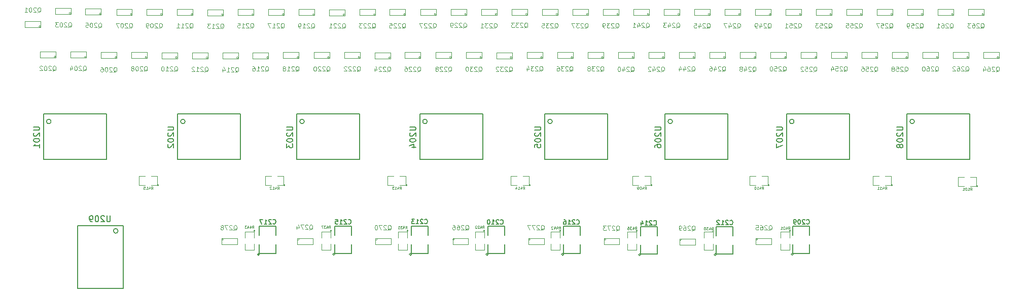
<source format=gbo>
G04 (created by PCBNEW (2013-07-07 BZR 4022)-stable) date 14/01/2016 17:53:05*
%MOIN*%
G04 Gerber Fmt 3.4, Leading zero omitted, Abs format*
%FSLAX34Y34*%
G01*
G70*
G90*
G04 APERTURE LIST*
%ADD10C,0.00590551*%
%ADD11C,0.0031*%
%ADD12C,0.005*%
%ADD13C,0.0039*%
%ADD14C,0.0047*%
%ADD15C,0.0035*%
G04 APERTURE END LIST*
G54D10*
X66261Y-42210D02*
G75*
G03X66261Y-42210I-149J0D01*
G74*
G01*
X65771Y-41714D02*
X65771Y-44706D01*
X65771Y-44706D02*
X69905Y-44706D01*
X69905Y-44706D02*
X69905Y-41714D01*
X69905Y-41714D02*
X65771Y-41714D01*
G54D11*
X71585Y-35148D02*
G75*
G03X71585Y-35148I-62J0D01*
G74*
G01*
X70560Y-34810D02*
X70560Y-35210D01*
X71585Y-34810D02*
X71585Y-35210D01*
X70560Y-35210D02*
X71585Y-35210D01*
X71585Y-34810D02*
X70560Y-34810D01*
X66575Y-37948D02*
G75*
G03X66575Y-37948I-62J0D01*
G74*
G01*
X65550Y-37610D02*
X65550Y-38010D01*
X66575Y-37610D02*
X66575Y-38010D01*
X65550Y-38010D02*
X66575Y-38010D01*
X66575Y-37610D02*
X65550Y-37610D01*
X67575Y-35078D02*
G75*
G03X67575Y-35078I-62J0D01*
G74*
G01*
X66550Y-34740D02*
X66550Y-35140D01*
X67575Y-34740D02*
X67575Y-35140D01*
X66550Y-35140D02*
X67575Y-35140D01*
X67575Y-34740D02*
X66550Y-34740D01*
X72565Y-37988D02*
G75*
G03X72565Y-37988I-62J0D01*
G74*
G01*
X71540Y-37650D02*
X71540Y-38050D01*
X72565Y-37650D02*
X72565Y-38050D01*
X71540Y-38050D02*
X72565Y-38050D01*
X72565Y-37650D02*
X71540Y-37650D01*
X68565Y-37958D02*
G75*
G03X68565Y-37958I-62J0D01*
G74*
G01*
X67540Y-37620D02*
X67540Y-38020D01*
X68565Y-37620D02*
X68565Y-38020D01*
X67540Y-38020D02*
X68565Y-38020D01*
X68565Y-37620D02*
X67540Y-37620D01*
X65575Y-35958D02*
G75*
G03X65575Y-35958I-62J0D01*
G74*
G01*
X64550Y-35620D02*
X64550Y-36020D01*
X65575Y-35620D02*
X65575Y-36020D01*
X64550Y-36020D02*
X65575Y-36020D01*
X65575Y-35620D02*
X64550Y-35620D01*
X70575Y-37988D02*
G75*
G03X70575Y-37988I-62J0D01*
G74*
G01*
X69550Y-37650D02*
X69550Y-38050D01*
X70575Y-37650D02*
X70575Y-38050D01*
X69550Y-38050D02*
X70575Y-38050D01*
X70575Y-37650D02*
X69550Y-37650D01*
X69545Y-35128D02*
G75*
G03X69545Y-35128I-62J0D01*
G74*
G01*
X68520Y-34790D02*
X68520Y-35190D01*
X69545Y-34790D02*
X69545Y-35190D01*
X68520Y-35190D02*
X69545Y-35190D01*
X69545Y-34790D02*
X68520Y-34790D01*
G54D10*
X90981Y-42210D02*
G75*
G03X90981Y-42210I-149J0D01*
G74*
G01*
X90491Y-41714D02*
X90491Y-44706D01*
X90491Y-44706D02*
X94625Y-44706D01*
X94625Y-44706D02*
X94625Y-41714D01*
X94625Y-41714D02*
X90491Y-41714D01*
X123001Y-42210D02*
G75*
G03X123001Y-42210I-149J0D01*
G74*
G01*
X122511Y-41714D02*
X122511Y-44706D01*
X122511Y-44706D02*
X126645Y-44706D01*
X126645Y-44706D02*
X126645Y-41714D01*
X126645Y-41714D02*
X122511Y-41714D01*
X115091Y-42210D02*
G75*
G03X115091Y-42210I-149J0D01*
G74*
G01*
X114601Y-41714D02*
X114601Y-44706D01*
X114601Y-44706D02*
X118735Y-44706D01*
X118735Y-44706D02*
X118735Y-41714D01*
X118735Y-41714D02*
X114601Y-41714D01*
X107101Y-42210D02*
G75*
G03X107101Y-42210I-149J0D01*
G74*
G01*
X106611Y-41714D02*
X106611Y-44706D01*
X106611Y-44706D02*
X110745Y-44706D01*
X110745Y-44706D02*
X110745Y-41714D01*
X110745Y-41714D02*
X106611Y-41714D01*
X99201Y-42210D02*
G75*
G03X99201Y-42210I-149J0D01*
G74*
G01*
X98711Y-41714D02*
X98711Y-44706D01*
X98711Y-44706D02*
X102845Y-44706D01*
X102845Y-44706D02*
X102845Y-41714D01*
X102845Y-41714D02*
X98711Y-41714D01*
X82901Y-42210D02*
G75*
G03X82901Y-42210I-149J0D01*
G74*
G01*
X82411Y-41714D02*
X82411Y-44706D01*
X82411Y-44706D02*
X86545Y-44706D01*
X86545Y-44706D02*
X86545Y-41714D01*
X86545Y-41714D02*
X82411Y-41714D01*
X75071Y-42210D02*
G75*
G03X75071Y-42210I-149J0D01*
G74*
G01*
X74581Y-41714D02*
X74581Y-44706D01*
X74581Y-44706D02*
X78715Y-44706D01*
X78715Y-44706D02*
X78715Y-41714D01*
X78715Y-41714D02*
X74581Y-41714D01*
G54D11*
X73565Y-35138D02*
G75*
G03X73565Y-35138I-62J0D01*
G74*
G01*
X72540Y-34800D02*
X72540Y-35200D01*
X73565Y-34800D02*
X73565Y-35200D01*
X72540Y-35200D02*
X73565Y-35200D01*
X73565Y-34800D02*
X72540Y-34800D01*
X80545Y-37998D02*
G75*
G03X80545Y-37998I-62J0D01*
G74*
G01*
X79520Y-37660D02*
X79520Y-38060D01*
X80545Y-37660D02*
X80545Y-38060D01*
X79520Y-38060D02*
X80545Y-38060D01*
X80545Y-37660D02*
X79520Y-37660D01*
X79565Y-35158D02*
G75*
G03X79565Y-35158I-62J0D01*
G74*
G01*
X78540Y-34820D02*
X78540Y-35220D01*
X79565Y-34820D02*
X79565Y-35220D01*
X78540Y-35220D02*
X79565Y-35220D01*
X79565Y-34820D02*
X78540Y-34820D01*
X78575Y-38008D02*
G75*
G03X78575Y-38008I-62J0D01*
G74*
G01*
X77550Y-37670D02*
X77550Y-38070D01*
X78575Y-37670D02*
X78575Y-38070D01*
X77550Y-38070D02*
X78575Y-38070D01*
X78575Y-37670D02*
X77550Y-37670D01*
X77575Y-35168D02*
G75*
G03X77575Y-35168I-62J0D01*
G74*
G01*
X76550Y-34830D02*
X76550Y-35230D01*
X77575Y-34830D02*
X77575Y-35230D01*
X76550Y-35230D02*
X77575Y-35230D01*
X77575Y-34830D02*
X76550Y-34830D01*
X76565Y-38018D02*
G75*
G03X76565Y-38018I-62J0D01*
G74*
G01*
X75540Y-37680D02*
X75540Y-38080D01*
X76565Y-37680D02*
X76565Y-38080D01*
X75540Y-38080D02*
X76565Y-38080D01*
X76565Y-37680D02*
X75540Y-37680D01*
X75575Y-35148D02*
G75*
G03X75575Y-35148I-62J0D01*
G74*
G01*
X74550Y-34810D02*
X74550Y-35210D01*
X75575Y-34810D02*
X75575Y-35210D01*
X74550Y-35210D02*
X75575Y-35210D01*
X75575Y-34810D02*
X74550Y-34810D01*
X74555Y-37998D02*
G75*
G03X74555Y-37998I-62J0D01*
G74*
G01*
X73530Y-37660D02*
X73530Y-38060D01*
X74555Y-37660D02*
X74555Y-38060D01*
X73530Y-38060D02*
X74555Y-38060D01*
X74555Y-37660D02*
X73530Y-37660D01*
X81575Y-35158D02*
G75*
G03X81575Y-35158I-62J0D01*
G74*
G01*
X80550Y-34820D02*
X80550Y-35220D01*
X81575Y-34820D02*
X81575Y-35220D01*
X80550Y-35220D02*
X81575Y-35220D01*
X81575Y-34820D02*
X80550Y-34820D01*
X88565Y-37998D02*
G75*
G03X88565Y-37998I-62J0D01*
G74*
G01*
X87540Y-37660D02*
X87540Y-38060D01*
X88565Y-37660D02*
X88565Y-38060D01*
X87540Y-38060D02*
X88565Y-38060D01*
X88565Y-37660D02*
X87540Y-37660D01*
X87565Y-35158D02*
G75*
G03X87565Y-35158I-62J0D01*
G74*
G01*
X86540Y-34820D02*
X86540Y-35220D01*
X87565Y-34820D02*
X87565Y-35220D01*
X86540Y-35220D02*
X87565Y-35220D01*
X87565Y-34820D02*
X86540Y-34820D01*
X86565Y-37988D02*
G75*
G03X86565Y-37988I-62J0D01*
G74*
G01*
X85540Y-37650D02*
X85540Y-38050D01*
X86565Y-37650D02*
X86565Y-38050D01*
X85540Y-38050D02*
X86565Y-38050D01*
X86565Y-37650D02*
X85540Y-37650D01*
X85555Y-35168D02*
G75*
G03X85555Y-35168I-62J0D01*
G74*
G01*
X84530Y-34830D02*
X84530Y-35230D01*
X85555Y-34830D02*
X85555Y-35230D01*
X84530Y-35230D02*
X85555Y-35230D01*
X85555Y-34830D02*
X84530Y-34830D01*
X84555Y-37988D02*
G75*
G03X84555Y-37988I-62J0D01*
G74*
G01*
X83530Y-37650D02*
X83530Y-38050D01*
X84555Y-37650D02*
X84555Y-38050D01*
X83530Y-38050D02*
X84555Y-38050D01*
X84555Y-37650D02*
X83530Y-37650D01*
X83565Y-35158D02*
G75*
G03X83565Y-35158I-62J0D01*
G74*
G01*
X82540Y-34820D02*
X82540Y-35220D01*
X83565Y-34820D02*
X83565Y-35220D01*
X82540Y-35220D02*
X83565Y-35220D01*
X83565Y-34820D02*
X82540Y-34820D01*
X82545Y-37988D02*
G75*
G03X82545Y-37988I-62J0D01*
G74*
G01*
X81520Y-37650D02*
X81520Y-38050D01*
X82545Y-37650D02*
X82545Y-38050D01*
X81520Y-38050D02*
X82545Y-38050D01*
X82545Y-37650D02*
X81520Y-37650D01*
X89545Y-35158D02*
G75*
G03X89545Y-35158I-62J0D01*
G74*
G01*
X88520Y-34820D02*
X88520Y-35220D01*
X89545Y-34820D02*
X89545Y-35220D01*
X88520Y-35220D02*
X89545Y-35220D01*
X89545Y-34820D02*
X88520Y-34820D01*
X96555Y-37998D02*
G75*
G03X96555Y-37998I-62J0D01*
G74*
G01*
X95530Y-37660D02*
X95530Y-38060D01*
X96555Y-37660D02*
X96555Y-38060D01*
X95530Y-38060D02*
X96555Y-38060D01*
X96555Y-37660D02*
X95530Y-37660D01*
X95555Y-35138D02*
G75*
G03X95555Y-35138I-62J0D01*
G74*
G01*
X94530Y-34800D02*
X94530Y-35200D01*
X95555Y-34800D02*
X95555Y-35200D01*
X94530Y-35200D02*
X95555Y-35200D01*
X95555Y-34800D02*
X94530Y-34800D01*
X94555Y-37978D02*
G75*
G03X94555Y-37978I-62J0D01*
G74*
G01*
X93530Y-37640D02*
X93530Y-38040D01*
X94555Y-37640D02*
X94555Y-38040D01*
X93530Y-38040D02*
X94555Y-38040D01*
X94555Y-37640D02*
X93530Y-37640D01*
X93555Y-35148D02*
G75*
G03X93555Y-35148I-62J0D01*
G74*
G01*
X92530Y-34810D02*
X92530Y-35210D01*
X93555Y-34810D02*
X93555Y-35210D01*
X92530Y-35210D02*
X93555Y-35210D01*
X93555Y-34810D02*
X92530Y-34810D01*
X92565Y-37978D02*
G75*
G03X92565Y-37978I-62J0D01*
G74*
G01*
X91540Y-37640D02*
X91540Y-38040D01*
X92565Y-37640D02*
X92565Y-38040D01*
X91540Y-38040D02*
X92565Y-38040D01*
X92565Y-37640D02*
X91540Y-37640D01*
X91555Y-35148D02*
G75*
G03X91555Y-35148I-62J0D01*
G74*
G01*
X90530Y-34810D02*
X90530Y-35210D01*
X91555Y-34810D02*
X91555Y-35210D01*
X90530Y-35210D02*
X91555Y-35210D01*
X91555Y-34810D02*
X90530Y-34810D01*
X90545Y-37988D02*
G75*
G03X90545Y-37988I-62J0D01*
G74*
G01*
X89520Y-37650D02*
X89520Y-38050D01*
X90545Y-37650D02*
X90545Y-38050D01*
X89520Y-38050D02*
X90545Y-38050D01*
X90545Y-37650D02*
X89520Y-37650D01*
X97565Y-35138D02*
G75*
G03X97565Y-35138I-62J0D01*
G74*
G01*
X96540Y-34800D02*
X96540Y-35200D01*
X97565Y-34800D02*
X97565Y-35200D01*
X96540Y-35200D02*
X97565Y-35200D01*
X97565Y-34800D02*
X96540Y-34800D01*
X104565Y-37988D02*
G75*
G03X104565Y-37988I-62J0D01*
G74*
G01*
X103540Y-37650D02*
X103540Y-38050D01*
X104565Y-37650D02*
X104565Y-38050D01*
X103540Y-38050D02*
X104565Y-38050D01*
X104565Y-37650D02*
X103540Y-37650D01*
X103555Y-35148D02*
G75*
G03X103555Y-35148I-62J0D01*
G74*
G01*
X102530Y-34810D02*
X102530Y-35210D01*
X103555Y-34810D02*
X103555Y-35210D01*
X102530Y-35210D02*
X103555Y-35210D01*
X103555Y-34810D02*
X102530Y-34810D01*
X102555Y-37988D02*
G75*
G03X102555Y-37988I-62J0D01*
G74*
G01*
X101530Y-37650D02*
X101530Y-38050D01*
X102555Y-37650D02*
X102555Y-38050D01*
X101530Y-38050D02*
X102555Y-38050D01*
X102555Y-37650D02*
X101530Y-37650D01*
X101555Y-35138D02*
G75*
G03X101555Y-35138I-62J0D01*
G74*
G01*
X100530Y-34800D02*
X100530Y-35200D01*
X101555Y-34800D02*
X101555Y-35200D01*
X100530Y-35200D02*
X101555Y-35200D01*
X101555Y-34800D02*
X100530Y-34800D01*
X100555Y-37988D02*
G75*
G03X100555Y-37988I-62J0D01*
G74*
G01*
X99530Y-37650D02*
X99530Y-38050D01*
X100555Y-37650D02*
X100555Y-38050D01*
X99530Y-38050D02*
X100555Y-38050D01*
X100555Y-37650D02*
X99530Y-37650D01*
X99565Y-35138D02*
G75*
G03X99565Y-35138I-62J0D01*
G74*
G01*
X98540Y-34800D02*
X98540Y-35200D01*
X99565Y-34800D02*
X99565Y-35200D01*
X98540Y-35200D02*
X99565Y-35200D01*
X99565Y-34800D02*
X98540Y-34800D01*
X98555Y-37988D02*
G75*
G03X98555Y-37988I-62J0D01*
G74*
G01*
X97530Y-37650D02*
X97530Y-38050D01*
X98555Y-37650D02*
X98555Y-38050D01*
X97530Y-38050D02*
X98555Y-38050D01*
X98555Y-37650D02*
X97530Y-37650D01*
X105555Y-35148D02*
G75*
G03X105555Y-35148I-62J0D01*
G74*
G01*
X104530Y-34810D02*
X104530Y-35210D01*
X105555Y-34810D02*
X105555Y-35210D01*
X104530Y-35210D02*
X105555Y-35210D01*
X105555Y-34810D02*
X104530Y-34810D01*
X112575Y-37988D02*
G75*
G03X112575Y-37988I-62J0D01*
G74*
G01*
X111550Y-37650D02*
X111550Y-38050D01*
X112575Y-37650D02*
X112575Y-38050D01*
X111550Y-38050D02*
X112575Y-38050D01*
X112575Y-37650D02*
X111550Y-37650D01*
X111555Y-35138D02*
G75*
G03X111555Y-35138I-62J0D01*
G74*
G01*
X110530Y-34800D02*
X110530Y-35200D01*
X111555Y-34800D02*
X111555Y-35200D01*
X110530Y-35200D02*
X111555Y-35200D01*
X111555Y-34800D02*
X110530Y-34800D01*
X110565Y-37978D02*
G75*
G03X110565Y-37978I-62J0D01*
G74*
G01*
X109540Y-37640D02*
X109540Y-38040D01*
X110565Y-37640D02*
X110565Y-38040D01*
X109540Y-38040D02*
X110565Y-38040D01*
X110565Y-37640D02*
X109540Y-37640D01*
X109565Y-35148D02*
G75*
G03X109565Y-35148I-62J0D01*
G74*
G01*
X108540Y-34810D02*
X108540Y-35210D01*
X109565Y-34810D02*
X109565Y-35210D01*
X108540Y-35210D02*
X109565Y-35210D01*
X109565Y-34810D02*
X108540Y-34810D01*
X108565Y-37988D02*
G75*
G03X108565Y-37988I-62J0D01*
G74*
G01*
X107540Y-37650D02*
X107540Y-38050D01*
X108565Y-37650D02*
X108565Y-38050D01*
X107540Y-38050D02*
X108565Y-38050D01*
X108565Y-37650D02*
X107540Y-37650D01*
X107565Y-35138D02*
G75*
G03X107565Y-35138I-62J0D01*
G74*
G01*
X106540Y-34800D02*
X106540Y-35200D01*
X107565Y-34800D02*
X107565Y-35200D01*
X106540Y-35200D02*
X107565Y-35200D01*
X107565Y-34800D02*
X106540Y-34800D01*
X106555Y-37988D02*
G75*
G03X106555Y-37988I-62J0D01*
G74*
G01*
X105530Y-37650D02*
X105530Y-38050D01*
X106555Y-37650D02*
X106555Y-38050D01*
X105530Y-38050D02*
X106555Y-38050D01*
X106555Y-37650D02*
X105530Y-37650D01*
X113575Y-35148D02*
G75*
G03X113575Y-35148I-62J0D01*
G74*
G01*
X112550Y-34810D02*
X112550Y-35210D01*
X113575Y-34810D02*
X113575Y-35210D01*
X112550Y-35210D02*
X113575Y-35210D01*
X113575Y-34810D02*
X112550Y-34810D01*
X120565Y-37988D02*
G75*
G03X120565Y-37988I-62J0D01*
G74*
G01*
X119540Y-37650D02*
X119540Y-38050D01*
X120565Y-37650D02*
X120565Y-38050D01*
X119540Y-38050D02*
X120565Y-38050D01*
X120565Y-37650D02*
X119540Y-37650D01*
X119555Y-35148D02*
G75*
G03X119555Y-35148I-62J0D01*
G74*
G01*
X118530Y-34810D02*
X118530Y-35210D01*
X119555Y-34810D02*
X119555Y-35210D01*
X118530Y-35210D02*
X119555Y-35210D01*
X119555Y-34810D02*
X118530Y-34810D01*
X118565Y-37988D02*
G75*
G03X118565Y-37988I-62J0D01*
G74*
G01*
X117540Y-37650D02*
X117540Y-38050D01*
X118565Y-37650D02*
X118565Y-38050D01*
X117540Y-38050D02*
X118565Y-38050D01*
X118565Y-37650D02*
X117540Y-37650D01*
X117555Y-35148D02*
G75*
G03X117555Y-35148I-62J0D01*
G74*
G01*
X116530Y-34810D02*
X116530Y-35210D01*
X117555Y-34810D02*
X117555Y-35210D01*
X116530Y-35210D02*
X117555Y-35210D01*
X117555Y-34810D02*
X116530Y-34810D01*
X116575Y-37988D02*
G75*
G03X116575Y-37988I-62J0D01*
G74*
G01*
X115550Y-37650D02*
X115550Y-38050D01*
X116575Y-37650D02*
X116575Y-38050D01*
X115550Y-38050D02*
X116575Y-38050D01*
X116575Y-37650D02*
X115550Y-37650D01*
X115555Y-35148D02*
G75*
G03X115555Y-35148I-62J0D01*
G74*
G01*
X114530Y-34810D02*
X114530Y-35210D01*
X115555Y-34810D02*
X115555Y-35210D01*
X114530Y-35210D02*
X115555Y-35210D01*
X115555Y-34810D02*
X114530Y-34810D01*
X114575Y-37988D02*
G75*
G03X114575Y-37988I-62J0D01*
G74*
G01*
X113550Y-37650D02*
X113550Y-38050D01*
X114575Y-37650D02*
X114575Y-38050D01*
X113550Y-38050D02*
X114575Y-38050D01*
X114575Y-37650D02*
X113550Y-37650D01*
X121565Y-35148D02*
G75*
G03X121565Y-35148I-62J0D01*
G74*
G01*
X120540Y-34810D02*
X120540Y-35210D01*
X121565Y-34810D02*
X121565Y-35210D01*
X120540Y-35210D02*
X121565Y-35210D01*
X121565Y-34810D02*
X120540Y-34810D01*
X128555Y-37988D02*
G75*
G03X128555Y-37988I-62J0D01*
G74*
G01*
X127530Y-37650D02*
X127530Y-38050D01*
X128555Y-37650D02*
X128555Y-38050D01*
X127530Y-38050D02*
X128555Y-38050D01*
X128555Y-37650D02*
X127530Y-37650D01*
X127555Y-35148D02*
G75*
G03X127555Y-35148I-62J0D01*
G74*
G01*
X126530Y-34810D02*
X126530Y-35210D01*
X127555Y-34810D02*
X127555Y-35210D01*
X126530Y-35210D02*
X127555Y-35210D01*
X127555Y-34810D02*
X126530Y-34810D01*
X126565Y-37988D02*
G75*
G03X126565Y-37988I-62J0D01*
G74*
G01*
X125540Y-37650D02*
X125540Y-38050D01*
X126565Y-37650D02*
X126565Y-38050D01*
X125540Y-38050D02*
X126565Y-38050D01*
X126565Y-37650D02*
X125540Y-37650D01*
X125555Y-35148D02*
G75*
G03X125555Y-35148I-62J0D01*
G74*
G01*
X124530Y-34810D02*
X124530Y-35210D01*
X125555Y-34810D02*
X125555Y-35210D01*
X124530Y-35210D02*
X125555Y-35210D01*
X125555Y-34810D02*
X124530Y-34810D01*
X124565Y-37988D02*
G75*
G03X124565Y-37988I-62J0D01*
G74*
G01*
X123540Y-37650D02*
X123540Y-38050D01*
X124565Y-37650D02*
X124565Y-38050D01*
X123540Y-38050D02*
X124565Y-38050D01*
X124565Y-37650D02*
X123540Y-37650D01*
X123565Y-35148D02*
G75*
G03X123565Y-35148I-62J0D01*
G74*
G01*
X122540Y-34810D02*
X122540Y-35210D01*
X123565Y-34810D02*
X123565Y-35210D01*
X122540Y-35210D02*
X123565Y-35210D01*
X123565Y-34810D02*
X122540Y-34810D01*
X122555Y-37988D02*
G75*
G03X122555Y-37988I-62J0D01*
G74*
G01*
X121530Y-37650D02*
X121530Y-38050D01*
X122555Y-37650D02*
X122555Y-38050D01*
X121530Y-38050D02*
X122555Y-38050D01*
X122555Y-37650D02*
X121530Y-37650D01*
X82569Y-49982D02*
G75*
G03X82569Y-49982I-62J0D01*
G74*
G01*
X83470Y-50320D02*
X83470Y-49920D01*
X82445Y-50320D02*
X82445Y-49920D01*
X83470Y-49920D02*
X82445Y-49920D01*
X82445Y-50320D02*
X83470Y-50320D01*
X102719Y-49982D02*
G75*
G03X102719Y-49982I-62J0D01*
G74*
G01*
X103620Y-50320D02*
X103620Y-49920D01*
X102595Y-50320D02*
X102595Y-49920D01*
X103620Y-49920D02*
X102595Y-49920D01*
X102595Y-50320D02*
X103620Y-50320D01*
X97759Y-49982D02*
G75*
G03X97759Y-49982I-62J0D01*
G74*
G01*
X98660Y-50320D02*
X98660Y-49920D01*
X97635Y-50320D02*
X97635Y-49920D01*
X98660Y-49920D02*
X97635Y-49920D01*
X97635Y-50320D02*
X98660Y-50320D01*
X107689Y-50002D02*
G75*
G03X107689Y-50002I-62J0D01*
G74*
G01*
X108590Y-50340D02*
X108590Y-49940D01*
X107565Y-50340D02*
X107565Y-49940D01*
X108590Y-49940D02*
X107565Y-49940D01*
X107565Y-50340D02*
X108590Y-50340D01*
X77589Y-49982D02*
G75*
G03X77589Y-49982I-62J0D01*
G74*
G01*
X78490Y-50320D02*
X78490Y-49920D01*
X77465Y-50320D02*
X77465Y-49920D01*
X78490Y-49920D02*
X77465Y-49920D01*
X77465Y-50320D02*
X78490Y-50320D01*
X112709Y-49982D02*
G75*
G03X112709Y-49982I-62J0D01*
G74*
G01*
X113610Y-50320D02*
X113610Y-49920D01*
X112585Y-50320D02*
X112585Y-49920D01*
X113610Y-49920D02*
X112585Y-49920D01*
X112585Y-50320D02*
X113610Y-50320D01*
X92779Y-49982D02*
G75*
G03X92779Y-49982I-62J0D01*
G74*
G01*
X93680Y-50320D02*
X93680Y-49920D01*
X92655Y-50320D02*
X92655Y-49920D01*
X93680Y-49920D02*
X92655Y-49920D01*
X92655Y-50320D02*
X93680Y-50320D01*
X87699Y-49982D02*
G75*
G03X87699Y-49982I-62J0D01*
G74*
G01*
X88600Y-50320D02*
X88600Y-49920D01*
X87575Y-50320D02*
X87575Y-49920D01*
X88600Y-49920D02*
X87575Y-49920D01*
X87575Y-50320D02*
X88600Y-50320D01*
G54D10*
X70659Y-49421D02*
G75*
G03X70659Y-49421I-149J0D01*
G74*
G01*
X71005Y-49081D02*
X68013Y-49081D01*
X68013Y-49081D02*
X68013Y-53215D01*
X68013Y-53215D02*
X71005Y-53215D01*
X71005Y-53215D02*
X71005Y-49081D01*
G54D12*
X89950Y-50970D02*
G75*
G03X89950Y-50970I-70J0D01*
G74*
G01*
X91030Y-50320D02*
X91030Y-50920D01*
X91030Y-50920D02*
X89930Y-50920D01*
X89930Y-50920D02*
X89930Y-50320D01*
X89930Y-49720D02*
X89930Y-49120D01*
X89930Y-49120D02*
X91030Y-49120D01*
X91030Y-49120D02*
X91030Y-49720D01*
X99950Y-50970D02*
G75*
G03X99950Y-50970I-70J0D01*
G74*
G01*
X101030Y-50320D02*
X101030Y-50920D01*
X101030Y-50920D02*
X99930Y-50920D01*
X99930Y-50920D02*
X99930Y-50320D01*
X99930Y-49720D02*
X99930Y-49120D01*
X99930Y-49120D02*
X101030Y-49120D01*
X101030Y-49120D02*
X101030Y-49720D01*
X105010Y-50990D02*
G75*
G03X105010Y-50990I-70J0D01*
G74*
G01*
X106090Y-50340D02*
X106090Y-50940D01*
X106090Y-50940D02*
X104990Y-50940D01*
X104990Y-50940D02*
X104990Y-50340D01*
X104990Y-49740D02*
X104990Y-49140D01*
X104990Y-49140D02*
X106090Y-49140D01*
X106090Y-49140D02*
X106090Y-49740D01*
X94980Y-50970D02*
G75*
G03X94980Y-50970I-70J0D01*
G74*
G01*
X96060Y-50320D02*
X96060Y-50920D01*
X96060Y-50920D02*
X94960Y-50920D01*
X94960Y-50920D02*
X94960Y-50320D01*
X94960Y-49720D02*
X94960Y-49120D01*
X94960Y-49120D02*
X96060Y-49120D01*
X96060Y-49120D02*
X96060Y-49720D01*
X109990Y-50990D02*
G75*
G03X109990Y-50990I-70J0D01*
G74*
G01*
X111070Y-50340D02*
X111070Y-50940D01*
X111070Y-50940D02*
X109970Y-50940D01*
X109970Y-50940D02*
X109970Y-50340D01*
X109970Y-49740D02*
X109970Y-49140D01*
X109970Y-49140D02*
X111070Y-49140D01*
X111070Y-49140D02*
X111070Y-49740D01*
X84910Y-50970D02*
G75*
G03X84910Y-50970I-70J0D01*
G74*
G01*
X85990Y-50320D02*
X85990Y-50920D01*
X85990Y-50920D02*
X84890Y-50920D01*
X84890Y-50920D02*
X84890Y-50320D01*
X84890Y-49720D02*
X84890Y-49120D01*
X84890Y-49120D02*
X85990Y-49120D01*
X85990Y-49120D02*
X85990Y-49720D01*
X115040Y-50960D02*
G75*
G03X115040Y-50960I-70J0D01*
G74*
G01*
X116120Y-50310D02*
X116120Y-50910D01*
X116120Y-50910D02*
X115020Y-50910D01*
X115020Y-50910D02*
X115020Y-50310D01*
X115020Y-49710D02*
X115020Y-49110D01*
X115020Y-49110D02*
X116120Y-49110D01*
X116120Y-49110D02*
X116120Y-49710D01*
X79960Y-50970D02*
G75*
G03X79960Y-50970I-70J0D01*
G74*
G01*
X81040Y-50320D02*
X81040Y-50920D01*
X81040Y-50920D02*
X79940Y-50920D01*
X79940Y-50920D02*
X79940Y-50320D01*
X79940Y-49720D02*
X79940Y-49120D01*
X79940Y-49120D02*
X81040Y-49120D01*
X81040Y-49120D02*
X81040Y-49720D01*
G54D13*
X127170Y-46480D02*
G75*
G03X127170Y-46480I-50J0D01*
G74*
G01*
X126670Y-46480D02*
X127070Y-46480D01*
X127070Y-46480D02*
X127070Y-45880D01*
X127070Y-45880D02*
X126670Y-45880D01*
X126270Y-45880D02*
X125870Y-45880D01*
X125870Y-45880D02*
X125870Y-46480D01*
X125870Y-46480D02*
X126270Y-46480D01*
X73330Y-46410D02*
G75*
G03X73330Y-46410I-50J0D01*
G74*
G01*
X72830Y-46410D02*
X73230Y-46410D01*
X73230Y-46410D02*
X73230Y-45810D01*
X73230Y-45810D02*
X72830Y-45810D01*
X72430Y-45810D02*
X72030Y-45810D01*
X72030Y-45810D02*
X72030Y-46410D01*
X72030Y-46410D02*
X72430Y-46410D01*
X81630Y-46410D02*
G75*
G03X81630Y-46410I-50J0D01*
G74*
G01*
X81130Y-46410D02*
X81530Y-46410D01*
X81530Y-46410D02*
X81530Y-45810D01*
X81530Y-45810D02*
X81130Y-45810D01*
X80730Y-45810D02*
X80330Y-45810D01*
X80330Y-45810D02*
X80330Y-46410D01*
X80330Y-46410D02*
X80730Y-46410D01*
X89680Y-46410D02*
G75*
G03X89680Y-46410I-50J0D01*
G74*
G01*
X89180Y-46410D02*
X89580Y-46410D01*
X89580Y-46410D02*
X89580Y-45810D01*
X89580Y-45810D02*
X89180Y-45810D01*
X88780Y-45810D02*
X88380Y-45810D01*
X88380Y-45810D02*
X88380Y-46410D01*
X88380Y-46410D02*
X88780Y-46410D01*
X97770Y-46410D02*
G75*
G03X97770Y-46410I-50J0D01*
G74*
G01*
X97270Y-46410D02*
X97670Y-46410D01*
X97670Y-46410D02*
X97670Y-45810D01*
X97670Y-45810D02*
X97270Y-45810D01*
X96870Y-45810D02*
X96470Y-45810D01*
X96470Y-45810D02*
X96470Y-46410D01*
X96470Y-46410D02*
X96870Y-46410D01*
X105770Y-46410D02*
G75*
G03X105770Y-46410I-50J0D01*
G74*
G01*
X105270Y-46410D02*
X105670Y-46410D01*
X105670Y-46410D02*
X105670Y-45810D01*
X105670Y-45810D02*
X105270Y-45810D01*
X104870Y-45810D02*
X104470Y-45810D01*
X104470Y-45810D02*
X104470Y-46410D01*
X104470Y-46410D02*
X104870Y-46410D01*
X113480Y-46410D02*
G75*
G03X113480Y-46410I-50J0D01*
G74*
G01*
X112980Y-46410D02*
X113380Y-46410D01*
X113380Y-46410D02*
X113380Y-45810D01*
X113380Y-45810D02*
X112980Y-45810D01*
X112580Y-45810D02*
X112180Y-45810D01*
X112180Y-45810D02*
X112180Y-46410D01*
X112180Y-46410D02*
X112580Y-46410D01*
X121560Y-46410D02*
G75*
G03X121560Y-46410I-50J0D01*
G74*
G01*
X121060Y-46410D02*
X121460Y-46410D01*
X121460Y-46410D02*
X121460Y-45810D01*
X121460Y-45810D02*
X121060Y-45810D01*
X120660Y-45810D02*
X120260Y-45810D01*
X120260Y-45810D02*
X120260Y-46410D01*
X120260Y-46410D02*
X120660Y-46410D01*
X84690Y-49410D02*
G75*
G03X84690Y-49410I-50J0D01*
G74*
G01*
X84640Y-49860D02*
X84640Y-49460D01*
X84640Y-49460D02*
X84040Y-49460D01*
X84040Y-49460D02*
X84040Y-49860D01*
X84040Y-50260D02*
X84040Y-50660D01*
X84040Y-50660D02*
X84640Y-50660D01*
X84640Y-50660D02*
X84640Y-50260D01*
X79670Y-49410D02*
G75*
G03X79670Y-49410I-50J0D01*
G74*
G01*
X79620Y-49860D02*
X79620Y-49460D01*
X79620Y-49460D02*
X79020Y-49460D01*
X79020Y-49460D02*
X79020Y-49860D01*
X79020Y-50260D02*
X79020Y-50660D01*
X79020Y-50660D02*
X79620Y-50660D01*
X79620Y-50660D02*
X79620Y-50260D01*
X89730Y-49410D02*
G75*
G03X89730Y-49410I-50J0D01*
G74*
G01*
X89680Y-49860D02*
X89680Y-49460D01*
X89680Y-49460D02*
X89080Y-49460D01*
X89080Y-49460D02*
X89080Y-49860D01*
X89080Y-50260D02*
X89080Y-50660D01*
X89080Y-50660D02*
X89680Y-50660D01*
X89680Y-50660D02*
X89680Y-50260D01*
X114870Y-49410D02*
G75*
G03X114870Y-49410I-50J0D01*
G74*
G01*
X114820Y-49860D02*
X114820Y-49460D01*
X114820Y-49460D02*
X114220Y-49460D01*
X114220Y-49460D02*
X114220Y-49860D01*
X114220Y-50260D02*
X114220Y-50660D01*
X114220Y-50660D02*
X114820Y-50660D01*
X114820Y-50660D02*
X114820Y-50260D01*
X109830Y-49430D02*
G75*
G03X109830Y-49430I-50J0D01*
G74*
G01*
X109780Y-49880D02*
X109780Y-49480D01*
X109780Y-49480D02*
X109180Y-49480D01*
X109180Y-49480D02*
X109180Y-49880D01*
X109180Y-50280D02*
X109180Y-50680D01*
X109180Y-50680D02*
X109780Y-50680D01*
X109780Y-50680D02*
X109780Y-50280D01*
X104790Y-49410D02*
G75*
G03X104790Y-49410I-50J0D01*
G74*
G01*
X104740Y-49860D02*
X104740Y-49460D01*
X104740Y-49460D02*
X104140Y-49460D01*
X104140Y-49460D02*
X104140Y-49860D01*
X104140Y-50260D02*
X104140Y-50660D01*
X104140Y-50660D02*
X104740Y-50660D01*
X104740Y-50660D02*
X104740Y-50260D01*
X99770Y-49410D02*
G75*
G03X99770Y-49410I-50J0D01*
G74*
G01*
X99720Y-49860D02*
X99720Y-49460D01*
X99720Y-49460D02*
X99120Y-49460D01*
X99120Y-49460D02*
X99120Y-49860D01*
X99120Y-50260D02*
X99120Y-50660D01*
X99120Y-50660D02*
X99720Y-50660D01*
X99720Y-50660D02*
X99720Y-50260D01*
X94780Y-49410D02*
G75*
G03X94780Y-49410I-50J0D01*
G74*
G01*
X94730Y-49860D02*
X94730Y-49460D01*
X94730Y-49460D02*
X94130Y-49460D01*
X94130Y-49460D02*
X94130Y-49860D01*
X94130Y-50260D02*
X94130Y-50660D01*
X94130Y-50660D02*
X94730Y-50660D01*
X94730Y-50660D02*
X94730Y-50260D01*
G54D10*
X65113Y-42566D02*
X65432Y-42566D01*
X65470Y-42585D01*
X65488Y-42604D01*
X65507Y-42641D01*
X65507Y-42716D01*
X65488Y-42754D01*
X65470Y-42773D01*
X65432Y-42791D01*
X65113Y-42791D01*
X65151Y-42960D02*
X65132Y-42979D01*
X65113Y-43016D01*
X65113Y-43110D01*
X65132Y-43148D01*
X65151Y-43166D01*
X65188Y-43185D01*
X65226Y-43185D01*
X65282Y-43166D01*
X65507Y-42941D01*
X65507Y-43185D01*
X65113Y-43429D02*
X65113Y-43466D01*
X65132Y-43504D01*
X65151Y-43523D01*
X65188Y-43541D01*
X65263Y-43560D01*
X65357Y-43560D01*
X65432Y-43541D01*
X65470Y-43523D01*
X65488Y-43504D01*
X65507Y-43466D01*
X65507Y-43429D01*
X65488Y-43391D01*
X65470Y-43373D01*
X65432Y-43354D01*
X65357Y-43335D01*
X65263Y-43335D01*
X65188Y-43354D01*
X65151Y-43373D01*
X65132Y-43391D01*
X65113Y-43429D01*
X65507Y-43935D02*
X65507Y-43710D01*
X65507Y-43822D02*
X65113Y-43822D01*
X65170Y-43785D01*
X65207Y-43747D01*
X65226Y-43710D01*
G54D14*
X71384Y-36060D02*
X71412Y-36045D01*
X71441Y-36017D01*
X71484Y-35974D01*
X71512Y-35960D01*
X71541Y-35960D01*
X71527Y-36031D02*
X71555Y-36017D01*
X71584Y-35988D01*
X71598Y-35931D01*
X71598Y-35831D01*
X71584Y-35774D01*
X71555Y-35745D01*
X71527Y-35731D01*
X71470Y-35731D01*
X71441Y-35745D01*
X71412Y-35774D01*
X71398Y-35831D01*
X71398Y-35931D01*
X71412Y-35988D01*
X71441Y-36017D01*
X71470Y-36031D01*
X71527Y-36031D01*
X71284Y-35760D02*
X71269Y-35745D01*
X71241Y-35731D01*
X71169Y-35731D01*
X71141Y-35745D01*
X71127Y-35760D01*
X71112Y-35788D01*
X71112Y-35817D01*
X71127Y-35860D01*
X71298Y-36031D01*
X71112Y-36031D01*
X70927Y-35731D02*
X70898Y-35731D01*
X70870Y-35745D01*
X70855Y-35760D01*
X70841Y-35788D01*
X70827Y-35845D01*
X70827Y-35917D01*
X70841Y-35974D01*
X70855Y-36002D01*
X70870Y-36017D01*
X70898Y-36031D01*
X70927Y-36031D01*
X70955Y-36017D01*
X70970Y-36002D01*
X70984Y-35974D01*
X70998Y-35917D01*
X70998Y-35845D01*
X70984Y-35788D01*
X70970Y-35760D01*
X70955Y-35745D01*
X70927Y-35731D01*
X70727Y-35731D02*
X70527Y-35731D01*
X70655Y-36031D01*
X66364Y-38880D02*
X66392Y-38865D01*
X66421Y-38837D01*
X66464Y-38794D01*
X66492Y-38780D01*
X66521Y-38780D01*
X66507Y-38851D02*
X66535Y-38837D01*
X66564Y-38808D01*
X66578Y-38751D01*
X66578Y-38651D01*
X66564Y-38594D01*
X66535Y-38565D01*
X66507Y-38551D01*
X66450Y-38551D01*
X66421Y-38565D01*
X66392Y-38594D01*
X66378Y-38651D01*
X66378Y-38751D01*
X66392Y-38808D01*
X66421Y-38837D01*
X66450Y-38851D01*
X66507Y-38851D01*
X66264Y-38580D02*
X66249Y-38565D01*
X66221Y-38551D01*
X66149Y-38551D01*
X66121Y-38565D01*
X66107Y-38580D01*
X66092Y-38608D01*
X66092Y-38637D01*
X66107Y-38680D01*
X66278Y-38851D01*
X66092Y-38851D01*
X65907Y-38551D02*
X65878Y-38551D01*
X65850Y-38565D01*
X65835Y-38580D01*
X65821Y-38608D01*
X65807Y-38665D01*
X65807Y-38737D01*
X65821Y-38794D01*
X65835Y-38822D01*
X65850Y-38837D01*
X65878Y-38851D01*
X65907Y-38851D01*
X65935Y-38837D01*
X65950Y-38822D01*
X65964Y-38794D01*
X65978Y-38737D01*
X65978Y-38665D01*
X65964Y-38608D01*
X65950Y-38580D01*
X65935Y-38565D01*
X65907Y-38551D01*
X65692Y-38580D02*
X65678Y-38565D01*
X65650Y-38551D01*
X65578Y-38551D01*
X65550Y-38565D01*
X65535Y-38580D01*
X65521Y-38608D01*
X65521Y-38637D01*
X65535Y-38680D01*
X65707Y-38851D01*
X65521Y-38851D01*
X67384Y-36020D02*
X67412Y-36005D01*
X67441Y-35977D01*
X67484Y-35934D01*
X67512Y-35920D01*
X67541Y-35920D01*
X67527Y-35991D02*
X67555Y-35977D01*
X67584Y-35948D01*
X67598Y-35891D01*
X67598Y-35791D01*
X67584Y-35734D01*
X67555Y-35705D01*
X67527Y-35691D01*
X67470Y-35691D01*
X67441Y-35705D01*
X67412Y-35734D01*
X67398Y-35791D01*
X67398Y-35891D01*
X67412Y-35948D01*
X67441Y-35977D01*
X67470Y-35991D01*
X67527Y-35991D01*
X67284Y-35720D02*
X67269Y-35705D01*
X67241Y-35691D01*
X67169Y-35691D01*
X67141Y-35705D01*
X67127Y-35720D01*
X67112Y-35748D01*
X67112Y-35777D01*
X67127Y-35820D01*
X67298Y-35991D01*
X67112Y-35991D01*
X66927Y-35691D02*
X66898Y-35691D01*
X66870Y-35705D01*
X66855Y-35720D01*
X66841Y-35748D01*
X66827Y-35805D01*
X66827Y-35877D01*
X66841Y-35934D01*
X66855Y-35962D01*
X66870Y-35977D01*
X66898Y-35991D01*
X66927Y-35991D01*
X66955Y-35977D01*
X66970Y-35962D01*
X66984Y-35934D01*
X66998Y-35877D01*
X66998Y-35805D01*
X66984Y-35748D01*
X66970Y-35720D01*
X66955Y-35705D01*
X66927Y-35691D01*
X66727Y-35691D02*
X66541Y-35691D01*
X66641Y-35805D01*
X66598Y-35805D01*
X66570Y-35820D01*
X66555Y-35834D01*
X66541Y-35862D01*
X66541Y-35934D01*
X66555Y-35962D01*
X66570Y-35977D01*
X66598Y-35991D01*
X66684Y-35991D01*
X66712Y-35977D01*
X66727Y-35962D01*
X72374Y-38900D02*
X72402Y-38885D01*
X72431Y-38857D01*
X72474Y-38814D01*
X72502Y-38800D01*
X72531Y-38800D01*
X72517Y-38871D02*
X72545Y-38857D01*
X72574Y-38828D01*
X72588Y-38771D01*
X72588Y-38671D01*
X72574Y-38614D01*
X72545Y-38585D01*
X72517Y-38571D01*
X72460Y-38571D01*
X72431Y-38585D01*
X72402Y-38614D01*
X72388Y-38671D01*
X72388Y-38771D01*
X72402Y-38828D01*
X72431Y-38857D01*
X72460Y-38871D01*
X72517Y-38871D01*
X72274Y-38600D02*
X72259Y-38585D01*
X72231Y-38571D01*
X72159Y-38571D01*
X72131Y-38585D01*
X72117Y-38600D01*
X72102Y-38628D01*
X72102Y-38657D01*
X72117Y-38700D01*
X72288Y-38871D01*
X72102Y-38871D01*
X71917Y-38571D02*
X71888Y-38571D01*
X71860Y-38585D01*
X71845Y-38600D01*
X71831Y-38628D01*
X71817Y-38685D01*
X71817Y-38757D01*
X71831Y-38814D01*
X71845Y-38842D01*
X71860Y-38857D01*
X71888Y-38871D01*
X71917Y-38871D01*
X71945Y-38857D01*
X71960Y-38842D01*
X71974Y-38814D01*
X71988Y-38757D01*
X71988Y-38685D01*
X71974Y-38628D01*
X71960Y-38600D01*
X71945Y-38585D01*
X71917Y-38571D01*
X71645Y-38700D02*
X71674Y-38685D01*
X71688Y-38671D01*
X71702Y-38642D01*
X71702Y-38628D01*
X71688Y-38600D01*
X71674Y-38585D01*
X71645Y-38571D01*
X71588Y-38571D01*
X71560Y-38585D01*
X71545Y-38600D01*
X71531Y-38628D01*
X71531Y-38642D01*
X71545Y-38671D01*
X71560Y-38685D01*
X71588Y-38700D01*
X71645Y-38700D01*
X71674Y-38714D01*
X71688Y-38728D01*
X71702Y-38757D01*
X71702Y-38814D01*
X71688Y-38842D01*
X71674Y-38857D01*
X71645Y-38871D01*
X71588Y-38871D01*
X71560Y-38857D01*
X71545Y-38842D01*
X71531Y-38814D01*
X71531Y-38757D01*
X71545Y-38728D01*
X71560Y-38714D01*
X71588Y-38700D01*
X68354Y-38880D02*
X68382Y-38865D01*
X68411Y-38837D01*
X68454Y-38794D01*
X68482Y-38780D01*
X68511Y-38780D01*
X68497Y-38851D02*
X68525Y-38837D01*
X68554Y-38808D01*
X68568Y-38751D01*
X68568Y-38651D01*
X68554Y-38594D01*
X68525Y-38565D01*
X68497Y-38551D01*
X68440Y-38551D01*
X68411Y-38565D01*
X68382Y-38594D01*
X68368Y-38651D01*
X68368Y-38751D01*
X68382Y-38808D01*
X68411Y-38837D01*
X68440Y-38851D01*
X68497Y-38851D01*
X68254Y-38580D02*
X68239Y-38565D01*
X68211Y-38551D01*
X68139Y-38551D01*
X68111Y-38565D01*
X68097Y-38580D01*
X68082Y-38608D01*
X68082Y-38637D01*
X68097Y-38680D01*
X68268Y-38851D01*
X68082Y-38851D01*
X67897Y-38551D02*
X67868Y-38551D01*
X67840Y-38565D01*
X67825Y-38580D01*
X67811Y-38608D01*
X67797Y-38665D01*
X67797Y-38737D01*
X67811Y-38794D01*
X67825Y-38822D01*
X67840Y-38837D01*
X67868Y-38851D01*
X67897Y-38851D01*
X67925Y-38837D01*
X67940Y-38822D01*
X67954Y-38794D01*
X67968Y-38737D01*
X67968Y-38665D01*
X67954Y-38608D01*
X67940Y-38580D01*
X67925Y-38565D01*
X67897Y-38551D01*
X67540Y-38651D02*
X67540Y-38851D01*
X67611Y-38537D02*
X67682Y-38751D01*
X67497Y-38751D01*
X65374Y-35030D02*
X65402Y-35015D01*
X65431Y-34987D01*
X65474Y-34944D01*
X65502Y-34930D01*
X65531Y-34930D01*
X65517Y-35001D02*
X65545Y-34987D01*
X65574Y-34958D01*
X65588Y-34901D01*
X65588Y-34801D01*
X65574Y-34744D01*
X65545Y-34715D01*
X65517Y-34701D01*
X65460Y-34701D01*
X65431Y-34715D01*
X65402Y-34744D01*
X65388Y-34801D01*
X65388Y-34901D01*
X65402Y-34958D01*
X65431Y-34987D01*
X65460Y-35001D01*
X65517Y-35001D01*
X65274Y-34730D02*
X65259Y-34715D01*
X65231Y-34701D01*
X65159Y-34701D01*
X65131Y-34715D01*
X65117Y-34730D01*
X65102Y-34758D01*
X65102Y-34787D01*
X65117Y-34830D01*
X65288Y-35001D01*
X65102Y-35001D01*
X64917Y-34701D02*
X64888Y-34701D01*
X64860Y-34715D01*
X64845Y-34730D01*
X64831Y-34758D01*
X64817Y-34815D01*
X64817Y-34887D01*
X64831Y-34944D01*
X64845Y-34972D01*
X64860Y-34987D01*
X64888Y-35001D01*
X64917Y-35001D01*
X64945Y-34987D01*
X64960Y-34972D01*
X64974Y-34944D01*
X64988Y-34887D01*
X64988Y-34815D01*
X64974Y-34758D01*
X64960Y-34730D01*
X64945Y-34715D01*
X64917Y-34701D01*
X64531Y-35001D02*
X64702Y-35001D01*
X64617Y-35001D02*
X64617Y-34701D01*
X64645Y-34744D01*
X64674Y-34772D01*
X64702Y-34787D01*
X70364Y-38960D02*
X70392Y-38945D01*
X70421Y-38917D01*
X70464Y-38874D01*
X70492Y-38860D01*
X70521Y-38860D01*
X70507Y-38931D02*
X70535Y-38917D01*
X70564Y-38888D01*
X70578Y-38831D01*
X70578Y-38731D01*
X70564Y-38674D01*
X70535Y-38645D01*
X70507Y-38631D01*
X70450Y-38631D01*
X70421Y-38645D01*
X70392Y-38674D01*
X70378Y-38731D01*
X70378Y-38831D01*
X70392Y-38888D01*
X70421Y-38917D01*
X70450Y-38931D01*
X70507Y-38931D01*
X70264Y-38660D02*
X70249Y-38645D01*
X70221Y-38631D01*
X70149Y-38631D01*
X70121Y-38645D01*
X70107Y-38660D01*
X70092Y-38688D01*
X70092Y-38717D01*
X70107Y-38760D01*
X70278Y-38931D01*
X70092Y-38931D01*
X69907Y-38631D02*
X69878Y-38631D01*
X69850Y-38645D01*
X69835Y-38660D01*
X69821Y-38688D01*
X69807Y-38745D01*
X69807Y-38817D01*
X69821Y-38874D01*
X69835Y-38902D01*
X69850Y-38917D01*
X69878Y-38931D01*
X69907Y-38931D01*
X69935Y-38917D01*
X69950Y-38902D01*
X69964Y-38874D01*
X69978Y-38817D01*
X69978Y-38745D01*
X69964Y-38688D01*
X69950Y-38660D01*
X69935Y-38645D01*
X69907Y-38631D01*
X69550Y-38631D02*
X69607Y-38631D01*
X69635Y-38645D01*
X69650Y-38660D01*
X69678Y-38702D01*
X69692Y-38760D01*
X69692Y-38874D01*
X69678Y-38902D01*
X69664Y-38917D01*
X69635Y-38931D01*
X69578Y-38931D01*
X69550Y-38917D01*
X69535Y-38902D01*
X69521Y-38874D01*
X69521Y-38802D01*
X69535Y-38774D01*
X69550Y-38760D01*
X69578Y-38745D01*
X69635Y-38745D01*
X69664Y-38760D01*
X69678Y-38774D01*
X69692Y-38802D01*
X69374Y-36050D02*
X69402Y-36035D01*
X69431Y-36007D01*
X69474Y-35964D01*
X69502Y-35950D01*
X69531Y-35950D01*
X69517Y-36021D02*
X69545Y-36007D01*
X69574Y-35978D01*
X69588Y-35921D01*
X69588Y-35821D01*
X69574Y-35764D01*
X69545Y-35735D01*
X69517Y-35721D01*
X69460Y-35721D01*
X69431Y-35735D01*
X69402Y-35764D01*
X69388Y-35821D01*
X69388Y-35921D01*
X69402Y-35978D01*
X69431Y-36007D01*
X69460Y-36021D01*
X69517Y-36021D01*
X69274Y-35750D02*
X69259Y-35735D01*
X69231Y-35721D01*
X69159Y-35721D01*
X69131Y-35735D01*
X69117Y-35750D01*
X69102Y-35778D01*
X69102Y-35807D01*
X69117Y-35850D01*
X69288Y-36021D01*
X69102Y-36021D01*
X68917Y-35721D02*
X68888Y-35721D01*
X68860Y-35735D01*
X68845Y-35750D01*
X68831Y-35778D01*
X68817Y-35835D01*
X68817Y-35907D01*
X68831Y-35964D01*
X68845Y-35992D01*
X68860Y-36007D01*
X68888Y-36021D01*
X68917Y-36021D01*
X68945Y-36007D01*
X68960Y-35992D01*
X68974Y-35964D01*
X68988Y-35907D01*
X68988Y-35835D01*
X68974Y-35778D01*
X68960Y-35750D01*
X68945Y-35735D01*
X68917Y-35721D01*
X68545Y-35721D02*
X68688Y-35721D01*
X68702Y-35864D01*
X68688Y-35850D01*
X68660Y-35835D01*
X68588Y-35835D01*
X68560Y-35850D01*
X68545Y-35864D01*
X68531Y-35892D01*
X68531Y-35964D01*
X68545Y-35992D01*
X68560Y-36007D01*
X68588Y-36021D01*
X68660Y-36021D01*
X68688Y-36007D01*
X68702Y-35992D01*
G54D10*
X89833Y-42566D02*
X90152Y-42566D01*
X90190Y-42585D01*
X90208Y-42604D01*
X90227Y-42641D01*
X90227Y-42716D01*
X90208Y-42754D01*
X90190Y-42773D01*
X90152Y-42791D01*
X89833Y-42791D01*
X89871Y-42960D02*
X89852Y-42979D01*
X89833Y-43016D01*
X89833Y-43110D01*
X89852Y-43148D01*
X89871Y-43166D01*
X89908Y-43185D01*
X89946Y-43185D01*
X90002Y-43166D01*
X90227Y-42941D01*
X90227Y-43185D01*
X89833Y-43429D02*
X89833Y-43466D01*
X89852Y-43504D01*
X89871Y-43523D01*
X89908Y-43541D01*
X89983Y-43560D01*
X90077Y-43560D01*
X90152Y-43541D01*
X90190Y-43523D01*
X90208Y-43504D01*
X90227Y-43466D01*
X90227Y-43429D01*
X90208Y-43391D01*
X90190Y-43373D01*
X90152Y-43354D01*
X90077Y-43335D01*
X89983Y-43335D01*
X89908Y-43354D01*
X89871Y-43373D01*
X89852Y-43391D01*
X89833Y-43429D01*
X89965Y-43897D02*
X90227Y-43897D01*
X89815Y-43804D02*
X90096Y-43710D01*
X90096Y-43954D01*
X121853Y-42566D02*
X122172Y-42566D01*
X122210Y-42585D01*
X122228Y-42604D01*
X122247Y-42641D01*
X122247Y-42716D01*
X122228Y-42754D01*
X122210Y-42773D01*
X122172Y-42791D01*
X121853Y-42791D01*
X121891Y-42960D02*
X121872Y-42979D01*
X121853Y-43016D01*
X121853Y-43110D01*
X121872Y-43148D01*
X121891Y-43166D01*
X121928Y-43185D01*
X121966Y-43185D01*
X122022Y-43166D01*
X122247Y-42941D01*
X122247Y-43185D01*
X121853Y-43429D02*
X121853Y-43466D01*
X121872Y-43504D01*
X121891Y-43523D01*
X121928Y-43541D01*
X122003Y-43560D01*
X122097Y-43560D01*
X122172Y-43541D01*
X122210Y-43523D01*
X122228Y-43504D01*
X122247Y-43466D01*
X122247Y-43429D01*
X122228Y-43391D01*
X122210Y-43373D01*
X122172Y-43354D01*
X122097Y-43335D01*
X122003Y-43335D01*
X121928Y-43354D01*
X121891Y-43373D01*
X121872Y-43391D01*
X121853Y-43429D01*
X122022Y-43785D02*
X122003Y-43747D01*
X121985Y-43729D01*
X121947Y-43710D01*
X121928Y-43710D01*
X121891Y-43729D01*
X121872Y-43747D01*
X121853Y-43785D01*
X121853Y-43860D01*
X121872Y-43897D01*
X121891Y-43916D01*
X121928Y-43935D01*
X121947Y-43935D01*
X121985Y-43916D01*
X122003Y-43897D01*
X122022Y-43860D01*
X122022Y-43785D01*
X122041Y-43747D01*
X122060Y-43729D01*
X122097Y-43710D01*
X122172Y-43710D01*
X122210Y-43729D01*
X122228Y-43747D01*
X122247Y-43785D01*
X122247Y-43860D01*
X122228Y-43897D01*
X122210Y-43916D01*
X122172Y-43935D01*
X122097Y-43935D01*
X122060Y-43916D01*
X122041Y-43897D01*
X122022Y-43860D01*
X113943Y-42566D02*
X114262Y-42566D01*
X114300Y-42585D01*
X114318Y-42604D01*
X114337Y-42641D01*
X114337Y-42716D01*
X114318Y-42754D01*
X114300Y-42773D01*
X114262Y-42791D01*
X113943Y-42791D01*
X113981Y-42960D02*
X113962Y-42979D01*
X113943Y-43016D01*
X113943Y-43110D01*
X113962Y-43148D01*
X113981Y-43166D01*
X114018Y-43185D01*
X114056Y-43185D01*
X114112Y-43166D01*
X114337Y-42941D01*
X114337Y-43185D01*
X113943Y-43429D02*
X113943Y-43466D01*
X113962Y-43504D01*
X113981Y-43523D01*
X114018Y-43541D01*
X114093Y-43560D01*
X114187Y-43560D01*
X114262Y-43541D01*
X114300Y-43523D01*
X114318Y-43504D01*
X114337Y-43466D01*
X114337Y-43429D01*
X114318Y-43391D01*
X114300Y-43373D01*
X114262Y-43354D01*
X114187Y-43335D01*
X114093Y-43335D01*
X114018Y-43354D01*
X113981Y-43373D01*
X113962Y-43391D01*
X113943Y-43429D01*
X113943Y-43691D02*
X113943Y-43954D01*
X114337Y-43785D01*
X105953Y-42566D02*
X106272Y-42566D01*
X106310Y-42585D01*
X106328Y-42604D01*
X106347Y-42641D01*
X106347Y-42716D01*
X106328Y-42754D01*
X106310Y-42773D01*
X106272Y-42791D01*
X105953Y-42791D01*
X105991Y-42960D02*
X105972Y-42979D01*
X105953Y-43016D01*
X105953Y-43110D01*
X105972Y-43148D01*
X105991Y-43166D01*
X106028Y-43185D01*
X106066Y-43185D01*
X106122Y-43166D01*
X106347Y-42941D01*
X106347Y-43185D01*
X105953Y-43429D02*
X105953Y-43466D01*
X105972Y-43504D01*
X105991Y-43523D01*
X106028Y-43541D01*
X106103Y-43560D01*
X106197Y-43560D01*
X106272Y-43541D01*
X106310Y-43523D01*
X106328Y-43504D01*
X106347Y-43466D01*
X106347Y-43429D01*
X106328Y-43391D01*
X106310Y-43373D01*
X106272Y-43354D01*
X106197Y-43335D01*
X106103Y-43335D01*
X106028Y-43354D01*
X105991Y-43373D01*
X105972Y-43391D01*
X105953Y-43429D01*
X105953Y-43897D02*
X105953Y-43822D01*
X105972Y-43785D01*
X105991Y-43766D01*
X106047Y-43729D01*
X106122Y-43710D01*
X106272Y-43710D01*
X106310Y-43729D01*
X106328Y-43747D01*
X106347Y-43785D01*
X106347Y-43860D01*
X106328Y-43897D01*
X106310Y-43916D01*
X106272Y-43935D01*
X106178Y-43935D01*
X106141Y-43916D01*
X106122Y-43897D01*
X106103Y-43860D01*
X106103Y-43785D01*
X106122Y-43747D01*
X106141Y-43729D01*
X106178Y-43710D01*
X98053Y-42566D02*
X98372Y-42566D01*
X98410Y-42585D01*
X98428Y-42604D01*
X98447Y-42641D01*
X98447Y-42716D01*
X98428Y-42754D01*
X98410Y-42773D01*
X98372Y-42791D01*
X98053Y-42791D01*
X98091Y-42960D02*
X98072Y-42979D01*
X98053Y-43016D01*
X98053Y-43110D01*
X98072Y-43148D01*
X98091Y-43166D01*
X98128Y-43185D01*
X98166Y-43185D01*
X98222Y-43166D01*
X98447Y-42941D01*
X98447Y-43185D01*
X98053Y-43429D02*
X98053Y-43466D01*
X98072Y-43504D01*
X98091Y-43523D01*
X98128Y-43541D01*
X98203Y-43560D01*
X98297Y-43560D01*
X98372Y-43541D01*
X98410Y-43523D01*
X98428Y-43504D01*
X98447Y-43466D01*
X98447Y-43429D01*
X98428Y-43391D01*
X98410Y-43373D01*
X98372Y-43354D01*
X98297Y-43335D01*
X98203Y-43335D01*
X98128Y-43354D01*
X98091Y-43373D01*
X98072Y-43391D01*
X98053Y-43429D01*
X98053Y-43916D02*
X98053Y-43729D01*
X98241Y-43710D01*
X98222Y-43729D01*
X98203Y-43766D01*
X98203Y-43860D01*
X98222Y-43897D01*
X98241Y-43916D01*
X98278Y-43935D01*
X98372Y-43935D01*
X98410Y-43916D01*
X98428Y-43897D01*
X98447Y-43860D01*
X98447Y-43766D01*
X98428Y-43729D01*
X98410Y-43710D01*
X81753Y-42566D02*
X82072Y-42566D01*
X82110Y-42585D01*
X82128Y-42604D01*
X82147Y-42641D01*
X82147Y-42716D01*
X82128Y-42754D01*
X82110Y-42773D01*
X82072Y-42791D01*
X81753Y-42791D01*
X81791Y-42960D02*
X81772Y-42979D01*
X81753Y-43016D01*
X81753Y-43110D01*
X81772Y-43148D01*
X81791Y-43166D01*
X81828Y-43185D01*
X81866Y-43185D01*
X81922Y-43166D01*
X82147Y-42941D01*
X82147Y-43185D01*
X81753Y-43429D02*
X81753Y-43466D01*
X81772Y-43504D01*
X81791Y-43523D01*
X81828Y-43541D01*
X81903Y-43560D01*
X81997Y-43560D01*
X82072Y-43541D01*
X82110Y-43523D01*
X82128Y-43504D01*
X82147Y-43466D01*
X82147Y-43429D01*
X82128Y-43391D01*
X82110Y-43373D01*
X82072Y-43354D01*
X81997Y-43335D01*
X81903Y-43335D01*
X81828Y-43354D01*
X81791Y-43373D01*
X81772Y-43391D01*
X81753Y-43429D01*
X81753Y-43691D02*
X81753Y-43935D01*
X81903Y-43804D01*
X81903Y-43860D01*
X81922Y-43897D01*
X81941Y-43916D01*
X81978Y-43935D01*
X82072Y-43935D01*
X82110Y-43916D01*
X82128Y-43897D01*
X82147Y-43860D01*
X82147Y-43747D01*
X82128Y-43710D01*
X82110Y-43691D01*
X73923Y-42566D02*
X74242Y-42566D01*
X74280Y-42585D01*
X74298Y-42604D01*
X74317Y-42641D01*
X74317Y-42716D01*
X74298Y-42754D01*
X74280Y-42773D01*
X74242Y-42791D01*
X73923Y-42791D01*
X73961Y-42960D02*
X73942Y-42979D01*
X73923Y-43016D01*
X73923Y-43110D01*
X73942Y-43148D01*
X73961Y-43166D01*
X73998Y-43185D01*
X74036Y-43185D01*
X74092Y-43166D01*
X74317Y-42941D01*
X74317Y-43185D01*
X73923Y-43429D02*
X73923Y-43466D01*
X73942Y-43504D01*
X73961Y-43523D01*
X73998Y-43541D01*
X74073Y-43560D01*
X74167Y-43560D01*
X74242Y-43541D01*
X74280Y-43523D01*
X74298Y-43504D01*
X74317Y-43466D01*
X74317Y-43429D01*
X74298Y-43391D01*
X74280Y-43373D01*
X74242Y-43354D01*
X74167Y-43335D01*
X74073Y-43335D01*
X73998Y-43354D01*
X73961Y-43373D01*
X73942Y-43391D01*
X73923Y-43429D01*
X73961Y-43710D02*
X73942Y-43729D01*
X73923Y-43766D01*
X73923Y-43860D01*
X73942Y-43897D01*
X73961Y-43916D01*
X73998Y-43935D01*
X74036Y-43935D01*
X74092Y-43916D01*
X74317Y-43691D01*
X74317Y-43935D01*
G54D14*
X73344Y-36060D02*
X73372Y-36045D01*
X73401Y-36017D01*
X73444Y-35974D01*
X73472Y-35960D01*
X73501Y-35960D01*
X73487Y-36031D02*
X73515Y-36017D01*
X73544Y-35988D01*
X73558Y-35931D01*
X73558Y-35831D01*
X73544Y-35774D01*
X73515Y-35745D01*
X73487Y-35731D01*
X73430Y-35731D01*
X73401Y-35745D01*
X73372Y-35774D01*
X73358Y-35831D01*
X73358Y-35931D01*
X73372Y-35988D01*
X73401Y-36017D01*
X73430Y-36031D01*
X73487Y-36031D01*
X73244Y-35760D02*
X73229Y-35745D01*
X73201Y-35731D01*
X73129Y-35731D01*
X73101Y-35745D01*
X73087Y-35760D01*
X73072Y-35788D01*
X73072Y-35817D01*
X73087Y-35860D01*
X73258Y-36031D01*
X73072Y-36031D01*
X72887Y-35731D02*
X72858Y-35731D01*
X72830Y-35745D01*
X72815Y-35760D01*
X72801Y-35788D01*
X72787Y-35845D01*
X72787Y-35917D01*
X72801Y-35974D01*
X72815Y-36002D01*
X72830Y-36017D01*
X72858Y-36031D01*
X72887Y-36031D01*
X72915Y-36017D01*
X72930Y-36002D01*
X72944Y-35974D01*
X72958Y-35917D01*
X72958Y-35845D01*
X72944Y-35788D01*
X72930Y-35760D01*
X72915Y-35745D01*
X72887Y-35731D01*
X72644Y-36031D02*
X72587Y-36031D01*
X72558Y-36017D01*
X72544Y-36002D01*
X72515Y-35960D01*
X72501Y-35902D01*
X72501Y-35788D01*
X72515Y-35760D01*
X72530Y-35745D01*
X72558Y-35731D01*
X72615Y-35731D01*
X72644Y-35745D01*
X72658Y-35760D01*
X72672Y-35788D01*
X72672Y-35860D01*
X72658Y-35888D01*
X72644Y-35902D01*
X72615Y-35917D01*
X72558Y-35917D01*
X72530Y-35902D01*
X72515Y-35888D01*
X72501Y-35860D01*
X80334Y-38920D02*
X80362Y-38905D01*
X80391Y-38877D01*
X80434Y-38834D01*
X80462Y-38820D01*
X80491Y-38820D01*
X80477Y-38891D02*
X80505Y-38877D01*
X80534Y-38848D01*
X80548Y-38791D01*
X80548Y-38691D01*
X80534Y-38634D01*
X80505Y-38605D01*
X80477Y-38591D01*
X80420Y-38591D01*
X80391Y-38605D01*
X80362Y-38634D01*
X80348Y-38691D01*
X80348Y-38791D01*
X80362Y-38848D01*
X80391Y-38877D01*
X80420Y-38891D01*
X80477Y-38891D01*
X80234Y-38620D02*
X80219Y-38605D01*
X80191Y-38591D01*
X80119Y-38591D01*
X80091Y-38605D01*
X80077Y-38620D01*
X80062Y-38648D01*
X80062Y-38677D01*
X80077Y-38720D01*
X80248Y-38891D01*
X80062Y-38891D01*
X79777Y-38891D02*
X79948Y-38891D01*
X79862Y-38891D02*
X79862Y-38591D01*
X79891Y-38634D01*
X79920Y-38662D01*
X79948Y-38677D01*
X79520Y-38591D02*
X79577Y-38591D01*
X79605Y-38605D01*
X79620Y-38620D01*
X79648Y-38662D01*
X79662Y-38720D01*
X79662Y-38834D01*
X79648Y-38862D01*
X79634Y-38877D01*
X79605Y-38891D01*
X79548Y-38891D01*
X79520Y-38877D01*
X79505Y-38862D01*
X79491Y-38834D01*
X79491Y-38762D01*
X79505Y-38734D01*
X79520Y-38720D01*
X79548Y-38705D01*
X79605Y-38705D01*
X79634Y-38720D01*
X79648Y-38734D01*
X79662Y-38762D01*
X79354Y-36060D02*
X79382Y-36045D01*
X79411Y-36017D01*
X79454Y-35974D01*
X79482Y-35960D01*
X79511Y-35960D01*
X79497Y-36031D02*
X79525Y-36017D01*
X79554Y-35988D01*
X79568Y-35931D01*
X79568Y-35831D01*
X79554Y-35774D01*
X79525Y-35745D01*
X79497Y-35731D01*
X79440Y-35731D01*
X79411Y-35745D01*
X79382Y-35774D01*
X79368Y-35831D01*
X79368Y-35931D01*
X79382Y-35988D01*
X79411Y-36017D01*
X79440Y-36031D01*
X79497Y-36031D01*
X79254Y-35760D02*
X79239Y-35745D01*
X79211Y-35731D01*
X79139Y-35731D01*
X79111Y-35745D01*
X79097Y-35760D01*
X79082Y-35788D01*
X79082Y-35817D01*
X79097Y-35860D01*
X79268Y-36031D01*
X79082Y-36031D01*
X78797Y-36031D02*
X78968Y-36031D01*
X78882Y-36031D02*
X78882Y-35731D01*
X78911Y-35774D01*
X78940Y-35802D01*
X78968Y-35817D01*
X78525Y-35731D02*
X78668Y-35731D01*
X78682Y-35874D01*
X78668Y-35860D01*
X78640Y-35845D01*
X78568Y-35845D01*
X78540Y-35860D01*
X78525Y-35874D01*
X78511Y-35902D01*
X78511Y-35974D01*
X78525Y-36002D01*
X78540Y-36017D01*
X78568Y-36031D01*
X78640Y-36031D01*
X78668Y-36017D01*
X78682Y-36002D01*
X78364Y-38960D02*
X78392Y-38945D01*
X78421Y-38917D01*
X78464Y-38874D01*
X78492Y-38860D01*
X78521Y-38860D01*
X78507Y-38931D02*
X78535Y-38917D01*
X78564Y-38888D01*
X78578Y-38831D01*
X78578Y-38731D01*
X78564Y-38674D01*
X78535Y-38645D01*
X78507Y-38631D01*
X78450Y-38631D01*
X78421Y-38645D01*
X78392Y-38674D01*
X78378Y-38731D01*
X78378Y-38831D01*
X78392Y-38888D01*
X78421Y-38917D01*
X78450Y-38931D01*
X78507Y-38931D01*
X78264Y-38660D02*
X78249Y-38645D01*
X78221Y-38631D01*
X78149Y-38631D01*
X78121Y-38645D01*
X78107Y-38660D01*
X78092Y-38688D01*
X78092Y-38717D01*
X78107Y-38760D01*
X78278Y-38931D01*
X78092Y-38931D01*
X77807Y-38931D02*
X77978Y-38931D01*
X77892Y-38931D02*
X77892Y-38631D01*
X77921Y-38674D01*
X77950Y-38702D01*
X77978Y-38717D01*
X77550Y-38731D02*
X77550Y-38931D01*
X77621Y-38617D02*
X77692Y-38831D01*
X77507Y-38831D01*
X77384Y-36090D02*
X77412Y-36075D01*
X77441Y-36047D01*
X77484Y-36004D01*
X77512Y-35990D01*
X77541Y-35990D01*
X77527Y-36061D02*
X77555Y-36047D01*
X77584Y-36018D01*
X77598Y-35961D01*
X77598Y-35861D01*
X77584Y-35804D01*
X77555Y-35775D01*
X77527Y-35761D01*
X77470Y-35761D01*
X77441Y-35775D01*
X77412Y-35804D01*
X77398Y-35861D01*
X77398Y-35961D01*
X77412Y-36018D01*
X77441Y-36047D01*
X77470Y-36061D01*
X77527Y-36061D01*
X77284Y-35790D02*
X77269Y-35775D01*
X77241Y-35761D01*
X77169Y-35761D01*
X77141Y-35775D01*
X77127Y-35790D01*
X77112Y-35818D01*
X77112Y-35847D01*
X77127Y-35890D01*
X77298Y-36061D01*
X77112Y-36061D01*
X76827Y-36061D02*
X76998Y-36061D01*
X76912Y-36061D02*
X76912Y-35761D01*
X76941Y-35804D01*
X76970Y-35832D01*
X76998Y-35847D01*
X76727Y-35761D02*
X76541Y-35761D01*
X76641Y-35875D01*
X76598Y-35875D01*
X76570Y-35890D01*
X76555Y-35904D01*
X76541Y-35932D01*
X76541Y-36004D01*
X76555Y-36032D01*
X76570Y-36047D01*
X76598Y-36061D01*
X76684Y-36061D01*
X76712Y-36047D01*
X76727Y-36032D01*
X76354Y-38950D02*
X76382Y-38935D01*
X76411Y-38907D01*
X76454Y-38864D01*
X76482Y-38850D01*
X76511Y-38850D01*
X76497Y-38921D02*
X76525Y-38907D01*
X76554Y-38878D01*
X76568Y-38821D01*
X76568Y-38721D01*
X76554Y-38664D01*
X76525Y-38635D01*
X76497Y-38621D01*
X76440Y-38621D01*
X76411Y-38635D01*
X76382Y-38664D01*
X76368Y-38721D01*
X76368Y-38821D01*
X76382Y-38878D01*
X76411Y-38907D01*
X76440Y-38921D01*
X76497Y-38921D01*
X76254Y-38650D02*
X76239Y-38635D01*
X76211Y-38621D01*
X76139Y-38621D01*
X76111Y-38635D01*
X76097Y-38650D01*
X76082Y-38678D01*
X76082Y-38707D01*
X76097Y-38750D01*
X76268Y-38921D01*
X76082Y-38921D01*
X75797Y-38921D02*
X75968Y-38921D01*
X75882Y-38921D02*
X75882Y-38621D01*
X75911Y-38664D01*
X75940Y-38692D01*
X75968Y-38707D01*
X75682Y-38650D02*
X75668Y-38635D01*
X75640Y-38621D01*
X75568Y-38621D01*
X75540Y-38635D01*
X75525Y-38650D01*
X75511Y-38678D01*
X75511Y-38707D01*
X75525Y-38750D01*
X75697Y-38921D01*
X75511Y-38921D01*
X75364Y-36070D02*
X75392Y-36055D01*
X75421Y-36027D01*
X75464Y-35984D01*
X75492Y-35970D01*
X75521Y-35970D01*
X75507Y-36041D02*
X75535Y-36027D01*
X75564Y-35998D01*
X75578Y-35941D01*
X75578Y-35841D01*
X75564Y-35784D01*
X75535Y-35755D01*
X75507Y-35741D01*
X75450Y-35741D01*
X75421Y-35755D01*
X75392Y-35784D01*
X75378Y-35841D01*
X75378Y-35941D01*
X75392Y-35998D01*
X75421Y-36027D01*
X75450Y-36041D01*
X75507Y-36041D01*
X75264Y-35770D02*
X75249Y-35755D01*
X75221Y-35741D01*
X75149Y-35741D01*
X75121Y-35755D01*
X75107Y-35770D01*
X75092Y-35798D01*
X75092Y-35827D01*
X75107Y-35870D01*
X75278Y-36041D01*
X75092Y-36041D01*
X74807Y-36041D02*
X74978Y-36041D01*
X74892Y-36041D02*
X74892Y-35741D01*
X74921Y-35784D01*
X74950Y-35812D01*
X74978Y-35827D01*
X74521Y-36041D02*
X74692Y-36041D01*
X74607Y-36041D02*
X74607Y-35741D01*
X74635Y-35784D01*
X74664Y-35812D01*
X74692Y-35827D01*
X74354Y-38920D02*
X74382Y-38905D01*
X74411Y-38877D01*
X74454Y-38834D01*
X74482Y-38820D01*
X74511Y-38820D01*
X74497Y-38891D02*
X74525Y-38877D01*
X74554Y-38848D01*
X74568Y-38791D01*
X74568Y-38691D01*
X74554Y-38634D01*
X74525Y-38605D01*
X74497Y-38591D01*
X74440Y-38591D01*
X74411Y-38605D01*
X74382Y-38634D01*
X74368Y-38691D01*
X74368Y-38791D01*
X74382Y-38848D01*
X74411Y-38877D01*
X74440Y-38891D01*
X74497Y-38891D01*
X74254Y-38620D02*
X74239Y-38605D01*
X74211Y-38591D01*
X74139Y-38591D01*
X74111Y-38605D01*
X74097Y-38620D01*
X74082Y-38648D01*
X74082Y-38677D01*
X74097Y-38720D01*
X74268Y-38891D01*
X74082Y-38891D01*
X73797Y-38891D02*
X73968Y-38891D01*
X73882Y-38891D02*
X73882Y-38591D01*
X73911Y-38634D01*
X73940Y-38662D01*
X73968Y-38677D01*
X73611Y-38591D02*
X73582Y-38591D01*
X73554Y-38605D01*
X73540Y-38620D01*
X73525Y-38648D01*
X73511Y-38705D01*
X73511Y-38777D01*
X73525Y-38834D01*
X73540Y-38862D01*
X73554Y-38877D01*
X73582Y-38891D01*
X73611Y-38891D01*
X73640Y-38877D01*
X73654Y-38862D01*
X73668Y-38834D01*
X73682Y-38777D01*
X73682Y-38705D01*
X73668Y-38648D01*
X73654Y-38620D01*
X73640Y-38605D01*
X73611Y-38591D01*
X81364Y-36070D02*
X81392Y-36055D01*
X81421Y-36027D01*
X81464Y-35984D01*
X81492Y-35970D01*
X81521Y-35970D01*
X81507Y-36041D02*
X81535Y-36027D01*
X81564Y-35998D01*
X81578Y-35941D01*
X81578Y-35841D01*
X81564Y-35784D01*
X81535Y-35755D01*
X81507Y-35741D01*
X81450Y-35741D01*
X81421Y-35755D01*
X81392Y-35784D01*
X81378Y-35841D01*
X81378Y-35941D01*
X81392Y-35998D01*
X81421Y-36027D01*
X81450Y-36041D01*
X81507Y-36041D01*
X81264Y-35770D02*
X81249Y-35755D01*
X81221Y-35741D01*
X81149Y-35741D01*
X81121Y-35755D01*
X81107Y-35770D01*
X81092Y-35798D01*
X81092Y-35827D01*
X81107Y-35870D01*
X81278Y-36041D01*
X81092Y-36041D01*
X80807Y-36041D02*
X80978Y-36041D01*
X80892Y-36041D02*
X80892Y-35741D01*
X80921Y-35784D01*
X80950Y-35812D01*
X80978Y-35827D01*
X80707Y-35741D02*
X80507Y-35741D01*
X80635Y-36041D01*
X88354Y-38930D02*
X88382Y-38915D01*
X88411Y-38887D01*
X88454Y-38844D01*
X88482Y-38830D01*
X88511Y-38830D01*
X88497Y-38901D02*
X88525Y-38887D01*
X88554Y-38858D01*
X88568Y-38801D01*
X88568Y-38701D01*
X88554Y-38644D01*
X88525Y-38615D01*
X88497Y-38601D01*
X88440Y-38601D01*
X88411Y-38615D01*
X88382Y-38644D01*
X88368Y-38701D01*
X88368Y-38801D01*
X88382Y-38858D01*
X88411Y-38887D01*
X88440Y-38901D01*
X88497Y-38901D01*
X88254Y-38630D02*
X88239Y-38615D01*
X88211Y-38601D01*
X88139Y-38601D01*
X88111Y-38615D01*
X88097Y-38630D01*
X88082Y-38658D01*
X88082Y-38687D01*
X88097Y-38730D01*
X88268Y-38901D01*
X88082Y-38901D01*
X87968Y-38630D02*
X87954Y-38615D01*
X87925Y-38601D01*
X87854Y-38601D01*
X87825Y-38615D01*
X87811Y-38630D01*
X87797Y-38658D01*
X87797Y-38687D01*
X87811Y-38730D01*
X87982Y-38901D01*
X87797Y-38901D01*
X87540Y-38701D02*
X87540Y-38901D01*
X87611Y-38587D02*
X87682Y-38801D01*
X87497Y-38801D01*
X87354Y-36070D02*
X87382Y-36055D01*
X87411Y-36027D01*
X87454Y-35984D01*
X87482Y-35970D01*
X87511Y-35970D01*
X87497Y-36041D02*
X87525Y-36027D01*
X87554Y-35998D01*
X87568Y-35941D01*
X87568Y-35841D01*
X87554Y-35784D01*
X87525Y-35755D01*
X87497Y-35741D01*
X87440Y-35741D01*
X87411Y-35755D01*
X87382Y-35784D01*
X87368Y-35841D01*
X87368Y-35941D01*
X87382Y-35998D01*
X87411Y-36027D01*
X87440Y-36041D01*
X87497Y-36041D01*
X87254Y-35770D02*
X87239Y-35755D01*
X87211Y-35741D01*
X87139Y-35741D01*
X87111Y-35755D01*
X87097Y-35770D01*
X87082Y-35798D01*
X87082Y-35827D01*
X87097Y-35870D01*
X87268Y-36041D01*
X87082Y-36041D01*
X86968Y-35770D02*
X86954Y-35755D01*
X86925Y-35741D01*
X86854Y-35741D01*
X86825Y-35755D01*
X86811Y-35770D01*
X86797Y-35798D01*
X86797Y-35827D01*
X86811Y-35870D01*
X86982Y-36041D01*
X86797Y-36041D01*
X86697Y-35741D02*
X86511Y-35741D01*
X86611Y-35855D01*
X86568Y-35855D01*
X86540Y-35870D01*
X86525Y-35884D01*
X86511Y-35912D01*
X86511Y-35984D01*
X86525Y-36012D01*
X86540Y-36027D01*
X86568Y-36041D01*
X86654Y-36041D01*
X86682Y-36027D01*
X86697Y-36012D01*
X86364Y-38910D02*
X86392Y-38895D01*
X86421Y-38867D01*
X86464Y-38824D01*
X86492Y-38810D01*
X86521Y-38810D01*
X86507Y-38881D02*
X86535Y-38867D01*
X86564Y-38838D01*
X86578Y-38781D01*
X86578Y-38681D01*
X86564Y-38624D01*
X86535Y-38595D01*
X86507Y-38581D01*
X86450Y-38581D01*
X86421Y-38595D01*
X86392Y-38624D01*
X86378Y-38681D01*
X86378Y-38781D01*
X86392Y-38838D01*
X86421Y-38867D01*
X86450Y-38881D01*
X86507Y-38881D01*
X86264Y-38610D02*
X86249Y-38595D01*
X86221Y-38581D01*
X86149Y-38581D01*
X86121Y-38595D01*
X86107Y-38610D01*
X86092Y-38638D01*
X86092Y-38667D01*
X86107Y-38710D01*
X86278Y-38881D01*
X86092Y-38881D01*
X85978Y-38610D02*
X85964Y-38595D01*
X85935Y-38581D01*
X85864Y-38581D01*
X85835Y-38595D01*
X85821Y-38610D01*
X85807Y-38638D01*
X85807Y-38667D01*
X85821Y-38710D01*
X85992Y-38881D01*
X85807Y-38881D01*
X85692Y-38610D02*
X85678Y-38595D01*
X85650Y-38581D01*
X85578Y-38581D01*
X85550Y-38595D01*
X85535Y-38610D01*
X85521Y-38638D01*
X85521Y-38667D01*
X85535Y-38710D01*
X85707Y-38881D01*
X85521Y-38881D01*
X85384Y-36080D02*
X85412Y-36065D01*
X85441Y-36037D01*
X85484Y-35994D01*
X85512Y-35980D01*
X85541Y-35980D01*
X85527Y-36051D02*
X85555Y-36037D01*
X85584Y-36008D01*
X85598Y-35951D01*
X85598Y-35851D01*
X85584Y-35794D01*
X85555Y-35765D01*
X85527Y-35751D01*
X85470Y-35751D01*
X85441Y-35765D01*
X85412Y-35794D01*
X85398Y-35851D01*
X85398Y-35951D01*
X85412Y-36008D01*
X85441Y-36037D01*
X85470Y-36051D01*
X85527Y-36051D01*
X85284Y-35780D02*
X85269Y-35765D01*
X85241Y-35751D01*
X85169Y-35751D01*
X85141Y-35765D01*
X85127Y-35780D01*
X85112Y-35808D01*
X85112Y-35837D01*
X85127Y-35880D01*
X85298Y-36051D01*
X85112Y-36051D01*
X84998Y-35780D02*
X84984Y-35765D01*
X84955Y-35751D01*
X84884Y-35751D01*
X84855Y-35765D01*
X84841Y-35780D01*
X84827Y-35808D01*
X84827Y-35837D01*
X84841Y-35880D01*
X85012Y-36051D01*
X84827Y-36051D01*
X84541Y-36051D02*
X84712Y-36051D01*
X84627Y-36051D02*
X84627Y-35751D01*
X84655Y-35794D01*
X84684Y-35822D01*
X84712Y-35837D01*
X84364Y-38920D02*
X84392Y-38905D01*
X84421Y-38877D01*
X84464Y-38834D01*
X84492Y-38820D01*
X84521Y-38820D01*
X84507Y-38891D02*
X84535Y-38877D01*
X84564Y-38848D01*
X84578Y-38791D01*
X84578Y-38691D01*
X84564Y-38634D01*
X84535Y-38605D01*
X84507Y-38591D01*
X84450Y-38591D01*
X84421Y-38605D01*
X84392Y-38634D01*
X84378Y-38691D01*
X84378Y-38791D01*
X84392Y-38848D01*
X84421Y-38877D01*
X84450Y-38891D01*
X84507Y-38891D01*
X84264Y-38620D02*
X84249Y-38605D01*
X84221Y-38591D01*
X84149Y-38591D01*
X84121Y-38605D01*
X84107Y-38620D01*
X84092Y-38648D01*
X84092Y-38677D01*
X84107Y-38720D01*
X84278Y-38891D01*
X84092Y-38891D01*
X83978Y-38620D02*
X83964Y-38605D01*
X83935Y-38591D01*
X83864Y-38591D01*
X83835Y-38605D01*
X83821Y-38620D01*
X83807Y-38648D01*
X83807Y-38677D01*
X83821Y-38720D01*
X83992Y-38891D01*
X83807Y-38891D01*
X83621Y-38591D02*
X83592Y-38591D01*
X83564Y-38605D01*
X83550Y-38620D01*
X83535Y-38648D01*
X83521Y-38705D01*
X83521Y-38777D01*
X83535Y-38834D01*
X83550Y-38862D01*
X83564Y-38877D01*
X83592Y-38891D01*
X83621Y-38891D01*
X83650Y-38877D01*
X83664Y-38862D01*
X83678Y-38834D01*
X83692Y-38777D01*
X83692Y-38705D01*
X83678Y-38648D01*
X83664Y-38620D01*
X83650Y-38605D01*
X83621Y-38591D01*
X83354Y-36080D02*
X83382Y-36065D01*
X83411Y-36037D01*
X83454Y-35994D01*
X83482Y-35980D01*
X83511Y-35980D01*
X83497Y-36051D02*
X83525Y-36037D01*
X83554Y-36008D01*
X83568Y-35951D01*
X83568Y-35851D01*
X83554Y-35794D01*
X83525Y-35765D01*
X83497Y-35751D01*
X83440Y-35751D01*
X83411Y-35765D01*
X83382Y-35794D01*
X83368Y-35851D01*
X83368Y-35951D01*
X83382Y-36008D01*
X83411Y-36037D01*
X83440Y-36051D01*
X83497Y-36051D01*
X83254Y-35780D02*
X83239Y-35765D01*
X83211Y-35751D01*
X83139Y-35751D01*
X83111Y-35765D01*
X83097Y-35780D01*
X83082Y-35808D01*
X83082Y-35837D01*
X83097Y-35880D01*
X83268Y-36051D01*
X83082Y-36051D01*
X82797Y-36051D02*
X82968Y-36051D01*
X82882Y-36051D02*
X82882Y-35751D01*
X82911Y-35794D01*
X82940Y-35822D01*
X82968Y-35837D01*
X82654Y-36051D02*
X82597Y-36051D01*
X82568Y-36037D01*
X82554Y-36022D01*
X82525Y-35980D01*
X82511Y-35922D01*
X82511Y-35808D01*
X82525Y-35780D01*
X82540Y-35765D01*
X82568Y-35751D01*
X82625Y-35751D01*
X82654Y-35765D01*
X82668Y-35780D01*
X82682Y-35808D01*
X82682Y-35880D01*
X82668Y-35908D01*
X82654Y-35922D01*
X82625Y-35937D01*
X82568Y-35937D01*
X82540Y-35922D01*
X82525Y-35908D01*
X82511Y-35880D01*
X82334Y-38910D02*
X82362Y-38895D01*
X82391Y-38867D01*
X82434Y-38824D01*
X82462Y-38810D01*
X82491Y-38810D01*
X82477Y-38881D02*
X82505Y-38867D01*
X82534Y-38838D01*
X82548Y-38781D01*
X82548Y-38681D01*
X82534Y-38624D01*
X82505Y-38595D01*
X82477Y-38581D01*
X82420Y-38581D01*
X82391Y-38595D01*
X82362Y-38624D01*
X82348Y-38681D01*
X82348Y-38781D01*
X82362Y-38838D01*
X82391Y-38867D01*
X82420Y-38881D01*
X82477Y-38881D01*
X82234Y-38610D02*
X82219Y-38595D01*
X82191Y-38581D01*
X82119Y-38581D01*
X82091Y-38595D01*
X82077Y-38610D01*
X82062Y-38638D01*
X82062Y-38667D01*
X82077Y-38710D01*
X82248Y-38881D01*
X82062Y-38881D01*
X81777Y-38881D02*
X81948Y-38881D01*
X81862Y-38881D02*
X81862Y-38581D01*
X81891Y-38624D01*
X81920Y-38652D01*
X81948Y-38667D01*
X81605Y-38710D02*
X81634Y-38695D01*
X81648Y-38681D01*
X81662Y-38652D01*
X81662Y-38638D01*
X81648Y-38610D01*
X81634Y-38595D01*
X81605Y-38581D01*
X81548Y-38581D01*
X81520Y-38595D01*
X81505Y-38610D01*
X81491Y-38638D01*
X81491Y-38652D01*
X81505Y-38681D01*
X81520Y-38695D01*
X81548Y-38710D01*
X81605Y-38710D01*
X81634Y-38724D01*
X81648Y-38738D01*
X81662Y-38767D01*
X81662Y-38824D01*
X81648Y-38852D01*
X81634Y-38867D01*
X81605Y-38881D01*
X81548Y-38881D01*
X81520Y-38867D01*
X81505Y-38852D01*
X81491Y-38824D01*
X81491Y-38767D01*
X81505Y-38738D01*
X81520Y-38724D01*
X81548Y-38710D01*
X89334Y-36070D02*
X89362Y-36055D01*
X89391Y-36027D01*
X89434Y-35984D01*
X89462Y-35970D01*
X89491Y-35970D01*
X89477Y-36041D02*
X89505Y-36027D01*
X89534Y-35998D01*
X89548Y-35941D01*
X89548Y-35841D01*
X89534Y-35784D01*
X89505Y-35755D01*
X89477Y-35741D01*
X89420Y-35741D01*
X89391Y-35755D01*
X89362Y-35784D01*
X89348Y-35841D01*
X89348Y-35941D01*
X89362Y-35998D01*
X89391Y-36027D01*
X89420Y-36041D01*
X89477Y-36041D01*
X89234Y-35770D02*
X89219Y-35755D01*
X89191Y-35741D01*
X89119Y-35741D01*
X89091Y-35755D01*
X89077Y-35770D01*
X89062Y-35798D01*
X89062Y-35827D01*
X89077Y-35870D01*
X89248Y-36041D01*
X89062Y-36041D01*
X88948Y-35770D02*
X88934Y-35755D01*
X88905Y-35741D01*
X88834Y-35741D01*
X88805Y-35755D01*
X88791Y-35770D01*
X88777Y-35798D01*
X88777Y-35827D01*
X88791Y-35870D01*
X88962Y-36041D01*
X88777Y-36041D01*
X88505Y-35741D02*
X88648Y-35741D01*
X88662Y-35884D01*
X88648Y-35870D01*
X88620Y-35855D01*
X88548Y-35855D01*
X88520Y-35870D01*
X88505Y-35884D01*
X88491Y-35912D01*
X88491Y-35984D01*
X88505Y-36012D01*
X88520Y-36027D01*
X88548Y-36041D01*
X88620Y-36041D01*
X88648Y-36027D01*
X88662Y-36012D01*
X96344Y-38940D02*
X96372Y-38925D01*
X96401Y-38897D01*
X96444Y-38854D01*
X96472Y-38840D01*
X96501Y-38840D01*
X96487Y-38911D02*
X96515Y-38897D01*
X96544Y-38868D01*
X96558Y-38811D01*
X96558Y-38711D01*
X96544Y-38654D01*
X96515Y-38625D01*
X96487Y-38611D01*
X96430Y-38611D01*
X96401Y-38625D01*
X96372Y-38654D01*
X96358Y-38711D01*
X96358Y-38811D01*
X96372Y-38868D01*
X96401Y-38897D01*
X96430Y-38911D01*
X96487Y-38911D01*
X96244Y-38640D02*
X96229Y-38625D01*
X96201Y-38611D01*
X96129Y-38611D01*
X96101Y-38625D01*
X96087Y-38640D01*
X96072Y-38668D01*
X96072Y-38697D01*
X96087Y-38740D01*
X96258Y-38911D01*
X96072Y-38911D01*
X95972Y-38611D02*
X95787Y-38611D01*
X95887Y-38725D01*
X95844Y-38725D01*
X95815Y-38740D01*
X95801Y-38754D01*
X95787Y-38782D01*
X95787Y-38854D01*
X95801Y-38882D01*
X95815Y-38897D01*
X95844Y-38911D01*
X95930Y-38911D01*
X95958Y-38897D01*
X95972Y-38882D01*
X95672Y-38640D02*
X95658Y-38625D01*
X95630Y-38611D01*
X95558Y-38611D01*
X95530Y-38625D01*
X95515Y-38640D01*
X95501Y-38668D01*
X95501Y-38697D01*
X95515Y-38740D01*
X95687Y-38911D01*
X95501Y-38911D01*
X95344Y-36060D02*
X95372Y-36045D01*
X95401Y-36017D01*
X95444Y-35974D01*
X95472Y-35960D01*
X95501Y-35960D01*
X95487Y-36031D02*
X95515Y-36017D01*
X95544Y-35988D01*
X95558Y-35931D01*
X95558Y-35831D01*
X95544Y-35774D01*
X95515Y-35745D01*
X95487Y-35731D01*
X95430Y-35731D01*
X95401Y-35745D01*
X95372Y-35774D01*
X95358Y-35831D01*
X95358Y-35931D01*
X95372Y-35988D01*
X95401Y-36017D01*
X95430Y-36031D01*
X95487Y-36031D01*
X95244Y-35760D02*
X95229Y-35745D01*
X95201Y-35731D01*
X95129Y-35731D01*
X95101Y-35745D01*
X95087Y-35760D01*
X95072Y-35788D01*
X95072Y-35817D01*
X95087Y-35860D01*
X95258Y-36031D01*
X95072Y-36031D01*
X94972Y-35731D02*
X94787Y-35731D01*
X94887Y-35845D01*
X94844Y-35845D01*
X94815Y-35860D01*
X94801Y-35874D01*
X94787Y-35902D01*
X94787Y-35974D01*
X94801Y-36002D01*
X94815Y-36017D01*
X94844Y-36031D01*
X94930Y-36031D01*
X94958Y-36017D01*
X94972Y-36002D01*
X94501Y-36031D02*
X94672Y-36031D01*
X94587Y-36031D02*
X94587Y-35731D01*
X94615Y-35774D01*
X94644Y-35802D01*
X94672Y-35817D01*
X94354Y-38930D02*
X94382Y-38915D01*
X94411Y-38887D01*
X94454Y-38844D01*
X94482Y-38830D01*
X94511Y-38830D01*
X94497Y-38901D02*
X94525Y-38887D01*
X94554Y-38858D01*
X94568Y-38801D01*
X94568Y-38701D01*
X94554Y-38644D01*
X94525Y-38615D01*
X94497Y-38601D01*
X94440Y-38601D01*
X94411Y-38615D01*
X94382Y-38644D01*
X94368Y-38701D01*
X94368Y-38801D01*
X94382Y-38858D01*
X94411Y-38887D01*
X94440Y-38901D01*
X94497Y-38901D01*
X94254Y-38630D02*
X94239Y-38615D01*
X94211Y-38601D01*
X94139Y-38601D01*
X94111Y-38615D01*
X94097Y-38630D01*
X94082Y-38658D01*
X94082Y-38687D01*
X94097Y-38730D01*
X94268Y-38901D01*
X94082Y-38901D01*
X93982Y-38601D02*
X93797Y-38601D01*
X93897Y-38715D01*
X93854Y-38715D01*
X93825Y-38730D01*
X93811Y-38744D01*
X93797Y-38772D01*
X93797Y-38844D01*
X93811Y-38872D01*
X93825Y-38887D01*
X93854Y-38901D01*
X93940Y-38901D01*
X93968Y-38887D01*
X93982Y-38872D01*
X93611Y-38601D02*
X93582Y-38601D01*
X93554Y-38615D01*
X93540Y-38630D01*
X93525Y-38658D01*
X93511Y-38715D01*
X93511Y-38787D01*
X93525Y-38844D01*
X93540Y-38872D01*
X93554Y-38887D01*
X93582Y-38901D01*
X93611Y-38901D01*
X93640Y-38887D01*
X93654Y-38872D01*
X93668Y-38844D01*
X93682Y-38787D01*
X93682Y-38715D01*
X93668Y-38658D01*
X93654Y-38630D01*
X93640Y-38615D01*
X93611Y-38601D01*
X93344Y-36050D02*
X93372Y-36035D01*
X93401Y-36007D01*
X93444Y-35964D01*
X93472Y-35950D01*
X93501Y-35950D01*
X93487Y-36021D02*
X93515Y-36007D01*
X93544Y-35978D01*
X93558Y-35921D01*
X93558Y-35821D01*
X93544Y-35764D01*
X93515Y-35735D01*
X93487Y-35721D01*
X93430Y-35721D01*
X93401Y-35735D01*
X93372Y-35764D01*
X93358Y-35821D01*
X93358Y-35921D01*
X93372Y-35978D01*
X93401Y-36007D01*
X93430Y-36021D01*
X93487Y-36021D01*
X93244Y-35750D02*
X93229Y-35735D01*
X93201Y-35721D01*
X93129Y-35721D01*
X93101Y-35735D01*
X93087Y-35750D01*
X93072Y-35778D01*
X93072Y-35807D01*
X93087Y-35850D01*
X93258Y-36021D01*
X93072Y-36021D01*
X92958Y-35750D02*
X92944Y-35735D01*
X92915Y-35721D01*
X92844Y-35721D01*
X92815Y-35735D01*
X92801Y-35750D01*
X92787Y-35778D01*
X92787Y-35807D01*
X92801Y-35850D01*
X92972Y-36021D01*
X92787Y-36021D01*
X92644Y-36021D02*
X92587Y-36021D01*
X92558Y-36007D01*
X92544Y-35992D01*
X92515Y-35950D01*
X92501Y-35892D01*
X92501Y-35778D01*
X92515Y-35750D01*
X92530Y-35735D01*
X92558Y-35721D01*
X92615Y-35721D01*
X92644Y-35735D01*
X92658Y-35750D01*
X92672Y-35778D01*
X92672Y-35850D01*
X92658Y-35878D01*
X92644Y-35892D01*
X92615Y-35907D01*
X92558Y-35907D01*
X92530Y-35892D01*
X92515Y-35878D01*
X92501Y-35850D01*
X92374Y-38930D02*
X92402Y-38915D01*
X92431Y-38887D01*
X92474Y-38844D01*
X92502Y-38830D01*
X92531Y-38830D01*
X92517Y-38901D02*
X92545Y-38887D01*
X92574Y-38858D01*
X92588Y-38801D01*
X92588Y-38701D01*
X92574Y-38644D01*
X92545Y-38615D01*
X92517Y-38601D01*
X92460Y-38601D01*
X92431Y-38615D01*
X92402Y-38644D01*
X92388Y-38701D01*
X92388Y-38801D01*
X92402Y-38858D01*
X92431Y-38887D01*
X92460Y-38901D01*
X92517Y-38901D01*
X92274Y-38630D02*
X92259Y-38615D01*
X92231Y-38601D01*
X92159Y-38601D01*
X92131Y-38615D01*
X92117Y-38630D01*
X92102Y-38658D01*
X92102Y-38687D01*
X92117Y-38730D01*
X92288Y-38901D01*
X92102Y-38901D01*
X91988Y-38630D02*
X91974Y-38615D01*
X91945Y-38601D01*
X91874Y-38601D01*
X91845Y-38615D01*
X91831Y-38630D01*
X91817Y-38658D01*
X91817Y-38687D01*
X91831Y-38730D01*
X92002Y-38901D01*
X91817Y-38901D01*
X91645Y-38730D02*
X91674Y-38715D01*
X91688Y-38701D01*
X91702Y-38672D01*
X91702Y-38658D01*
X91688Y-38630D01*
X91674Y-38615D01*
X91645Y-38601D01*
X91588Y-38601D01*
X91560Y-38615D01*
X91545Y-38630D01*
X91531Y-38658D01*
X91531Y-38672D01*
X91545Y-38701D01*
X91560Y-38715D01*
X91588Y-38730D01*
X91645Y-38730D01*
X91674Y-38744D01*
X91688Y-38758D01*
X91702Y-38787D01*
X91702Y-38844D01*
X91688Y-38872D01*
X91674Y-38887D01*
X91645Y-38901D01*
X91588Y-38901D01*
X91560Y-38887D01*
X91545Y-38872D01*
X91531Y-38844D01*
X91531Y-38787D01*
X91545Y-38758D01*
X91560Y-38744D01*
X91588Y-38730D01*
X91344Y-36060D02*
X91372Y-36045D01*
X91401Y-36017D01*
X91444Y-35974D01*
X91472Y-35960D01*
X91501Y-35960D01*
X91487Y-36031D02*
X91515Y-36017D01*
X91544Y-35988D01*
X91558Y-35931D01*
X91558Y-35831D01*
X91544Y-35774D01*
X91515Y-35745D01*
X91487Y-35731D01*
X91430Y-35731D01*
X91401Y-35745D01*
X91372Y-35774D01*
X91358Y-35831D01*
X91358Y-35931D01*
X91372Y-35988D01*
X91401Y-36017D01*
X91430Y-36031D01*
X91487Y-36031D01*
X91244Y-35760D02*
X91229Y-35745D01*
X91201Y-35731D01*
X91129Y-35731D01*
X91101Y-35745D01*
X91087Y-35760D01*
X91072Y-35788D01*
X91072Y-35817D01*
X91087Y-35860D01*
X91258Y-36031D01*
X91072Y-36031D01*
X90958Y-35760D02*
X90944Y-35745D01*
X90915Y-35731D01*
X90844Y-35731D01*
X90815Y-35745D01*
X90801Y-35760D01*
X90787Y-35788D01*
X90787Y-35817D01*
X90801Y-35860D01*
X90972Y-36031D01*
X90787Y-36031D01*
X90687Y-35731D02*
X90487Y-35731D01*
X90615Y-36031D01*
X90334Y-38930D02*
X90362Y-38915D01*
X90391Y-38887D01*
X90434Y-38844D01*
X90462Y-38830D01*
X90491Y-38830D01*
X90477Y-38901D02*
X90505Y-38887D01*
X90534Y-38858D01*
X90548Y-38801D01*
X90548Y-38701D01*
X90534Y-38644D01*
X90505Y-38615D01*
X90477Y-38601D01*
X90420Y-38601D01*
X90391Y-38615D01*
X90362Y-38644D01*
X90348Y-38701D01*
X90348Y-38801D01*
X90362Y-38858D01*
X90391Y-38887D01*
X90420Y-38901D01*
X90477Y-38901D01*
X90234Y-38630D02*
X90219Y-38615D01*
X90191Y-38601D01*
X90119Y-38601D01*
X90091Y-38615D01*
X90077Y-38630D01*
X90062Y-38658D01*
X90062Y-38687D01*
X90077Y-38730D01*
X90248Y-38901D01*
X90062Y-38901D01*
X89948Y-38630D02*
X89934Y-38615D01*
X89905Y-38601D01*
X89834Y-38601D01*
X89805Y-38615D01*
X89791Y-38630D01*
X89777Y-38658D01*
X89777Y-38687D01*
X89791Y-38730D01*
X89962Y-38901D01*
X89777Y-38901D01*
X89520Y-38601D02*
X89577Y-38601D01*
X89605Y-38615D01*
X89620Y-38630D01*
X89648Y-38672D01*
X89662Y-38730D01*
X89662Y-38844D01*
X89648Y-38872D01*
X89634Y-38887D01*
X89605Y-38901D01*
X89548Y-38901D01*
X89520Y-38887D01*
X89505Y-38872D01*
X89491Y-38844D01*
X89491Y-38772D01*
X89505Y-38744D01*
X89520Y-38730D01*
X89548Y-38715D01*
X89605Y-38715D01*
X89634Y-38730D01*
X89648Y-38744D01*
X89662Y-38772D01*
X97364Y-36040D02*
X97392Y-36025D01*
X97421Y-35997D01*
X97464Y-35954D01*
X97492Y-35940D01*
X97521Y-35940D01*
X97507Y-36011D02*
X97535Y-35997D01*
X97564Y-35968D01*
X97578Y-35911D01*
X97578Y-35811D01*
X97564Y-35754D01*
X97535Y-35725D01*
X97507Y-35711D01*
X97450Y-35711D01*
X97421Y-35725D01*
X97392Y-35754D01*
X97378Y-35811D01*
X97378Y-35911D01*
X97392Y-35968D01*
X97421Y-35997D01*
X97450Y-36011D01*
X97507Y-36011D01*
X97264Y-35740D02*
X97249Y-35725D01*
X97221Y-35711D01*
X97149Y-35711D01*
X97121Y-35725D01*
X97107Y-35740D01*
X97092Y-35768D01*
X97092Y-35797D01*
X97107Y-35840D01*
X97278Y-36011D01*
X97092Y-36011D01*
X96992Y-35711D02*
X96807Y-35711D01*
X96907Y-35825D01*
X96864Y-35825D01*
X96835Y-35840D01*
X96821Y-35854D01*
X96807Y-35882D01*
X96807Y-35954D01*
X96821Y-35982D01*
X96835Y-35997D01*
X96864Y-36011D01*
X96950Y-36011D01*
X96978Y-35997D01*
X96992Y-35982D01*
X96707Y-35711D02*
X96521Y-35711D01*
X96621Y-35825D01*
X96578Y-35825D01*
X96550Y-35840D01*
X96535Y-35854D01*
X96521Y-35882D01*
X96521Y-35954D01*
X96535Y-35982D01*
X96550Y-35997D01*
X96578Y-36011D01*
X96664Y-36011D01*
X96692Y-35997D01*
X96707Y-35982D01*
X104354Y-38940D02*
X104382Y-38925D01*
X104411Y-38897D01*
X104454Y-38854D01*
X104482Y-38840D01*
X104511Y-38840D01*
X104497Y-38911D02*
X104525Y-38897D01*
X104554Y-38868D01*
X104568Y-38811D01*
X104568Y-38711D01*
X104554Y-38654D01*
X104525Y-38625D01*
X104497Y-38611D01*
X104440Y-38611D01*
X104411Y-38625D01*
X104382Y-38654D01*
X104368Y-38711D01*
X104368Y-38811D01*
X104382Y-38868D01*
X104411Y-38897D01*
X104440Y-38911D01*
X104497Y-38911D01*
X104254Y-38640D02*
X104239Y-38625D01*
X104211Y-38611D01*
X104139Y-38611D01*
X104111Y-38625D01*
X104097Y-38640D01*
X104082Y-38668D01*
X104082Y-38697D01*
X104097Y-38740D01*
X104268Y-38911D01*
X104082Y-38911D01*
X103825Y-38711D02*
X103825Y-38911D01*
X103897Y-38597D02*
X103968Y-38811D01*
X103782Y-38811D01*
X103611Y-38611D02*
X103582Y-38611D01*
X103554Y-38625D01*
X103540Y-38640D01*
X103525Y-38668D01*
X103511Y-38725D01*
X103511Y-38797D01*
X103525Y-38854D01*
X103540Y-38882D01*
X103554Y-38897D01*
X103582Y-38911D01*
X103611Y-38911D01*
X103640Y-38897D01*
X103654Y-38882D01*
X103668Y-38854D01*
X103682Y-38797D01*
X103682Y-38725D01*
X103668Y-38668D01*
X103654Y-38640D01*
X103640Y-38625D01*
X103611Y-38611D01*
X103354Y-36060D02*
X103382Y-36045D01*
X103411Y-36017D01*
X103454Y-35974D01*
X103482Y-35960D01*
X103511Y-35960D01*
X103497Y-36031D02*
X103525Y-36017D01*
X103554Y-35988D01*
X103568Y-35931D01*
X103568Y-35831D01*
X103554Y-35774D01*
X103525Y-35745D01*
X103497Y-35731D01*
X103440Y-35731D01*
X103411Y-35745D01*
X103382Y-35774D01*
X103368Y-35831D01*
X103368Y-35931D01*
X103382Y-35988D01*
X103411Y-36017D01*
X103440Y-36031D01*
X103497Y-36031D01*
X103254Y-35760D02*
X103239Y-35745D01*
X103211Y-35731D01*
X103139Y-35731D01*
X103111Y-35745D01*
X103097Y-35760D01*
X103082Y-35788D01*
X103082Y-35817D01*
X103097Y-35860D01*
X103268Y-36031D01*
X103082Y-36031D01*
X102982Y-35731D02*
X102797Y-35731D01*
X102897Y-35845D01*
X102854Y-35845D01*
X102825Y-35860D01*
X102811Y-35874D01*
X102797Y-35902D01*
X102797Y-35974D01*
X102811Y-36002D01*
X102825Y-36017D01*
X102854Y-36031D01*
X102940Y-36031D01*
X102968Y-36017D01*
X102982Y-36002D01*
X102654Y-36031D02*
X102597Y-36031D01*
X102568Y-36017D01*
X102554Y-36002D01*
X102525Y-35960D01*
X102511Y-35902D01*
X102511Y-35788D01*
X102525Y-35760D01*
X102540Y-35745D01*
X102568Y-35731D01*
X102625Y-35731D01*
X102654Y-35745D01*
X102668Y-35760D01*
X102682Y-35788D01*
X102682Y-35860D01*
X102668Y-35888D01*
X102654Y-35902D01*
X102625Y-35917D01*
X102568Y-35917D01*
X102540Y-35902D01*
X102525Y-35888D01*
X102511Y-35860D01*
X102364Y-38910D02*
X102392Y-38895D01*
X102421Y-38867D01*
X102464Y-38824D01*
X102492Y-38810D01*
X102521Y-38810D01*
X102507Y-38881D02*
X102535Y-38867D01*
X102564Y-38838D01*
X102578Y-38781D01*
X102578Y-38681D01*
X102564Y-38624D01*
X102535Y-38595D01*
X102507Y-38581D01*
X102450Y-38581D01*
X102421Y-38595D01*
X102392Y-38624D01*
X102378Y-38681D01*
X102378Y-38781D01*
X102392Y-38838D01*
X102421Y-38867D01*
X102450Y-38881D01*
X102507Y-38881D01*
X102264Y-38610D02*
X102249Y-38595D01*
X102221Y-38581D01*
X102149Y-38581D01*
X102121Y-38595D01*
X102107Y-38610D01*
X102092Y-38638D01*
X102092Y-38667D01*
X102107Y-38710D01*
X102278Y-38881D01*
X102092Y-38881D01*
X101992Y-38581D02*
X101807Y-38581D01*
X101907Y-38695D01*
X101864Y-38695D01*
X101835Y-38710D01*
X101821Y-38724D01*
X101807Y-38752D01*
X101807Y-38824D01*
X101821Y-38852D01*
X101835Y-38867D01*
X101864Y-38881D01*
X101950Y-38881D01*
X101978Y-38867D01*
X101992Y-38852D01*
X101635Y-38710D02*
X101664Y-38695D01*
X101678Y-38681D01*
X101692Y-38652D01*
X101692Y-38638D01*
X101678Y-38610D01*
X101664Y-38595D01*
X101635Y-38581D01*
X101578Y-38581D01*
X101550Y-38595D01*
X101535Y-38610D01*
X101521Y-38638D01*
X101521Y-38652D01*
X101535Y-38681D01*
X101550Y-38695D01*
X101578Y-38710D01*
X101635Y-38710D01*
X101664Y-38724D01*
X101678Y-38738D01*
X101692Y-38767D01*
X101692Y-38824D01*
X101678Y-38852D01*
X101664Y-38867D01*
X101635Y-38881D01*
X101578Y-38881D01*
X101550Y-38867D01*
X101535Y-38852D01*
X101521Y-38824D01*
X101521Y-38767D01*
X101535Y-38738D01*
X101550Y-38724D01*
X101578Y-38710D01*
X101334Y-36060D02*
X101362Y-36045D01*
X101391Y-36017D01*
X101434Y-35974D01*
X101462Y-35960D01*
X101491Y-35960D01*
X101477Y-36031D02*
X101505Y-36017D01*
X101534Y-35988D01*
X101548Y-35931D01*
X101548Y-35831D01*
X101534Y-35774D01*
X101505Y-35745D01*
X101477Y-35731D01*
X101420Y-35731D01*
X101391Y-35745D01*
X101362Y-35774D01*
X101348Y-35831D01*
X101348Y-35931D01*
X101362Y-35988D01*
X101391Y-36017D01*
X101420Y-36031D01*
X101477Y-36031D01*
X101234Y-35760D02*
X101219Y-35745D01*
X101191Y-35731D01*
X101119Y-35731D01*
X101091Y-35745D01*
X101077Y-35760D01*
X101062Y-35788D01*
X101062Y-35817D01*
X101077Y-35860D01*
X101248Y-36031D01*
X101062Y-36031D01*
X100962Y-35731D02*
X100777Y-35731D01*
X100877Y-35845D01*
X100834Y-35845D01*
X100805Y-35860D01*
X100791Y-35874D01*
X100777Y-35902D01*
X100777Y-35974D01*
X100791Y-36002D01*
X100805Y-36017D01*
X100834Y-36031D01*
X100920Y-36031D01*
X100948Y-36017D01*
X100962Y-36002D01*
X100677Y-35731D02*
X100477Y-35731D01*
X100605Y-36031D01*
X100334Y-38910D02*
X100362Y-38895D01*
X100391Y-38867D01*
X100434Y-38824D01*
X100462Y-38810D01*
X100491Y-38810D01*
X100477Y-38881D02*
X100505Y-38867D01*
X100534Y-38838D01*
X100548Y-38781D01*
X100548Y-38681D01*
X100534Y-38624D01*
X100505Y-38595D01*
X100477Y-38581D01*
X100420Y-38581D01*
X100391Y-38595D01*
X100362Y-38624D01*
X100348Y-38681D01*
X100348Y-38781D01*
X100362Y-38838D01*
X100391Y-38867D01*
X100420Y-38881D01*
X100477Y-38881D01*
X100234Y-38610D02*
X100219Y-38595D01*
X100191Y-38581D01*
X100119Y-38581D01*
X100091Y-38595D01*
X100077Y-38610D01*
X100062Y-38638D01*
X100062Y-38667D01*
X100077Y-38710D01*
X100248Y-38881D01*
X100062Y-38881D01*
X99962Y-38581D02*
X99777Y-38581D01*
X99877Y-38695D01*
X99834Y-38695D01*
X99805Y-38710D01*
X99791Y-38724D01*
X99777Y-38752D01*
X99777Y-38824D01*
X99791Y-38852D01*
X99805Y-38867D01*
X99834Y-38881D01*
X99920Y-38881D01*
X99948Y-38867D01*
X99962Y-38852D01*
X99520Y-38581D02*
X99577Y-38581D01*
X99605Y-38595D01*
X99620Y-38610D01*
X99648Y-38652D01*
X99662Y-38710D01*
X99662Y-38824D01*
X99648Y-38852D01*
X99634Y-38867D01*
X99605Y-38881D01*
X99548Y-38881D01*
X99520Y-38867D01*
X99505Y-38852D01*
X99491Y-38824D01*
X99491Y-38752D01*
X99505Y-38724D01*
X99520Y-38710D01*
X99548Y-38695D01*
X99605Y-38695D01*
X99634Y-38710D01*
X99648Y-38724D01*
X99662Y-38752D01*
X99354Y-36060D02*
X99382Y-36045D01*
X99411Y-36017D01*
X99454Y-35974D01*
X99482Y-35960D01*
X99511Y-35960D01*
X99497Y-36031D02*
X99525Y-36017D01*
X99554Y-35988D01*
X99568Y-35931D01*
X99568Y-35831D01*
X99554Y-35774D01*
X99525Y-35745D01*
X99497Y-35731D01*
X99440Y-35731D01*
X99411Y-35745D01*
X99382Y-35774D01*
X99368Y-35831D01*
X99368Y-35931D01*
X99382Y-35988D01*
X99411Y-36017D01*
X99440Y-36031D01*
X99497Y-36031D01*
X99254Y-35760D02*
X99239Y-35745D01*
X99211Y-35731D01*
X99139Y-35731D01*
X99111Y-35745D01*
X99097Y-35760D01*
X99082Y-35788D01*
X99082Y-35817D01*
X99097Y-35860D01*
X99268Y-36031D01*
X99082Y-36031D01*
X98982Y-35731D02*
X98797Y-35731D01*
X98897Y-35845D01*
X98854Y-35845D01*
X98825Y-35860D01*
X98811Y-35874D01*
X98797Y-35902D01*
X98797Y-35974D01*
X98811Y-36002D01*
X98825Y-36017D01*
X98854Y-36031D01*
X98940Y-36031D01*
X98968Y-36017D01*
X98982Y-36002D01*
X98525Y-35731D02*
X98668Y-35731D01*
X98682Y-35874D01*
X98668Y-35860D01*
X98640Y-35845D01*
X98568Y-35845D01*
X98540Y-35860D01*
X98525Y-35874D01*
X98511Y-35902D01*
X98511Y-35974D01*
X98525Y-36002D01*
X98540Y-36017D01*
X98568Y-36031D01*
X98640Y-36031D01*
X98668Y-36017D01*
X98682Y-36002D01*
X98354Y-38900D02*
X98382Y-38885D01*
X98411Y-38857D01*
X98454Y-38814D01*
X98482Y-38800D01*
X98511Y-38800D01*
X98497Y-38871D02*
X98525Y-38857D01*
X98554Y-38828D01*
X98568Y-38771D01*
X98568Y-38671D01*
X98554Y-38614D01*
X98525Y-38585D01*
X98497Y-38571D01*
X98440Y-38571D01*
X98411Y-38585D01*
X98382Y-38614D01*
X98368Y-38671D01*
X98368Y-38771D01*
X98382Y-38828D01*
X98411Y-38857D01*
X98440Y-38871D01*
X98497Y-38871D01*
X98254Y-38600D02*
X98239Y-38585D01*
X98211Y-38571D01*
X98139Y-38571D01*
X98111Y-38585D01*
X98097Y-38600D01*
X98082Y-38628D01*
X98082Y-38657D01*
X98097Y-38700D01*
X98268Y-38871D01*
X98082Y-38871D01*
X97982Y-38571D02*
X97797Y-38571D01*
X97897Y-38685D01*
X97854Y-38685D01*
X97825Y-38700D01*
X97811Y-38714D01*
X97797Y-38742D01*
X97797Y-38814D01*
X97811Y-38842D01*
X97825Y-38857D01*
X97854Y-38871D01*
X97940Y-38871D01*
X97968Y-38857D01*
X97982Y-38842D01*
X97540Y-38671D02*
X97540Y-38871D01*
X97611Y-38557D02*
X97682Y-38771D01*
X97497Y-38771D01*
X105344Y-36050D02*
X105372Y-36035D01*
X105401Y-36007D01*
X105444Y-35964D01*
X105472Y-35950D01*
X105501Y-35950D01*
X105487Y-36021D02*
X105515Y-36007D01*
X105544Y-35978D01*
X105558Y-35921D01*
X105558Y-35821D01*
X105544Y-35764D01*
X105515Y-35735D01*
X105487Y-35721D01*
X105430Y-35721D01*
X105401Y-35735D01*
X105372Y-35764D01*
X105358Y-35821D01*
X105358Y-35921D01*
X105372Y-35978D01*
X105401Y-36007D01*
X105430Y-36021D01*
X105487Y-36021D01*
X105244Y-35750D02*
X105229Y-35735D01*
X105201Y-35721D01*
X105129Y-35721D01*
X105101Y-35735D01*
X105087Y-35750D01*
X105072Y-35778D01*
X105072Y-35807D01*
X105087Y-35850D01*
X105258Y-36021D01*
X105072Y-36021D01*
X104815Y-35821D02*
X104815Y-36021D01*
X104887Y-35707D02*
X104958Y-35921D01*
X104772Y-35921D01*
X104501Y-36021D02*
X104672Y-36021D01*
X104587Y-36021D02*
X104587Y-35721D01*
X104615Y-35764D01*
X104644Y-35792D01*
X104672Y-35807D01*
X112364Y-38930D02*
X112392Y-38915D01*
X112421Y-38887D01*
X112464Y-38844D01*
X112492Y-38830D01*
X112521Y-38830D01*
X112507Y-38901D02*
X112535Y-38887D01*
X112564Y-38858D01*
X112578Y-38801D01*
X112578Y-38701D01*
X112564Y-38644D01*
X112535Y-38615D01*
X112507Y-38601D01*
X112450Y-38601D01*
X112421Y-38615D01*
X112392Y-38644D01*
X112378Y-38701D01*
X112378Y-38801D01*
X112392Y-38858D01*
X112421Y-38887D01*
X112450Y-38901D01*
X112507Y-38901D01*
X112264Y-38630D02*
X112249Y-38615D01*
X112221Y-38601D01*
X112149Y-38601D01*
X112121Y-38615D01*
X112107Y-38630D01*
X112092Y-38658D01*
X112092Y-38687D01*
X112107Y-38730D01*
X112278Y-38901D01*
X112092Y-38901D01*
X111835Y-38701D02*
X111835Y-38901D01*
X111907Y-38587D02*
X111978Y-38801D01*
X111792Y-38801D01*
X111635Y-38730D02*
X111664Y-38715D01*
X111678Y-38701D01*
X111692Y-38672D01*
X111692Y-38658D01*
X111678Y-38630D01*
X111664Y-38615D01*
X111635Y-38601D01*
X111578Y-38601D01*
X111550Y-38615D01*
X111535Y-38630D01*
X111521Y-38658D01*
X111521Y-38672D01*
X111535Y-38701D01*
X111550Y-38715D01*
X111578Y-38730D01*
X111635Y-38730D01*
X111664Y-38744D01*
X111678Y-38758D01*
X111692Y-38787D01*
X111692Y-38844D01*
X111678Y-38872D01*
X111664Y-38887D01*
X111635Y-38901D01*
X111578Y-38901D01*
X111550Y-38887D01*
X111535Y-38872D01*
X111521Y-38844D01*
X111521Y-38787D01*
X111535Y-38758D01*
X111550Y-38744D01*
X111578Y-38730D01*
X111344Y-36060D02*
X111372Y-36045D01*
X111401Y-36017D01*
X111444Y-35974D01*
X111472Y-35960D01*
X111501Y-35960D01*
X111487Y-36031D02*
X111515Y-36017D01*
X111544Y-35988D01*
X111558Y-35931D01*
X111558Y-35831D01*
X111544Y-35774D01*
X111515Y-35745D01*
X111487Y-35731D01*
X111430Y-35731D01*
X111401Y-35745D01*
X111372Y-35774D01*
X111358Y-35831D01*
X111358Y-35931D01*
X111372Y-35988D01*
X111401Y-36017D01*
X111430Y-36031D01*
X111487Y-36031D01*
X111244Y-35760D02*
X111229Y-35745D01*
X111201Y-35731D01*
X111129Y-35731D01*
X111101Y-35745D01*
X111087Y-35760D01*
X111072Y-35788D01*
X111072Y-35817D01*
X111087Y-35860D01*
X111258Y-36031D01*
X111072Y-36031D01*
X110815Y-35831D02*
X110815Y-36031D01*
X110887Y-35717D02*
X110958Y-35931D01*
X110772Y-35931D01*
X110687Y-35731D02*
X110487Y-35731D01*
X110615Y-36031D01*
X110374Y-38910D02*
X110402Y-38895D01*
X110431Y-38867D01*
X110474Y-38824D01*
X110502Y-38810D01*
X110531Y-38810D01*
X110517Y-38881D02*
X110545Y-38867D01*
X110574Y-38838D01*
X110588Y-38781D01*
X110588Y-38681D01*
X110574Y-38624D01*
X110545Y-38595D01*
X110517Y-38581D01*
X110460Y-38581D01*
X110431Y-38595D01*
X110402Y-38624D01*
X110388Y-38681D01*
X110388Y-38781D01*
X110402Y-38838D01*
X110431Y-38867D01*
X110460Y-38881D01*
X110517Y-38881D01*
X110274Y-38610D02*
X110259Y-38595D01*
X110231Y-38581D01*
X110159Y-38581D01*
X110131Y-38595D01*
X110117Y-38610D01*
X110102Y-38638D01*
X110102Y-38667D01*
X110117Y-38710D01*
X110288Y-38881D01*
X110102Y-38881D01*
X109845Y-38681D02*
X109845Y-38881D01*
X109917Y-38567D02*
X109988Y-38781D01*
X109802Y-38781D01*
X109560Y-38581D02*
X109617Y-38581D01*
X109645Y-38595D01*
X109660Y-38610D01*
X109688Y-38652D01*
X109702Y-38710D01*
X109702Y-38824D01*
X109688Y-38852D01*
X109674Y-38867D01*
X109645Y-38881D01*
X109588Y-38881D01*
X109560Y-38867D01*
X109545Y-38852D01*
X109531Y-38824D01*
X109531Y-38752D01*
X109545Y-38724D01*
X109560Y-38710D01*
X109588Y-38695D01*
X109645Y-38695D01*
X109674Y-38710D01*
X109688Y-38724D01*
X109702Y-38752D01*
X109354Y-36070D02*
X109382Y-36055D01*
X109411Y-36027D01*
X109454Y-35984D01*
X109482Y-35970D01*
X109511Y-35970D01*
X109497Y-36041D02*
X109525Y-36027D01*
X109554Y-35998D01*
X109568Y-35941D01*
X109568Y-35841D01*
X109554Y-35784D01*
X109525Y-35755D01*
X109497Y-35741D01*
X109440Y-35741D01*
X109411Y-35755D01*
X109382Y-35784D01*
X109368Y-35841D01*
X109368Y-35941D01*
X109382Y-35998D01*
X109411Y-36027D01*
X109440Y-36041D01*
X109497Y-36041D01*
X109254Y-35770D02*
X109239Y-35755D01*
X109211Y-35741D01*
X109139Y-35741D01*
X109111Y-35755D01*
X109097Y-35770D01*
X109082Y-35798D01*
X109082Y-35827D01*
X109097Y-35870D01*
X109268Y-36041D01*
X109082Y-36041D01*
X108825Y-35841D02*
X108825Y-36041D01*
X108897Y-35727D02*
X108968Y-35941D01*
X108782Y-35941D01*
X108525Y-35741D02*
X108668Y-35741D01*
X108682Y-35884D01*
X108668Y-35870D01*
X108640Y-35855D01*
X108568Y-35855D01*
X108540Y-35870D01*
X108525Y-35884D01*
X108511Y-35912D01*
X108511Y-35984D01*
X108525Y-36012D01*
X108540Y-36027D01*
X108568Y-36041D01*
X108640Y-36041D01*
X108668Y-36027D01*
X108682Y-36012D01*
X108354Y-38920D02*
X108382Y-38905D01*
X108411Y-38877D01*
X108454Y-38834D01*
X108482Y-38820D01*
X108511Y-38820D01*
X108497Y-38891D02*
X108525Y-38877D01*
X108554Y-38848D01*
X108568Y-38791D01*
X108568Y-38691D01*
X108554Y-38634D01*
X108525Y-38605D01*
X108497Y-38591D01*
X108440Y-38591D01*
X108411Y-38605D01*
X108382Y-38634D01*
X108368Y-38691D01*
X108368Y-38791D01*
X108382Y-38848D01*
X108411Y-38877D01*
X108440Y-38891D01*
X108497Y-38891D01*
X108254Y-38620D02*
X108239Y-38605D01*
X108211Y-38591D01*
X108139Y-38591D01*
X108111Y-38605D01*
X108097Y-38620D01*
X108082Y-38648D01*
X108082Y-38677D01*
X108097Y-38720D01*
X108268Y-38891D01*
X108082Y-38891D01*
X107825Y-38691D02*
X107825Y-38891D01*
X107897Y-38577D02*
X107968Y-38791D01*
X107782Y-38791D01*
X107540Y-38691D02*
X107540Y-38891D01*
X107611Y-38577D02*
X107682Y-38791D01*
X107497Y-38791D01*
X107354Y-36050D02*
X107382Y-36035D01*
X107411Y-36007D01*
X107454Y-35964D01*
X107482Y-35950D01*
X107511Y-35950D01*
X107497Y-36021D02*
X107525Y-36007D01*
X107554Y-35978D01*
X107568Y-35921D01*
X107568Y-35821D01*
X107554Y-35764D01*
X107525Y-35735D01*
X107497Y-35721D01*
X107440Y-35721D01*
X107411Y-35735D01*
X107382Y-35764D01*
X107368Y-35821D01*
X107368Y-35921D01*
X107382Y-35978D01*
X107411Y-36007D01*
X107440Y-36021D01*
X107497Y-36021D01*
X107254Y-35750D02*
X107239Y-35735D01*
X107211Y-35721D01*
X107139Y-35721D01*
X107111Y-35735D01*
X107097Y-35750D01*
X107082Y-35778D01*
X107082Y-35807D01*
X107097Y-35850D01*
X107268Y-36021D01*
X107082Y-36021D01*
X106825Y-35821D02*
X106825Y-36021D01*
X106897Y-35707D02*
X106968Y-35921D01*
X106782Y-35921D01*
X106697Y-35721D02*
X106511Y-35721D01*
X106611Y-35835D01*
X106568Y-35835D01*
X106540Y-35850D01*
X106525Y-35864D01*
X106511Y-35892D01*
X106511Y-35964D01*
X106525Y-35992D01*
X106540Y-36007D01*
X106568Y-36021D01*
X106654Y-36021D01*
X106682Y-36007D01*
X106697Y-35992D01*
X106344Y-38930D02*
X106372Y-38915D01*
X106401Y-38887D01*
X106444Y-38844D01*
X106472Y-38830D01*
X106501Y-38830D01*
X106487Y-38901D02*
X106515Y-38887D01*
X106544Y-38858D01*
X106558Y-38801D01*
X106558Y-38701D01*
X106544Y-38644D01*
X106515Y-38615D01*
X106487Y-38601D01*
X106430Y-38601D01*
X106401Y-38615D01*
X106372Y-38644D01*
X106358Y-38701D01*
X106358Y-38801D01*
X106372Y-38858D01*
X106401Y-38887D01*
X106430Y-38901D01*
X106487Y-38901D01*
X106244Y-38630D02*
X106229Y-38615D01*
X106201Y-38601D01*
X106129Y-38601D01*
X106101Y-38615D01*
X106087Y-38630D01*
X106072Y-38658D01*
X106072Y-38687D01*
X106087Y-38730D01*
X106258Y-38901D01*
X106072Y-38901D01*
X105815Y-38701D02*
X105815Y-38901D01*
X105887Y-38587D02*
X105958Y-38801D01*
X105772Y-38801D01*
X105672Y-38630D02*
X105658Y-38615D01*
X105630Y-38601D01*
X105558Y-38601D01*
X105530Y-38615D01*
X105515Y-38630D01*
X105501Y-38658D01*
X105501Y-38687D01*
X105515Y-38730D01*
X105687Y-38901D01*
X105501Y-38901D01*
X113364Y-36070D02*
X113392Y-36055D01*
X113421Y-36027D01*
X113464Y-35984D01*
X113492Y-35970D01*
X113521Y-35970D01*
X113507Y-36041D02*
X113535Y-36027D01*
X113564Y-35998D01*
X113578Y-35941D01*
X113578Y-35841D01*
X113564Y-35784D01*
X113535Y-35755D01*
X113507Y-35741D01*
X113450Y-35741D01*
X113421Y-35755D01*
X113392Y-35784D01*
X113378Y-35841D01*
X113378Y-35941D01*
X113392Y-35998D01*
X113421Y-36027D01*
X113450Y-36041D01*
X113507Y-36041D01*
X113264Y-35770D02*
X113249Y-35755D01*
X113221Y-35741D01*
X113149Y-35741D01*
X113121Y-35755D01*
X113107Y-35770D01*
X113092Y-35798D01*
X113092Y-35827D01*
X113107Y-35870D01*
X113278Y-36041D01*
X113092Y-36041D01*
X112835Y-35841D02*
X112835Y-36041D01*
X112907Y-35727D02*
X112978Y-35941D01*
X112792Y-35941D01*
X112664Y-36041D02*
X112607Y-36041D01*
X112578Y-36027D01*
X112564Y-36012D01*
X112535Y-35970D01*
X112521Y-35912D01*
X112521Y-35798D01*
X112535Y-35770D01*
X112550Y-35755D01*
X112578Y-35741D01*
X112635Y-35741D01*
X112664Y-35755D01*
X112678Y-35770D01*
X112692Y-35798D01*
X112692Y-35870D01*
X112678Y-35898D01*
X112664Y-35912D01*
X112635Y-35927D01*
X112578Y-35927D01*
X112550Y-35912D01*
X112535Y-35898D01*
X112521Y-35870D01*
X120364Y-38930D02*
X120392Y-38915D01*
X120421Y-38887D01*
X120464Y-38844D01*
X120492Y-38830D01*
X120521Y-38830D01*
X120507Y-38901D02*
X120535Y-38887D01*
X120564Y-38858D01*
X120578Y-38801D01*
X120578Y-38701D01*
X120564Y-38644D01*
X120535Y-38615D01*
X120507Y-38601D01*
X120450Y-38601D01*
X120421Y-38615D01*
X120392Y-38644D01*
X120378Y-38701D01*
X120378Y-38801D01*
X120392Y-38858D01*
X120421Y-38887D01*
X120450Y-38901D01*
X120507Y-38901D01*
X120264Y-38630D02*
X120249Y-38615D01*
X120221Y-38601D01*
X120149Y-38601D01*
X120121Y-38615D01*
X120107Y-38630D01*
X120092Y-38658D01*
X120092Y-38687D01*
X120107Y-38730D01*
X120278Y-38901D01*
X120092Y-38901D01*
X119821Y-38601D02*
X119964Y-38601D01*
X119978Y-38744D01*
X119964Y-38730D01*
X119935Y-38715D01*
X119864Y-38715D01*
X119835Y-38730D01*
X119821Y-38744D01*
X119807Y-38772D01*
X119807Y-38844D01*
X119821Y-38872D01*
X119835Y-38887D01*
X119864Y-38901D01*
X119935Y-38901D01*
X119964Y-38887D01*
X119978Y-38872D01*
X119550Y-38601D02*
X119607Y-38601D01*
X119635Y-38615D01*
X119650Y-38630D01*
X119678Y-38672D01*
X119692Y-38730D01*
X119692Y-38844D01*
X119678Y-38872D01*
X119664Y-38887D01*
X119635Y-38901D01*
X119578Y-38901D01*
X119550Y-38887D01*
X119535Y-38872D01*
X119521Y-38844D01*
X119521Y-38772D01*
X119535Y-38744D01*
X119550Y-38730D01*
X119578Y-38715D01*
X119635Y-38715D01*
X119664Y-38730D01*
X119678Y-38744D01*
X119692Y-38772D01*
X119344Y-36060D02*
X119372Y-36045D01*
X119401Y-36017D01*
X119444Y-35974D01*
X119472Y-35960D01*
X119501Y-35960D01*
X119487Y-36031D02*
X119515Y-36017D01*
X119544Y-35988D01*
X119558Y-35931D01*
X119558Y-35831D01*
X119544Y-35774D01*
X119515Y-35745D01*
X119487Y-35731D01*
X119430Y-35731D01*
X119401Y-35745D01*
X119372Y-35774D01*
X119358Y-35831D01*
X119358Y-35931D01*
X119372Y-35988D01*
X119401Y-36017D01*
X119430Y-36031D01*
X119487Y-36031D01*
X119244Y-35760D02*
X119229Y-35745D01*
X119201Y-35731D01*
X119129Y-35731D01*
X119101Y-35745D01*
X119087Y-35760D01*
X119072Y-35788D01*
X119072Y-35817D01*
X119087Y-35860D01*
X119258Y-36031D01*
X119072Y-36031D01*
X118801Y-35731D02*
X118944Y-35731D01*
X118958Y-35874D01*
X118944Y-35860D01*
X118915Y-35845D01*
X118844Y-35845D01*
X118815Y-35860D01*
X118801Y-35874D01*
X118787Y-35902D01*
X118787Y-35974D01*
X118801Y-36002D01*
X118815Y-36017D01*
X118844Y-36031D01*
X118915Y-36031D01*
X118944Y-36017D01*
X118958Y-36002D01*
X118515Y-35731D02*
X118658Y-35731D01*
X118672Y-35874D01*
X118658Y-35860D01*
X118630Y-35845D01*
X118558Y-35845D01*
X118530Y-35860D01*
X118515Y-35874D01*
X118501Y-35902D01*
X118501Y-35974D01*
X118515Y-36002D01*
X118530Y-36017D01*
X118558Y-36031D01*
X118630Y-36031D01*
X118658Y-36017D01*
X118672Y-36002D01*
X118364Y-38910D02*
X118392Y-38895D01*
X118421Y-38867D01*
X118464Y-38824D01*
X118492Y-38810D01*
X118521Y-38810D01*
X118507Y-38881D02*
X118535Y-38867D01*
X118564Y-38838D01*
X118578Y-38781D01*
X118578Y-38681D01*
X118564Y-38624D01*
X118535Y-38595D01*
X118507Y-38581D01*
X118450Y-38581D01*
X118421Y-38595D01*
X118392Y-38624D01*
X118378Y-38681D01*
X118378Y-38781D01*
X118392Y-38838D01*
X118421Y-38867D01*
X118450Y-38881D01*
X118507Y-38881D01*
X118264Y-38610D02*
X118249Y-38595D01*
X118221Y-38581D01*
X118149Y-38581D01*
X118121Y-38595D01*
X118107Y-38610D01*
X118092Y-38638D01*
X118092Y-38667D01*
X118107Y-38710D01*
X118278Y-38881D01*
X118092Y-38881D01*
X117821Y-38581D02*
X117964Y-38581D01*
X117978Y-38724D01*
X117964Y-38710D01*
X117935Y-38695D01*
X117864Y-38695D01*
X117835Y-38710D01*
X117821Y-38724D01*
X117807Y-38752D01*
X117807Y-38824D01*
X117821Y-38852D01*
X117835Y-38867D01*
X117864Y-38881D01*
X117935Y-38881D01*
X117964Y-38867D01*
X117978Y-38852D01*
X117550Y-38681D02*
X117550Y-38881D01*
X117621Y-38567D02*
X117692Y-38781D01*
X117507Y-38781D01*
X117344Y-36070D02*
X117372Y-36055D01*
X117401Y-36027D01*
X117444Y-35984D01*
X117472Y-35970D01*
X117501Y-35970D01*
X117487Y-36041D02*
X117515Y-36027D01*
X117544Y-35998D01*
X117558Y-35941D01*
X117558Y-35841D01*
X117544Y-35784D01*
X117515Y-35755D01*
X117487Y-35741D01*
X117430Y-35741D01*
X117401Y-35755D01*
X117372Y-35784D01*
X117358Y-35841D01*
X117358Y-35941D01*
X117372Y-35998D01*
X117401Y-36027D01*
X117430Y-36041D01*
X117487Y-36041D01*
X117244Y-35770D02*
X117229Y-35755D01*
X117201Y-35741D01*
X117129Y-35741D01*
X117101Y-35755D01*
X117087Y-35770D01*
X117072Y-35798D01*
X117072Y-35827D01*
X117087Y-35870D01*
X117258Y-36041D01*
X117072Y-36041D01*
X116801Y-35741D02*
X116944Y-35741D01*
X116958Y-35884D01*
X116944Y-35870D01*
X116915Y-35855D01*
X116844Y-35855D01*
X116815Y-35870D01*
X116801Y-35884D01*
X116787Y-35912D01*
X116787Y-35984D01*
X116801Y-36012D01*
X116815Y-36027D01*
X116844Y-36041D01*
X116915Y-36041D01*
X116944Y-36027D01*
X116958Y-36012D01*
X116687Y-35741D02*
X116501Y-35741D01*
X116601Y-35855D01*
X116558Y-35855D01*
X116530Y-35870D01*
X116515Y-35884D01*
X116501Y-35912D01*
X116501Y-35984D01*
X116515Y-36012D01*
X116530Y-36027D01*
X116558Y-36041D01*
X116644Y-36041D01*
X116672Y-36027D01*
X116687Y-36012D01*
X116374Y-38930D02*
X116402Y-38915D01*
X116431Y-38887D01*
X116474Y-38844D01*
X116502Y-38830D01*
X116531Y-38830D01*
X116517Y-38901D02*
X116545Y-38887D01*
X116574Y-38858D01*
X116588Y-38801D01*
X116588Y-38701D01*
X116574Y-38644D01*
X116545Y-38615D01*
X116517Y-38601D01*
X116460Y-38601D01*
X116431Y-38615D01*
X116402Y-38644D01*
X116388Y-38701D01*
X116388Y-38801D01*
X116402Y-38858D01*
X116431Y-38887D01*
X116460Y-38901D01*
X116517Y-38901D01*
X116274Y-38630D02*
X116259Y-38615D01*
X116231Y-38601D01*
X116159Y-38601D01*
X116131Y-38615D01*
X116117Y-38630D01*
X116102Y-38658D01*
X116102Y-38687D01*
X116117Y-38730D01*
X116288Y-38901D01*
X116102Y-38901D01*
X115831Y-38601D02*
X115974Y-38601D01*
X115988Y-38744D01*
X115974Y-38730D01*
X115945Y-38715D01*
X115874Y-38715D01*
X115845Y-38730D01*
X115831Y-38744D01*
X115817Y-38772D01*
X115817Y-38844D01*
X115831Y-38872D01*
X115845Y-38887D01*
X115874Y-38901D01*
X115945Y-38901D01*
X115974Y-38887D01*
X115988Y-38872D01*
X115702Y-38630D02*
X115688Y-38615D01*
X115660Y-38601D01*
X115588Y-38601D01*
X115560Y-38615D01*
X115545Y-38630D01*
X115531Y-38658D01*
X115531Y-38687D01*
X115545Y-38730D01*
X115717Y-38901D01*
X115531Y-38901D01*
X115344Y-36060D02*
X115372Y-36045D01*
X115401Y-36017D01*
X115444Y-35974D01*
X115472Y-35960D01*
X115501Y-35960D01*
X115487Y-36031D02*
X115515Y-36017D01*
X115544Y-35988D01*
X115558Y-35931D01*
X115558Y-35831D01*
X115544Y-35774D01*
X115515Y-35745D01*
X115487Y-35731D01*
X115430Y-35731D01*
X115401Y-35745D01*
X115372Y-35774D01*
X115358Y-35831D01*
X115358Y-35931D01*
X115372Y-35988D01*
X115401Y-36017D01*
X115430Y-36031D01*
X115487Y-36031D01*
X115244Y-35760D02*
X115229Y-35745D01*
X115201Y-35731D01*
X115129Y-35731D01*
X115101Y-35745D01*
X115087Y-35760D01*
X115072Y-35788D01*
X115072Y-35817D01*
X115087Y-35860D01*
X115258Y-36031D01*
X115072Y-36031D01*
X114801Y-35731D02*
X114944Y-35731D01*
X114958Y-35874D01*
X114944Y-35860D01*
X114915Y-35845D01*
X114844Y-35845D01*
X114815Y-35860D01*
X114801Y-35874D01*
X114787Y-35902D01*
X114787Y-35974D01*
X114801Y-36002D01*
X114815Y-36017D01*
X114844Y-36031D01*
X114915Y-36031D01*
X114944Y-36017D01*
X114958Y-36002D01*
X114501Y-36031D02*
X114672Y-36031D01*
X114587Y-36031D02*
X114587Y-35731D01*
X114615Y-35774D01*
X114644Y-35802D01*
X114672Y-35817D01*
X114344Y-38910D02*
X114372Y-38895D01*
X114401Y-38867D01*
X114444Y-38824D01*
X114472Y-38810D01*
X114501Y-38810D01*
X114487Y-38881D02*
X114515Y-38867D01*
X114544Y-38838D01*
X114558Y-38781D01*
X114558Y-38681D01*
X114544Y-38624D01*
X114515Y-38595D01*
X114487Y-38581D01*
X114430Y-38581D01*
X114401Y-38595D01*
X114372Y-38624D01*
X114358Y-38681D01*
X114358Y-38781D01*
X114372Y-38838D01*
X114401Y-38867D01*
X114430Y-38881D01*
X114487Y-38881D01*
X114244Y-38610D02*
X114229Y-38595D01*
X114201Y-38581D01*
X114129Y-38581D01*
X114101Y-38595D01*
X114087Y-38610D01*
X114072Y-38638D01*
X114072Y-38667D01*
X114087Y-38710D01*
X114258Y-38881D01*
X114072Y-38881D01*
X113801Y-38581D02*
X113944Y-38581D01*
X113958Y-38724D01*
X113944Y-38710D01*
X113915Y-38695D01*
X113844Y-38695D01*
X113815Y-38710D01*
X113801Y-38724D01*
X113787Y-38752D01*
X113787Y-38824D01*
X113801Y-38852D01*
X113815Y-38867D01*
X113844Y-38881D01*
X113915Y-38881D01*
X113944Y-38867D01*
X113958Y-38852D01*
X113601Y-38581D02*
X113572Y-38581D01*
X113544Y-38595D01*
X113530Y-38610D01*
X113515Y-38638D01*
X113501Y-38695D01*
X113501Y-38767D01*
X113515Y-38824D01*
X113530Y-38852D01*
X113544Y-38867D01*
X113572Y-38881D01*
X113601Y-38881D01*
X113630Y-38867D01*
X113644Y-38852D01*
X113658Y-38824D01*
X113672Y-38767D01*
X113672Y-38695D01*
X113658Y-38638D01*
X113644Y-38610D01*
X113630Y-38595D01*
X113601Y-38581D01*
X121354Y-36070D02*
X121382Y-36055D01*
X121411Y-36027D01*
X121454Y-35984D01*
X121482Y-35970D01*
X121511Y-35970D01*
X121497Y-36041D02*
X121525Y-36027D01*
X121554Y-35998D01*
X121568Y-35941D01*
X121568Y-35841D01*
X121554Y-35784D01*
X121525Y-35755D01*
X121497Y-35741D01*
X121440Y-35741D01*
X121411Y-35755D01*
X121382Y-35784D01*
X121368Y-35841D01*
X121368Y-35941D01*
X121382Y-35998D01*
X121411Y-36027D01*
X121440Y-36041D01*
X121497Y-36041D01*
X121254Y-35770D02*
X121239Y-35755D01*
X121211Y-35741D01*
X121139Y-35741D01*
X121111Y-35755D01*
X121097Y-35770D01*
X121082Y-35798D01*
X121082Y-35827D01*
X121097Y-35870D01*
X121268Y-36041D01*
X121082Y-36041D01*
X120811Y-35741D02*
X120954Y-35741D01*
X120968Y-35884D01*
X120954Y-35870D01*
X120925Y-35855D01*
X120854Y-35855D01*
X120825Y-35870D01*
X120811Y-35884D01*
X120797Y-35912D01*
X120797Y-35984D01*
X120811Y-36012D01*
X120825Y-36027D01*
X120854Y-36041D01*
X120925Y-36041D01*
X120954Y-36027D01*
X120968Y-36012D01*
X120697Y-35741D02*
X120497Y-35741D01*
X120625Y-36041D01*
X128364Y-38930D02*
X128392Y-38915D01*
X128421Y-38887D01*
X128464Y-38844D01*
X128492Y-38830D01*
X128521Y-38830D01*
X128507Y-38901D02*
X128535Y-38887D01*
X128564Y-38858D01*
X128578Y-38801D01*
X128578Y-38701D01*
X128564Y-38644D01*
X128535Y-38615D01*
X128507Y-38601D01*
X128450Y-38601D01*
X128421Y-38615D01*
X128392Y-38644D01*
X128378Y-38701D01*
X128378Y-38801D01*
X128392Y-38858D01*
X128421Y-38887D01*
X128450Y-38901D01*
X128507Y-38901D01*
X128264Y-38630D02*
X128249Y-38615D01*
X128221Y-38601D01*
X128149Y-38601D01*
X128121Y-38615D01*
X128107Y-38630D01*
X128092Y-38658D01*
X128092Y-38687D01*
X128107Y-38730D01*
X128278Y-38901D01*
X128092Y-38901D01*
X127835Y-38601D02*
X127892Y-38601D01*
X127921Y-38615D01*
X127935Y-38630D01*
X127964Y-38672D01*
X127978Y-38730D01*
X127978Y-38844D01*
X127964Y-38872D01*
X127950Y-38887D01*
X127921Y-38901D01*
X127864Y-38901D01*
X127835Y-38887D01*
X127821Y-38872D01*
X127807Y-38844D01*
X127807Y-38772D01*
X127821Y-38744D01*
X127835Y-38730D01*
X127864Y-38715D01*
X127921Y-38715D01*
X127950Y-38730D01*
X127964Y-38744D01*
X127978Y-38772D01*
X127550Y-38701D02*
X127550Y-38901D01*
X127621Y-38587D02*
X127692Y-38801D01*
X127507Y-38801D01*
X127354Y-36070D02*
X127382Y-36055D01*
X127411Y-36027D01*
X127454Y-35984D01*
X127482Y-35970D01*
X127511Y-35970D01*
X127497Y-36041D02*
X127525Y-36027D01*
X127554Y-35998D01*
X127568Y-35941D01*
X127568Y-35841D01*
X127554Y-35784D01*
X127525Y-35755D01*
X127497Y-35741D01*
X127440Y-35741D01*
X127411Y-35755D01*
X127382Y-35784D01*
X127368Y-35841D01*
X127368Y-35941D01*
X127382Y-35998D01*
X127411Y-36027D01*
X127440Y-36041D01*
X127497Y-36041D01*
X127254Y-35770D02*
X127239Y-35755D01*
X127211Y-35741D01*
X127139Y-35741D01*
X127111Y-35755D01*
X127097Y-35770D01*
X127082Y-35798D01*
X127082Y-35827D01*
X127097Y-35870D01*
X127268Y-36041D01*
X127082Y-36041D01*
X126825Y-35741D02*
X126882Y-35741D01*
X126911Y-35755D01*
X126925Y-35770D01*
X126954Y-35812D01*
X126968Y-35870D01*
X126968Y-35984D01*
X126954Y-36012D01*
X126940Y-36027D01*
X126911Y-36041D01*
X126854Y-36041D01*
X126825Y-36027D01*
X126811Y-36012D01*
X126797Y-35984D01*
X126797Y-35912D01*
X126811Y-35884D01*
X126825Y-35870D01*
X126854Y-35855D01*
X126911Y-35855D01*
X126940Y-35870D01*
X126954Y-35884D01*
X126968Y-35912D01*
X126697Y-35741D02*
X126511Y-35741D01*
X126611Y-35855D01*
X126568Y-35855D01*
X126540Y-35870D01*
X126525Y-35884D01*
X126511Y-35912D01*
X126511Y-35984D01*
X126525Y-36012D01*
X126540Y-36027D01*
X126568Y-36041D01*
X126654Y-36041D01*
X126682Y-36027D01*
X126697Y-36012D01*
X126354Y-38920D02*
X126382Y-38905D01*
X126411Y-38877D01*
X126454Y-38834D01*
X126482Y-38820D01*
X126511Y-38820D01*
X126497Y-38891D02*
X126525Y-38877D01*
X126554Y-38848D01*
X126568Y-38791D01*
X126568Y-38691D01*
X126554Y-38634D01*
X126525Y-38605D01*
X126497Y-38591D01*
X126440Y-38591D01*
X126411Y-38605D01*
X126382Y-38634D01*
X126368Y-38691D01*
X126368Y-38791D01*
X126382Y-38848D01*
X126411Y-38877D01*
X126440Y-38891D01*
X126497Y-38891D01*
X126254Y-38620D02*
X126239Y-38605D01*
X126211Y-38591D01*
X126139Y-38591D01*
X126111Y-38605D01*
X126097Y-38620D01*
X126082Y-38648D01*
X126082Y-38677D01*
X126097Y-38720D01*
X126268Y-38891D01*
X126082Y-38891D01*
X125825Y-38591D02*
X125882Y-38591D01*
X125911Y-38605D01*
X125925Y-38620D01*
X125954Y-38662D01*
X125968Y-38720D01*
X125968Y-38834D01*
X125954Y-38862D01*
X125940Y-38877D01*
X125911Y-38891D01*
X125854Y-38891D01*
X125825Y-38877D01*
X125811Y-38862D01*
X125797Y-38834D01*
X125797Y-38762D01*
X125811Y-38734D01*
X125825Y-38720D01*
X125854Y-38705D01*
X125911Y-38705D01*
X125940Y-38720D01*
X125954Y-38734D01*
X125968Y-38762D01*
X125682Y-38620D02*
X125668Y-38605D01*
X125640Y-38591D01*
X125568Y-38591D01*
X125540Y-38605D01*
X125525Y-38620D01*
X125511Y-38648D01*
X125511Y-38677D01*
X125525Y-38720D01*
X125697Y-38891D01*
X125511Y-38891D01*
X125324Y-36080D02*
X125352Y-36065D01*
X125381Y-36037D01*
X125424Y-35994D01*
X125452Y-35980D01*
X125481Y-35980D01*
X125467Y-36051D02*
X125495Y-36037D01*
X125524Y-36008D01*
X125538Y-35951D01*
X125538Y-35851D01*
X125524Y-35794D01*
X125495Y-35765D01*
X125467Y-35751D01*
X125410Y-35751D01*
X125381Y-35765D01*
X125352Y-35794D01*
X125338Y-35851D01*
X125338Y-35951D01*
X125352Y-36008D01*
X125381Y-36037D01*
X125410Y-36051D01*
X125467Y-36051D01*
X125224Y-35780D02*
X125209Y-35765D01*
X125181Y-35751D01*
X125109Y-35751D01*
X125081Y-35765D01*
X125067Y-35780D01*
X125052Y-35808D01*
X125052Y-35837D01*
X125067Y-35880D01*
X125238Y-36051D01*
X125052Y-36051D01*
X124795Y-35751D02*
X124852Y-35751D01*
X124881Y-35765D01*
X124895Y-35780D01*
X124924Y-35822D01*
X124938Y-35880D01*
X124938Y-35994D01*
X124924Y-36022D01*
X124910Y-36037D01*
X124881Y-36051D01*
X124824Y-36051D01*
X124795Y-36037D01*
X124781Y-36022D01*
X124767Y-35994D01*
X124767Y-35922D01*
X124781Y-35894D01*
X124795Y-35880D01*
X124824Y-35865D01*
X124881Y-35865D01*
X124910Y-35880D01*
X124924Y-35894D01*
X124938Y-35922D01*
X124481Y-36051D02*
X124652Y-36051D01*
X124567Y-36051D02*
X124567Y-35751D01*
X124595Y-35794D01*
X124624Y-35822D01*
X124652Y-35837D01*
X124364Y-38920D02*
X124392Y-38905D01*
X124421Y-38877D01*
X124464Y-38834D01*
X124492Y-38820D01*
X124521Y-38820D01*
X124507Y-38891D02*
X124535Y-38877D01*
X124564Y-38848D01*
X124578Y-38791D01*
X124578Y-38691D01*
X124564Y-38634D01*
X124535Y-38605D01*
X124507Y-38591D01*
X124450Y-38591D01*
X124421Y-38605D01*
X124392Y-38634D01*
X124378Y-38691D01*
X124378Y-38791D01*
X124392Y-38848D01*
X124421Y-38877D01*
X124450Y-38891D01*
X124507Y-38891D01*
X124264Y-38620D02*
X124249Y-38605D01*
X124221Y-38591D01*
X124149Y-38591D01*
X124121Y-38605D01*
X124107Y-38620D01*
X124092Y-38648D01*
X124092Y-38677D01*
X124107Y-38720D01*
X124278Y-38891D01*
X124092Y-38891D01*
X123835Y-38591D02*
X123892Y-38591D01*
X123921Y-38605D01*
X123935Y-38620D01*
X123964Y-38662D01*
X123978Y-38720D01*
X123978Y-38834D01*
X123964Y-38862D01*
X123950Y-38877D01*
X123921Y-38891D01*
X123864Y-38891D01*
X123835Y-38877D01*
X123821Y-38862D01*
X123807Y-38834D01*
X123807Y-38762D01*
X123821Y-38734D01*
X123835Y-38720D01*
X123864Y-38705D01*
X123921Y-38705D01*
X123950Y-38720D01*
X123964Y-38734D01*
X123978Y-38762D01*
X123621Y-38591D02*
X123592Y-38591D01*
X123564Y-38605D01*
X123550Y-38620D01*
X123535Y-38648D01*
X123521Y-38705D01*
X123521Y-38777D01*
X123535Y-38834D01*
X123550Y-38862D01*
X123564Y-38877D01*
X123592Y-38891D01*
X123621Y-38891D01*
X123650Y-38877D01*
X123664Y-38862D01*
X123678Y-38834D01*
X123692Y-38777D01*
X123692Y-38705D01*
X123678Y-38648D01*
X123664Y-38620D01*
X123650Y-38605D01*
X123621Y-38591D01*
X123354Y-36070D02*
X123382Y-36055D01*
X123411Y-36027D01*
X123454Y-35984D01*
X123482Y-35970D01*
X123511Y-35970D01*
X123497Y-36041D02*
X123525Y-36027D01*
X123554Y-35998D01*
X123568Y-35941D01*
X123568Y-35841D01*
X123554Y-35784D01*
X123525Y-35755D01*
X123497Y-35741D01*
X123440Y-35741D01*
X123411Y-35755D01*
X123382Y-35784D01*
X123368Y-35841D01*
X123368Y-35941D01*
X123382Y-35998D01*
X123411Y-36027D01*
X123440Y-36041D01*
X123497Y-36041D01*
X123254Y-35770D02*
X123239Y-35755D01*
X123211Y-35741D01*
X123139Y-35741D01*
X123111Y-35755D01*
X123097Y-35770D01*
X123082Y-35798D01*
X123082Y-35827D01*
X123097Y-35870D01*
X123268Y-36041D01*
X123082Y-36041D01*
X122811Y-35741D02*
X122954Y-35741D01*
X122968Y-35884D01*
X122954Y-35870D01*
X122925Y-35855D01*
X122854Y-35855D01*
X122825Y-35870D01*
X122811Y-35884D01*
X122797Y-35912D01*
X122797Y-35984D01*
X122811Y-36012D01*
X122825Y-36027D01*
X122854Y-36041D01*
X122925Y-36041D01*
X122954Y-36027D01*
X122968Y-36012D01*
X122654Y-36041D02*
X122597Y-36041D01*
X122568Y-36027D01*
X122554Y-36012D01*
X122525Y-35970D01*
X122511Y-35912D01*
X122511Y-35798D01*
X122525Y-35770D01*
X122540Y-35755D01*
X122568Y-35741D01*
X122625Y-35741D01*
X122654Y-35755D01*
X122668Y-35770D01*
X122682Y-35798D01*
X122682Y-35870D01*
X122668Y-35898D01*
X122654Y-35912D01*
X122625Y-35927D01*
X122568Y-35927D01*
X122540Y-35912D01*
X122525Y-35898D01*
X122511Y-35870D01*
X122344Y-38930D02*
X122372Y-38915D01*
X122401Y-38887D01*
X122444Y-38844D01*
X122472Y-38830D01*
X122501Y-38830D01*
X122487Y-38901D02*
X122515Y-38887D01*
X122544Y-38858D01*
X122558Y-38801D01*
X122558Y-38701D01*
X122544Y-38644D01*
X122515Y-38615D01*
X122487Y-38601D01*
X122430Y-38601D01*
X122401Y-38615D01*
X122372Y-38644D01*
X122358Y-38701D01*
X122358Y-38801D01*
X122372Y-38858D01*
X122401Y-38887D01*
X122430Y-38901D01*
X122487Y-38901D01*
X122244Y-38630D02*
X122229Y-38615D01*
X122201Y-38601D01*
X122129Y-38601D01*
X122101Y-38615D01*
X122087Y-38630D01*
X122072Y-38658D01*
X122072Y-38687D01*
X122087Y-38730D01*
X122258Y-38901D01*
X122072Y-38901D01*
X121801Y-38601D02*
X121944Y-38601D01*
X121958Y-38744D01*
X121944Y-38730D01*
X121915Y-38715D01*
X121844Y-38715D01*
X121815Y-38730D01*
X121801Y-38744D01*
X121787Y-38772D01*
X121787Y-38844D01*
X121801Y-38872D01*
X121815Y-38887D01*
X121844Y-38901D01*
X121915Y-38901D01*
X121944Y-38887D01*
X121958Y-38872D01*
X121615Y-38730D02*
X121644Y-38715D01*
X121658Y-38701D01*
X121672Y-38672D01*
X121672Y-38658D01*
X121658Y-38630D01*
X121644Y-38615D01*
X121615Y-38601D01*
X121558Y-38601D01*
X121530Y-38615D01*
X121515Y-38630D01*
X121501Y-38658D01*
X121501Y-38672D01*
X121515Y-38701D01*
X121530Y-38715D01*
X121558Y-38730D01*
X121615Y-38730D01*
X121644Y-38744D01*
X121658Y-38758D01*
X121672Y-38787D01*
X121672Y-38844D01*
X121658Y-38872D01*
X121644Y-38887D01*
X121615Y-38901D01*
X121558Y-38901D01*
X121530Y-38887D01*
X121515Y-38872D01*
X121501Y-38844D01*
X121501Y-38787D01*
X121515Y-38758D01*
X121530Y-38744D01*
X121558Y-38730D01*
X83234Y-49350D02*
X83262Y-49335D01*
X83291Y-49307D01*
X83334Y-49264D01*
X83362Y-49250D01*
X83391Y-49250D01*
X83377Y-49321D02*
X83405Y-49307D01*
X83434Y-49278D01*
X83448Y-49221D01*
X83448Y-49121D01*
X83434Y-49064D01*
X83405Y-49035D01*
X83377Y-49021D01*
X83320Y-49021D01*
X83291Y-49035D01*
X83262Y-49064D01*
X83248Y-49121D01*
X83248Y-49221D01*
X83262Y-49278D01*
X83291Y-49307D01*
X83320Y-49321D01*
X83377Y-49321D01*
X83134Y-49050D02*
X83119Y-49035D01*
X83091Y-49021D01*
X83019Y-49021D01*
X82991Y-49035D01*
X82977Y-49050D01*
X82962Y-49078D01*
X82962Y-49107D01*
X82977Y-49150D01*
X83148Y-49321D01*
X82962Y-49321D01*
X82862Y-49021D02*
X82662Y-49021D01*
X82791Y-49321D01*
X82420Y-49121D02*
X82420Y-49321D01*
X82491Y-49007D02*
X82562Y-49221D01*
X82377Y-49221D01*
X103394Y-49410D02*
X103422Y-49395D01*
X103451Y-49367D01*
X103494Y-49324D01*
X103522Y-49310D01*
X103551Y-49310D01*
X103537Y-49381D02*
X103565Y-49367D01*
X103594Y-49338D01*
X103608Y-49281D01*
X103608Y-49181D01*
X103594Y-49124D01*
X103565Y-49095D01*
X103537Y-49081D01*
X103480Y-49081D01*
X103451Y-49095D01*
X103422Y-49124D01*
X103408Y-49181D01*
X103408Y-49281D01*
X103422Y-49338D01*
X103451Y-49367D01*
X103480Y-49381D01*
X103537Y-49381D01*
X103294Y-49110D02*
X103279Y-49095D01*
X103251Y-49081D01*
X103179Y-49081D01*
X103151Y-49095D01*
X103137Y-49110D01*
X103122Y-49138D01*
X103122Y-49167D01*
X103137Y-49210D01*
X103308Y-49381D01*
X103122Y-49381D01*
X103022Y-49081D02*
X102822Y-49081D01*
X102951Y-49381D01*
X102737Y-49081D02*
X102551Y-49081D01*
X102651Y-49195D01*
X102608Y-49195D01*
X102580Y-49210D01*
X102565Y-49224D01*
X102551Y-49252D01*
X102551Y-49324D01*
X102565Y-49352D01*
X102580Y-49367D01*
X102608Y-49381D01*
X102694Y-49381D01*
X102722Y-49367D01*
X102737Y-49352D01*
X98444Y-49370D02*
X98472Y-49355D01*
X98501Y-49327D01*
X98544Y-49284D01*
X98572Y-49270D01*
X98601Y-49270D01*
X98587Y-49341D02*
X98615Y-49327D01*
X98644Y-49298D01*
X98658Y-49241D01*
X98658Y-49141D01*
X98644Y-49084D01*
X98615Y-49055D01*
X98587Y-49041D01*
X98530Y-49041D01*
X98501Y-49055D01*
X98472Y-49084D01*
X98458Y-49141D01*
X98458Y-49241D01*
X98472Y-49298D01*
X98501Y-49327D01*
X98530Y-49341D01*
X98587Y-49341D01*
X98344Y-49070D02*
X98329Y-49055D01*
X98301Y-49041D01*
X98229Y-49041D01*
X98201Y-49055D01*
X98187Y-49070D01*
X98172Y-49098D01*
X98172Y-49127D01*
X98187Y-49170D01*
X98358Y-49341D01*
X98172Y-49341D01*
X98072Y-49041D02*
X97872Y-49041D01*
X98001Y-49341D01*
X97787Y-49041D02*
X97587Y-49041D01*
X97715Y-49341D01*
X108374Y-49410D02*
X108402Y-49395D01*
X108431Y-49367D01*
X108474Y-49324D01*
X108502Y-49310D01*
X108531Y-49310D01*
X108517Y-49381D02*
X108545Y-49367D01*
X108574Y-49338D01*
X108588Y-49281D01*
X108588Y-49181D01*
X108574Y-49124D01*
X108545Y-49095D01*
X108517Y-49081D01*
X108460Y-49081D01*
X108431Y-49095D01*
X108402Y-49124D01*
X108388Y-49181D01*
X108388Y-49281D01*
X108402Y-49338D01*
X108431Y-49367D01*
X108460Y-49381D01*
X108517Y-49381D01*
X108274Y-49110D02*
X108259Y-49095D01*
X108231Y-49081D01*
X108159Y-49081D01*
X108131Y-49095D01*
X108117Y-49110D01*
X108102Y-49138D01*
X108102Y-49167D01*
X108117Y-49210D01*
X108288Y-49381D01*
X108102Y-49381D01*
X107845Y-49081D02*
X107902Y-49081D01*
X107931Y-49095D01*
X107945Y-49110D01*
X107974Y-49152D01*
X107988Y-49210D01*
X107988Y-49324D01*
X107974Y-49352D01*
X107960Y-49367D01*
X107931Y-49381D01*
X107874Y-49381D01*
X107845Y-49367D01*
X107831Y-49352D01*
X107817Y-49324D01*
X107817Y-49252D01*
X107831Y-49224D01*
X107845Y-49210D01*
X107874Y-49195D01*
X107931Y-49195D01*
X107960Y-49210D01*
X107974Y-49224D01*
X107988Y-49252D01*
X107674Y-49381D02*
X107617Y-49381D01*
X107588Y-49367D01*
X107574Y-49352D01*
X107545Y-49310D01*
X107531Y-49252D01*
X107531Y-49138D01*
X107545Y-49110D01*
X107560Y-49095D01*
X107588Y-49081D01*
X107645Y-49081D01*
X107674Y-49095D01*
X107688Y-49110D01*
X107702Y-49138D01*
X107702Y-49210D01*
X107688Y-49238D01*
X107674Y-49252D01*
X107645Y-49267D01*
X107588Y-49267D01*
X107560Y-49252D01*
X107545Y-49238D01*
X107531Y-49210D01*
X78254Y-49380D02*
X78282Y-49365D01*
X78311Y-49337D01*
X78354Y-49294D01*
X78382Y-49280D01*
X78411Y-49280D01*
X78397Y-49351D02*
X78425Y-49337D01*
X78454Y-49308D01*
X78468Y-49251D01*
X78468Y-49151D01*
X78454Y-49094D01*
X78425Y-49065D01*
X78397Y-49051D01*
X78340Y-49051D01*
X78311Y-49065D01*
X78282Y-49094D01*
X78268Y-49151D01*
X78268Y-49251D01*
X78282Y-49308D01*
X78311Y-49337D01*
X78340Y-49351D01*
X78397Y-49351D01*
X78154Y-49080D02*
X78139Y-49065D01*
X78111Y-49051D01*
X78039Y-49051D01*
X78011Y-49065D01*
X77997Y-49080D01*
X77982Y-49108D01*
X77982Y-49137D01*
X77997Y-49180D01*
X78168Y-49351D01*
X77982Y-49351D01*
X77882Y-49051D02*
X77682Y-49051D01*
X77811Y-49351D01*
X77525Y-49180D02*
X77554Y-49165D01*
X77568Y-49151D01*
X77582Y-49122D01*
X77582Y-49108D01*
X77568Y-49080D01*
X77554Y-49065D01*
X77525Y-49051D01*
X77468Y-49051D01*
X77440Y-49065D01*
X77425Y-49080D01*
X77411Y-49108D01*
X77411Y-49122D01*
X77425Y-49151D01*
X77440Y-49165D01*
X77468Y-49180D01*
X77525Y-49180D01*
X77554Y-49194D01*
X77568Y-49208D01*
X77582Y-49237D01*
X77582Y-49294D01*
X77568Y-49322D01*
X77554Y-49337D01*
X77525Y-49351D01*
X77468Y-49351D01*
X77440Y-49337D01*
X77425Y-49322D01*
X77411Y-49294D01*
X77411Y-49237D01*
X77425Y-49208D01*
X77440Y-49194D01*
X77468Y-49180D01*
X113414Y-49380D02*
X113442Y-49365D01*
X113471Y-49337D01*
X113514Y-49294D01*
X113542Y-49280D01*
X113571Y-49280D01*
X113557Y-49351D02*
X113585Y-49337D01*
X113614Y-49308D01*
X113628Y-49251D01*
X113628Y-49151D01*
X113614Y-49094D01*
X113585Y-49065D01*
X113557Y-49051D01*
X113500Y-49051D01*
X113471Y-49065D01*
X113442Y-49094D01*
X113428Y-49151D01*
X113428Y-49251D01*
X113442Y-49308D01*
X113471Y-49337D01*
X113500Y-49351D01*
X113557Y-49351D01*
X113314Y-49080D02*
X113299Y-49065D01*
X113271Y-49051D01*
X113199Y-49051D01*
X113171Y-49065D01*
X113157Y-49080D01*
X113142Y-49108D01*
X113142Y-49137D01*
X113157Y-49180D01*
X113328Y-49351D01*
X113142Y-49351D01*
X112885Y-49051D02*
X112942Y-49051D01*
X112971Y-49065D01*
X112985Y-49080D01*
X113014Y-49122D01*
X113028Y-49180D01*
X113028Y-49294D01*
X113014Y-49322D01*
X113000Y-49337D01*
X112971Y-49351D01*
X112914Y-49351D01*
X112885Y-49337D01*
X112871Y-49322D01*
X112857Y-49294D01*
X112857Y-49222D01*
X112871Y-49194D01*
X112885Y-49180D01*
X112914Y-49165D01*
X112971Y-49165D01*
X113000Y-49180D01*
X113014Y-49194D01*
X113028Y-49222D01*
X112585Y-49051D02*
X112728Y-49051D01*
X112742Y-49194D01*
X112728Y-49180D01*
X112700Y-49165D01*
X112628Y-49165D01*
X112600Y-49180D01*
X112585Y-49194D01*
X112571Y-49222D01*
X112571Y-49294D01*
X112585Y-49322D01*
X112600Y-49337D01*
X112628Y-49351D01*
X112700Y-49351D01*
X112728Y-49337D01*
X112742Y-49322D01*
X93484Y-49370D02*
X93512Y-49355D01*
X93541Y-49327D01*
X93584Y-49284D01*
X93612Y-49270D01*
X93641Y-49270D01*
X93627Y-49341D02*
X93655Y-49327D01*
X93684Y-49298D01*
X93698Y-49241D01*
X93698Y-49141D01*
X93684Y-49084D01*
X93655Y-49055D01*
X93627Y-49041D01*
X93570Y-49041D01*
X93541Y-49055D01*
X93512Y-49084D01*
X93498Y-49141D01*
X93498Y-49241D01*
X93512Y-49298D01*
X93541Y-49327D01*
X93570Y-49341D01*
X93627Y-49341D01*
X93384Y-49070D02*
X93369Y-49055D01*
X93341Y-49041D01*
X93269Y-49041D01*
X93241Y-49055D01*
X93227Y-49070D01*
X93212Y-49098D01*
X93212Y-49127D01*
X93227Y-49170D01*
X93398Y-49341D01*
X93212Y-49341D01*
X92955Y-49041D02*
X93012Y-49041D01*
X93041Y-49055D01*
X93055Y-49070D01*
X93084Y-49112D01*
X93098Y-49170D01*
X93098Y-49284D01*
X93084Y-49312D01*
X93070Y-49327D01*
X93041Y-49341D01*
X92984Y-49341D01*
X92955Y-49327D01*
X92941Y-49312D01*
X92927Y-49284D01*
X92927Y-49212D01*
X92941Y-49184D01*
X92955Y-49170D01*
X92984Y-49155D01*
X93041Y-49155D01*
X93070Y-49170D01*
X93084Y-49184D01*
X93098Y-49212D01*
X92670Y-49041D02*
X92727Y-49041D01*
X92755Y-49055D01*
X92770Y-49070D01*
X92798Y-49112D01*
X92812Y-49170D01*
X92812Y-49284D01*
X92798Y-49312D01*
X92784Y-49327D01*
X92755Y-49341D01*
X92698Y-49341D01*
X92670Y-49327D01*
X92655Y-49312D01*
X92641Y-49284D01*
X92641Y-49212D01*
X92655Y-49184D01*
X92670Y-49170D01*
X92698Y-49155D01*
X92755Y-49155D01*
X92784Y-49170D01*
X92798Y-49184D01*
X92812Y-49212D01*
X88384Y-49370D02*
X88412Y-49355D01*
X88441Y-49327D01*
X88484Y-49284D01*
X88512Y-49270D01*
X88541Y-49270D01*
X88527Y-49341D02*
X88555Y-49327D01*
X88584Y-49298D01*
X88598Y-49241D01*
X88598Y-49141D01*
X88584Y-49084D01*
X88555Y-49055D01*
X88527Y-49041D01*
X88470Y-49041D01*
X88441Y-49055D01*
X88412Y-49084D01*
X88398Y-49141D01*
X88398Y-49241D01*
X88412Y-49298D01*
X88441Y-49327D01*
X88470Y-49341D01*
X88527Y-49341D01*
X88284Y-49070D02*
X88269Y-49055D01*
X88241Y-49041D01*
X88169Y-49041D01*
X88141Y-49055D01*
X88127Y-49070D01*
X88112Y-49098D01*
X88112Y-49127D01*
X88127Y-49170D01*
X88298Y-49341D01*
X88112Y-49341D01*
X88012Y-49041D02*
X87812Y-49041D01*
X87941Y-49341D01*
X87641Y-49041D02*
X87612Y-49041D01*
X87584Y-49055D01*
X87570Y-49070D01*
X87555Y-49098D01*
X87541Y-49155D01*
X87541Y-49227D01*
X87555Y-49284D01*
X87570Y-49312D01*
X87584Y-49327D01*
X87612Y-49341D01*
X87641Y-49341D01*
X87670Y-49327D01*
X87684Y-49312D01*
X87698Y-49284D01*
X87712Y-49227D01*
X87712Y-49155D01*
X87698Y-49098D01*
X87684Y-49070D01*
X87670Y-49055D01*
X87641Y-49041D01*
G54D10*
X70153Y-48423D02*
X70153Y-48742D01*
X70134Y-48780D01*
X70115Y-48798D01*
X70078Y-48817D01*
X70003Y-48817D01*
X69965Y-48798D01*
X69946Y-48780D01*
X69928Y-48742D01*
X69928Y-48423D01*
X69759Y-48461D02*
X69740Y-48442D01*
X69703Y-48423D01*
X69609Y-48423D01*
X69571Y-48442D01*
X69553Y-48461D01*
X69534Y-48498D01*
X69534Y-48536D01*
X69553Y-48592D01*
X69778Y-48817D01*
X69534Y-48817D01*
X69290Y-48423D02*
X69253Y-48423D01*
X69215Y-48442D01*
X69196Y-48461D01*
X69178Y-48498D01*
X69159Y-48573D01*
X69159Y-48667D01*
X69178Y-48742D01*
X69196Y-48780D01*
X69215Y-48798D01*
X69253Y-48817D01*
X69290Y-48817D01*
X69328Y-48798D01*
X69346Y-48780D01*
X69365Y-48742D01*
X69384Y-48667D01*
X69384Y-48573D01*
X69365Y-48498D01*
X69346Y-48461D01*
X69328Y-48442D01*
X69290Y-48423D01*
X68972Y-48817D02*
X68897Y-48817D01*
X68859Y-48798D01*
X68840Y-48780D01*
X68803Y-48723D01*
X68784Y-48648D01*
X68784Y-48498D01*
X68803Y-48461D01*
X68822Y-48442D01*
X68859Y-48423D01*
X68934Y-48423D01*
X68972Y-48442D01*
X68990Y-48461D01*
X69009Y-48498D01*
X69009Y-48592D01*
X68990Y-48630D01*
X68972Y-48648D01*
X68934Y-48667D01*
X68859Y-48667D01*
X68822Y-48648D01*
X68803Y-48630D01*
X68784Y-48592D01*
G54D12*
X90815Y-48922D02*
X90830Y-48937D01*
X90872Y-48951D01*
X90901Y-48951D01*
X90944Y-48937D01*
X90972Y-48908D01*
X90987Y-48880D01*
X91001Y-48822D01*
X91001Y-48780D01*
X90987Y-48722D01*
X90972Y-48694D01*
X90944Y-48665D01*
X90901Y-48651D01*
X90872Y-48651D01*
X90830Y-48665D01*
X90815Y-48680D01*
X90701Y-48680D02*
X90687Y-48665D01*
X90658Y-48651D01*
X90587Y-48651D01*
X90558Y-48665D01*
X90544Y-48680D01*
X90530Y-48708D01*
X90530Y-48737D01*
X90544Y-48780D01*
X90715Y-48951D01*
X90530Y-48951D01*
X90244Y-48951D02*
X90415Y-48951D01*
X90330Y-48951D02*
X90330Y-48651D01*
X90358Y-48694D01*
X90387Y-48722D01*
X90415Y-48737D01*
X90144Y-48651D02*
X89958Y-48651D01*
X90058Y-48765D01*
X90015Y-48765D01*
X89987Y-48780D01*
X89972Y-48794D01*
X89958Y-48822D01*
X89958Y-48894D01*
X89972Y-48922D01*
X89987Y-48937D01*
X90015Y-48951D01*
X90101Y-48951D01*
X90130Y-48937D01*
X90144Y-48922D01*
X100795Y-48962D02*
X100810Y-48977D01*
X100852Y-48991D01*
X100881Y-48991D01*
X100924Y-48977D01*
X100952Y-48948D01*
X100967Y-48920D01*
X100981Y-48862D01*
X100981Y-48820D01*
X100967Y-48762D01*
X100952Y-48734D01*
X100924Y-48705D01*
X100881Y-48691D01*
X100852Y-48691D01*
X100810Y-48705D01*
X100795Y-48720D01*
X100681Y-48720D02*
X100667Y-48705D01*
X100638Y-48691D01*
X100567Y-48691D01*
X100538Y-48705D01*
X100524Y-48720D01*
X100510Y-48748D01*
X100510Y-48777D01*
X100524Y-48820D01*
X100695Y-48991D01*
X100510Y-48991D01*
X100224Y-48991D02*
X100395Y-48991D01*
X100310Y-48991D02*
X100310Y-48691D01*
X100338Y-48734D01*
X100367Y-48762D01*
X100395Y-48777D01*
X99967Y-48691D02*
X100024Y-48691D01*
X100052Y-48705D01*
X100067Y-48720D01*
X100095Y-48762D01*
X100110Y-48820D01*
X100110Y-48934D01*
X100095Y-48962D01*
X100081Y-48977D01*
X100052Y-48991D01*
X99995Y-48991D01*
X99967Y-48977D01*
X99952Y-48962D01*
X99938Y-48934D01*
X99938Y-48862D01*
X99952Y-48834D01*
X99967Y-48820D01*
X99995Y-48805D01*
X100052Y-48805D01*
X100081Y-48820D01*
X100095Y-48834D01*
X100110Y-48862D01*
X105865Y-49012D02*
X105880Y-49027D01*
X105922Y-49041D01*
X105951Y-49041D01*
X105994Y-49027D01*
X106022Y-48998D01*
X106037Y-48970D01*
X106051Y-48912D01*
X106051Y-48870D01*
X106037Y-48812D01*
X106022Y-48784D01*
X105994Y-48755D01*
X105951Y-48741D01*
X105922Y-48741D01*
X105880Y-48755D01*
X105865Y-48770D01*
X105751Y-48770D02*
X105737Y-48755D01*
X105708Y-48741D01*
X105637Y-48741D01*
X105608Y-48755D01*
X105594Y-48770D01*
X105580Y-48798D01*
X105580Y-48827D01*
X105594Y-48870D01*
X105765Y-49041D01*
X105580Y-49041D01*
X105294Y-49041D02*
X105465Y-49041D01*
X105380Y-49041D02*
X105380Y-48741D01*
X105408Y-48784D01*
X105437Y-48812D01*
X105465Y-48827D01*
X105037Y-48841D02*
X105037Y-49041D01*
X105108Y-48727D02*
X105180Y-48941D01*
X104994Y-48941D01*
X95785Y-48952D02*
X95800Y-48967D01*
X95842Y-48981D01*
X95871Y-48981D01*
X95914Y-48967D01*
X95942Y-48938D01*
X95957Y-48910D01*
X95971Y-48852D01*
X95971Y-48810D01*
X95957Y-48752D01*
X95942Y-48724D01*
X95914Y-48695D01*
X95871Y-48681D01*
X95842Y-48681D01*
X95800Y-48695D01*
X95785Y-48710D01*
X95671Y-48710D02*
X95657Y-48695D01*
X95628Y-48681D01*
X95557Y-48681D01*
X95528Y-48695D01*
X95514Y-48710D01*
X95500Y-48738D01*
X95500Y-48767D01*
X95514Y-48810D01*
X95685Y-48981D01*
X95500Y-48981D01*
X95214Y-48981D02*
X95385Y-48981D01*
X95300Y-48981D02*
X95300Y-48681D01*
X95328Y-48724D01*
X95357Y-48752D01*
X95385Y-48767D01*
X95028Y-48681D02*
X95000Y-48681D01*
X94971Y-48695D01*
X94957Y-48710D01*
X94942Y-48738D01*
X94928Y-48795D01*
X94928Y-48867D01*
X94942Y-48924D01*
X94957Y-48952D01*
X94971Y-48967D01*
X95000Y-48981D01*
X95028Y-48981D01*
X95057Y-48967D01*
X95071Y-48952D01*
X95085Y-48924D01*
X95100Y-48867D01*
X95100Y-48795D01*
X95085Y-48738D01*
X95071Y-48710D01*
X95057Y-48695D01*
X95028Y-48681D01*
X110875Y-48992D02*
X110890Y-49007D01*
X110932Y-49021D01*
X110961Y-49021D01*
X111004Y-49007D01*
X111032Y-48978D01*
X111047Y-48950D01*
X111061Y-48892D01*
X111061Y-48850D01*
X111047Y-48792D01*
X111032Y-48764D01*
X111004Y-48735D01*
X110961Y-48721D01*
X110932Y-48721D01*
X110890Y-48735D01*
X110875Y-48750D01*
X110761Y-48750D02*
X110747Y-48735D01*
X110718Y-48721D01*
X110647Y-48721D01*
X110618Y-48735D01*
X110604Y-48750D01*
X110590Y-48778D01*
X110590Y-48807D01*
X110604Y-48850D01*
X110775Y-49021D01*
X110590Y-49021D01*
X110304Y-49021D02*
X110475Y-49021D01*
X110390Y-49021D02*
X110390Y-48721D01*
X110418Y-48764D01*
X110447Y-48792D01*
X110475Y-48807D01*
X110190Y-48750D02*
X110175Y-48735D01*
X110147Y-48721D01*
X110075Y-48721D01*
X110047Y-48735D01*
X110032Y-48750D01*
X110018Y-48778D01*
X110018Y-48807D01*
X110032Y-48850D01*
X110204Y-49021D01*
X110018Y-49021D01*
X85795Y-48932D02*
X85810Y-48947D01*
X85852Y-48961D01*
X85881Y-48961D01*
X85924Y-48947D01*
X85952Y-48918D01*
X85967Y-48890D01*
X85981Y-48832D01*
X85981Y-48790D01*
X85967Y-48732D01*
X85952Y-48704D01*
X85924Y-48675D01*
X85881Y-48661D01*
X85852Y-48661D01*
X85810Y-48675D01*
X85795Y-48690D01*
X85681Y-48690D02*
X85667Y-48675D01*
X85638Y-48661D01*
X85567Y-48661D01*
X85538Y-48675D01*
X85524Y-48690D01*
X85510Y-48718D01*
X85510Y-48747D01*
X85524Y-48790D01*
X85695Y-48961D01*
X85510Y-48961D01*
X85224Y-48961D02*
X85395Y-48961D01*
X85310Y-48961D02*
X85310Y-48661D01*
X85338Y-48704D01*
X85367Y-48732D01*
X85395Y-48747D01*
X84952Y-48661D02*
X85095Y-48661D01*
X85110Y-48804D01*
X85095Y-48790D01*
X85067Y-48775D01*
X84995Y-48775D01*
X84967Y-48790D01*
X84952Y-48804D01*
X84938Y-48832D01*
X84938Y-48904D01*
X84952Y-48932D01*
X84967Y-48947D01*
X84995Y-48961D01*
X85067Y-48961D01*
X85095Y-48947D01*
X85110Y-48932D01*
X115915Y-48942D02*
X115930Y-48957D01*
X115972Y-48971D01*
X116001Y-48971D01*
X116044Y-48957D01*
X116072Y-48928D01*
X116087Y-48900D01*
X116101Y-48842D01*
X116101Y-48800D01*
X116087Y-48742D01*
X116072Y-48714D01*
X116044Y-48685D01*
X116001Y-48671D01*
X115972Y-48671D01*
X115930Y-48685D01*
X115915Y-48700D01*
X115801Y-48700D02*
X115787Y-48685D01*
X115758Y-48671D01*
X115687Y-48671D01*
X115658Y-48685D01*
X115644Y-48700D01*
X115630Y-48728D01*
X115630Y-48757D01*
X115644Y-48800D01*
X115815Y-48971D01*
X115630Y-48971D01*
X115444Y-48671D02*
X115415Y-48671D01*
X115387Y-48685D01*
X115372Y-48700D01*
X115358Y-48728D01*
X115344Y-48785D01*
X115344Y-48857D01*
X115358Y-48914D01*
X115372Y-48942D01*
X115387Y-48957D01*
X115415Y-48971D01*
X115444Y-48971D01*
X115472Y-48957D01*
X115487Y-48942D01*
X115501Y-48914D01*
X115515Y-48857D01*
X115515Y-48785D01*
X115501Y-48728D01*
X115487Y-48700D01*
X115472Y-48685D01*
X115444Y-48671D01*
X115201Y-48971D02*
X115144Y-48971D01*
X115115Y-48957D01*
X115101Y-48942D01*
X115072Y-48900D01*
X115058Y-48842D01*
X115058Y-48728D01*
X115072Y-48700D01*
X115087Y-48685D01*
X115115Y-48671D01*
X115172Y-48671D01*
X115201Y-48685D01*
X115215Y-48700D01*
X115230Y-48728D01*
X115230Y-48800D01*
X115215Y-48828D01*
X115201Y-48842D01*
X115172Y-48857D01*
X115115Y-48857D01*
X115087Y-48842D01*
X115072Y-48828D01*
X115058Y-48800D01*
X80845Y-48932D02*
X80860Y-48947D01*
X80902Y-48961D01*
X80931Y-48961D01*
X80974Y-48947D01*
X81002Y-48918D01*
X81017Y-48890D01*
X81031Y-48832D01*
X81031Y-48790D01*
X81017Y-48732D01*
X81002Y-48704D01*
X80974Y-48675D01*
X80931Y-48661D01*
X80902Y-48661D01*
X80860Y-48675D01*
X80845Y-48690D01*
X80731Y-48690D02*
X80717Y-48675D01*
X80688Y-48661D01*
X80617Y-48661D01*
X80588Y-48675D01*
X80574Y-48690D01*
X80560Y-48718D01*
X80560Y-48747D01*
X80574Y-48790D01*
X80745Y-48961D01*
X80560Y-48961D01*
X80274Y-48961D02*
X80445Y-48961D01*
X80360Y-48961D02*
X80360Y-48661D01*
X80388Y-48704D01*
X80417Y-48732D01*
X80445Y-48747D01*
X80174Y-48661D02*
X79974Y-48661D01*
X80102Y-48961D01*
G54D15*
X126670Y-46748D02*
X126726Y-46667D01*
X126767Y-46748D02*
X126767Y-46578D01*
X126702Y-46578D01*
X126686Y-46586D01*
X126678Y-46595D01*
X126670Y-46611D01*
X126670Y-46635D01*
X126678Y-46651D01*
X126686Y-46659D01*
X126702Y-46667D01*
X126767Y-46667D01*
X126508Y-46748D02*
X126605Y-46748D01*
X126556Y-46748D02*
X126556Y-46578D01*
X126573Y-46603D01*
X126589Y-46619D01*
X126605Y-46627D01*
X126403Y-46578D02*
X126386Y-46578D01*
X126370Y-46586D01*
X126362Y-46595D01*
X126354Y-46611D01*
X126346Y-46643D01*
X126346Y-46684D01*
X126354Y-46716D01*
X126362Y-46732D01*
X126370Y-46740D01*
X126386Y-46748D01*
X126403Y-46748D01*
X126419Y-46740D01*
X126427Y-46732D01*
X126435Y-46716D01*
X126443Y-46684D01*
X126443Y-46643D01*
X126435Y-46611D01*
X126427Y-46595D01*
X126419Y-46586D01*
X126403Y-46578D01*
X126184Y-46748D02*
X126281Y-46748D01*
X126233Y-46748D02*
X126233Y-46578D01*
X126249Y-46603D01*
X126265Y-46619D01*
X126281Y-46627D01*
X72830Y-46678D02*
X72886Y-46597D01*
X72927Y-46678D02*
X72927Y-46508D01*
X72862Y-46508D01*
X72846Y-46516D01*
X72838Y-46525D01*
X72830Y-46541D01*
X72830Y-46565D01*
X72838Y-46581D01*
X72846Y-46589D01*
X72862Y-46597D01*
X72927Y-46597D01*
X72684Y-46565D02*
X72684Y-46678D01*
X72725Y-46500D02*
X72765Y-46622D01*
X72660Y-46622D01*
X72506Y-46678D02*
X72603Y-46678D01*
X72555Y-46678D02*
X72555Y-46508D01*
X72571Y-46533D01*
X72587Y-46549D01*
X72603Y-46557D01*
X72352Y-46508D02*
X72433Y-46508D01*
X72441Y-46589D01*
X72433Y-46581D01*
X72417Y-46573D01*
X72376Y-46573D01*
X72360Y-46581D01*
X72352Y-46589D01*
X72344Y-46605D01*
X72344Y-46646D01*
X72352Y-46662D01*
X72360Y-46670D01*
X72376Y-46678D01*
X72417Y-46678D01*
X72433Y-46670D01*
X72441Y-46662D01*
X81130Y-46678D02*
X81186Y-46597D01*
X81227Y-46678D02*
X81227Y-46508D01*
X81162Y-46508D01*
X81146Y-46516D01*
X81138Y-46525D01*
X81130Y-46541D01*
X81130Y-46565D01*
X81138Y-46581D01*
X81146Y-46589D01*
X81162Y-46597D01*
X81227Y-46597D01*
X80984Y-46565D02*
X80984Y-46678D01*
X81025Y-46500D02*
X81065Y-46622D01*
X80960Y-46622D01*
X80806Y-46678D02*
X80903Y-46678D01*
X80855Y-46678D02*
X80855Y-46508D01*
X80871Y-46533D01*
X80887Y-46549D01*
X80903Y-46557D01*
X80741Y-46525D02*
X80733Y-46516D01*
X80717Y-46508D01*
X80676Y-46508D01*
X80660Y-46516D01*
X80652Y-46525D01*
X80644Y-46541D01*
X80644Y-46557D01*
X80652Y-46581D01*
X80749Y-46678D01*
X80644Y-46678D01*
X89180Y-46678D02*
X89236Y-46597D01*
X89277Y-46678D02*
X89277Y-46508D01*
X89212Y-46508D01*
X89196Y-46516D01*
X89188Y-46525D01*
X89180Y-46541D01*
X89180Y-46565D01*
X89188Y-46581D01*
X89196Y-46589D01*
X89212Y-46597D01*
X89277Y-46597D01*
X89034Y-46565D02*
X89034Y-46678D01*
X89075Y-46500D02*
X89115Y-46622D01*
X89010Y-46622D01*
X88856Y-46678D02*
X88953Y-46678D01*
X88905Y-46678D02*
X88905Y-46508D01*
X88921Y-46533D01*
X88937Y-46549D01*
X88953Y-46557D01*
X88799Y-46508D02*
X88694Y-46508D01*
X88751Y-46573D01*
X88726Y-46573D01*
X88710Y-46581D01*
X88702Y-46589D01*
X88694Y-46605D01*
X88694Y-46646D01*
X88702Y-46662D01*
X88710Y-46670D01*
X88726Y-46678D01*
X88775Y-46678D01*
X88791Y-46670D01*
X88799Y-46662D01*
X97270Y-46678D02*
X97326Y-46597D01*
X97367Y-46678D02*
X97367Y-46508D01*
X97302Y-46508D01*
X97286Y-46516D01*
X97278Y-46525D01*
X97270Y-46541D01*
X97270Y-46565D01*
X97278Y-46581D01*
X97286Y-46589D01*
X97302Y-46597D01*
X97367Y-46597D01*
X97124Y-46565D02*
X97124Y-46678D01*
X97165Y-46500D02*
X97205Y-46622D01*
X97100Y-46622D01*
X96946Y-46678D02*
X97043Y-46678D01*
X96995Y-46678D02*
X96995Y-46508D01*
X97011Y-46533D01*
X97027Y-46549D01*
X97043Y-46557D01*
X96800Y-46565D02*
X96800Y-46678D01*
X96841Y-46500D02*
X96881Y-46622D01*
X96776Y-46622D01*
X105270Y-46678D02*
X105326Y-46597D01*
X105367Y-46678D02*
X105367Y-46508D01*
X105302Y-46508D01*
X105286Y-46516D01*
X105278Y-46525D01*
X105270Y-46541D01*
X105270Y-46565D01*
X105278Y-46581D01*
X105286Y-46589D01*
X105302Y-46597D01*
X105367Y-46597D01*
X105124Y-46565D02*
X105124Y-46678D01*
X105165Y-46500D02*
X105205Y-46622D01*
X105100Y-46622D01*
X105003Y-46508D02*
X104986Y-46508D01*
X104970Y-46516D01*
X104962Y-46525D01*
X104954Y-46541D01*
X104946Y-46573D01*
X104946Y-46614D01*
X104954Y-46646D01*
X104962Y-46662D01*
X104970Y-46670D01*
X104986Y-46678D01*
X105003Y-46678D01*
X105019Y-46670D01*
X105027Y-46662D01*
X105035Y-46646D01*
X105043Y-46614D01*
X105043Y-46573D01*
X105035Y-46541D01*
X105027Y-46525D01*
X105019Y-46516D01*
X105003Y-46508D01*
X104865Y-46678D02*
X104833Y-46678D01*
X104816Y-46670D01*
X104808Y-46662D01*
X104792Y-46638D01*
X104784Y-46605D01*
X104784Y-46541D01*
X104792Y-46525D01*
X104800Y-46516D01*
X104816Y-46508D01*
X104849Y-46508D01*
X104865Y-46516D01*
X104873Y-46525D01*
X104881Y-46541D01*
X104881Y-46581D01*
X104873Y-46597D01*
X104865Y-46605D01*
X104849Y-46614D01*
X104816Y-46614D01*
X104800Y-46605D01*
X104792Y-46597D01*
X104784Y-46581D01*
X112980Y-46678D02*
X113036Y-46597D01*
X113077Y-46678D02*
X113077Y-46508D01*
X113012Y-46508D01*
X112996Y-46516D01*
X112988Y-46525D01*
X112980Y-46541D01*
X112980Y-46565D01*
X112988Y-46581D01*
X112996Y-46589D01*
X113012Y-46597D01*
X113077Y-46597D01*
X112834Y-46565D02*
X112834Y-46678D01*
X112875Y-46500D02*
X112915Y-46622D01*
X112810Y-46622D01*
X112656Y-46678D02*
X112753Y-46678D01*
X112705Y-46678D02*
X112705Y-46508D01*
X112721Y-46533D01*
X112737Y-46549D01*
X112753Y-46557D01*
X112551Y-46508D02*
X112535Y-46508D01*
X112518Y-46516D01*
X112510Y-46525D01*
X112502Y-46541D01*
X112494Y-46573D01*
X112494Y-46614D01*
X112502Y-46646D01*
X112510Y-46662D01*
X112518Y-46670D01*
X112535Y-46678D01*
X112551Y-46678D01*
X112567Y-46670D01*
X112575Y-46662D01*
X112583Y-46646D01*
X112591Y-46614D01*
X112591Y-46573D01*
X112583Y-46541D01*
X112575Y-46525D01*
X112567Y-46516D01*
X112551Y-46508D01*
X121060Y-46678D02*
X121116Y-46597D01*
X121157Y-46678D02*
X121157Y-46508D01*
X121092Y-46508D01*
X121076Y-46516D01*
X121068Y-46525D01*
X121060Y-46541D01*
X121060Y-46565D01*
X121068Y-46581D01*
X121076Y-46589D01*
X121092Y-46597D01*
X121157Y-46597D01*
X120914Y-46565D02*
X120914Y-46678D01*
X120955Y-46500D02*
X120995Y-46622D01*
X120890Y-46622D01*
X120736Y-46678D02*
X120833Y-46678D01*
X120785Y-46678D02*
X120785Y-46508D01*
X120801Y-46533D01*
X120817Y-46549D01*
X120833Y-46557D01*
X120574Y-46678D02*
X120671Y-46678D01*
X120623Y-46678D02*
X120623Y-46508D01*
X120639Y-46533D01*
X120655Y-46549D01*
X120671Y-46557D01*
X84520Y-49258D02*
X84576Y-49177D01*
X84617Y-49258D02*
X84617Y-49088D01*
X84552Y-49088D01*
X84536Y-49096D01*
X84528Y-49105D01*
X84520Y-49121D01*
X84520Y-49145D01*
X84528Y-49161D01*
X84536Y-49169D01*
X84552Y-49177D01*
X84617Y-49177D01*
X84374Y-49145D02*
X84374Y-49258D01*
X84415Y-49080D02*
X84455Y-49202D01*
X84350Y-49202D01*
X84301Y-49088D02*
X84196Y-49088D01*
X84253Y-49153D01*
X84228Y-49153D01*
X84212Y-49161D01*
X84204Y-49169D01*
X84196Y-49185D01*
X84196Y-49226D01*
X84204Y-49242D01*
X84212Y-49250D01*
X84228Y-49258D01*
X84277Y-49258D01*
X84293Y-49250D01*
X84301Y-49242D01*
X84139Y-49088D02*
X84026Y-49088D01*
X84099Y-49258D01*
X79480Y-49258D02*
X79536Y-49177D01*
X79577Y-49258D02*
X79577Y-49088D01*
X79512Y-49088D01*
X79496Y-49096D01*
X79488Y-49105D01*
X79480Y-49121D01*
X79480Y-49145D01*
X79488Y-49161D01*
X79496Y-49169D01*
X79512Y-49177D01*
X79577Y-49177D01*
X79334Y-49145D02*
X79334Y-49258D01*
X79375Y-49080D02*
X79415Y-49202D01*
X79310Y-49202D01*
X79172Y-49145D02*
X79172Y-49258D01*
X79213Y-49080D02*
X79253Y-49202D01*
X79148Y-49202D01*
X79099Y-49088D02*
X78994Y-49088D01*
X79051Y-49153D01*
X79026Y-49153D01*
X79010Y-49161D01*
X79002Y-49169D01*
X78994Y-49185D01*
X78994Y-49226D01*
X79002Y-49242D01*
X79010Y-49250D01*
X79026Y-49258D01*
X79075Y-49258D01*
X79091Y-49250D01*
X79099Y-49242D01*
X89550Y-49268D02*
X89606Y-49187D01*
X89647Y-49268D02*
X89647Y-49098D01*
X89582Y-49098D01*
X89566Y-49106D01*
X89558Y-49115D01*
X89550Y-49131D01*
X89550Y-49155D01*
X89558Y-49171D01*
X89566Y-49179D01*
X89582Y-49187D01*
X89647Y-49187D01*
X89404Y-49155D02*
X89404Y-49268D01*
X89445Y-49090D02*
X89485Y-49212D01*
X89380Y-49212D01*
X89331Y-49098D02*
X89226Y-49098D01*
X89283Y-49163D01*
X89258Y-49163D01*
X89242Y-49171D01*
X89234Y-49179D01*
X89226Y-49195D01*
X89226Y-49236D01*
X89234Y-49252D01*
X89242Y-49260D01*
X89258Y-49268D01*
X89307Y-49268D01*
X89323Y-49260D01*
X89331Y-49252D01*
X89064Y-49268D02*
X89161Y-49268D01*
X89113Y-49268D02*
X89113Y-49098D01*
X89129Y-49123D01*
X89145Y-49139D01*
X89161Y-49147D01*
X114700Y-49318D02*
X114756Y-49237D01*
X114797Y-49318D02*
X114797Y-49148D01*
X114732Y-49148D01*
X114716Y-49156D01*
X114708Y-49165D01*
X114700Y-49181D01*
X114700Y-49205D01*
X114708Y-49221D01*
X114716Y-49229D01*
X114732Y-49237D01*
X114797Y-49237D01*
X114554Y-49205D02*
X114554Y-49318D01*
X114595Y-49140D02*
X114635Y-49262D01*
X114530Y-49262D01*
X114473Y-49165D02*
X114465Y-49156D01*
X114449Y-49148D01*
X114408Y-49148D01*
X114392Y-49156D01*
X114384Y-49165D01*
X114376Y-49181D01*
X114376Y-49197D01*
X114384Y-49221D01*
X114481Y-49318D01*
X114376Y-49318D01*
X114214Y-49318D02*
X114311Y-49318D01*
X114263Y-49318D02*
X114263Y-49148D01*
X114279Y-49173D01*
X114295Y-49189D01*
X114311Y-49197D01*
X109660Y-49358D02*
X109716Y-49277D01*
X109757Y-49358D02*
X109757Y-49188D01*
X109692Y-49188D01*
X109676Y-49196D01*
X109668Y-49205D01*
X109660Y-49221D01*
X109660Y-49245D01*
X109668Y-49261D01*
X109676Y-49269D01*
X109692Y-49277D01*
X109757Y-49277D01*
X109514Y-49245D02*
X109514Y-49358D01*
X109555Y-49180D02*
X109595Y-49302D01*
X109490Y-49302D01*
X109441Y-49188D02*
X109336Y-49188D01*
X109393Y-49253D01*
X109368Y-49253D01*
X109352Y-49261D01*
X109344Y-49269D01*
X109336Y-49285D01*
X109336Y-49326D01*
X109344Y-49342D01*
X109352Y-49350D01*
X109368Y-49358D01*
X109417Y-49358D01*
X109433Y-49350D01*
X109441Y-49342D01*
X109231Y-49188D02*
X109215Y-49188D01*
X109198Y-49196D01*
X109190Y-49205D01*
X109182Y-49221D01*
X109174Y-49253D01*
X109174Y-49294D01*
X109182Y-49326D01*
X109190Y-49342D01*
X109198Y-49350D01*
X109215Y-49358D01*
X109231Y-49358D01*
X109247Y-49350D01*
X109255Y-49342D01*
X109263Y-49326D01*
X109271Y-49294D01*
X109271Y-49253D01*
X109263Y-49221D01*
X109255Y-49205D01*
X109247Y-49196D01*
X109231Y-49188D01*
X104640Y-49328D02*
X104696Y-49247D01*
X104737Y-49328D02*
X104737Y-49158D01*
X104672Y-49158D01*
X104656Y-49166D01*
X104648Y-49175D01*
X104640Y-49191D01*
X104640Y-49215D01*
X104648Y-49231D01*
X104656Y-49239D01*
X104672Y-49247D01*
X104737Y-49247D01*
X104494Y-49215D02*
X104494Y-49328D01*
X104535Y-49150D02*
X104575Y-49272D01*
X104470Y-49272D01*
X104421Y-49158D02*
X104316Y-49158D01*
X104373Y-49223D01*
X104348Y-49223D01*
X104332Y-49231D01*
X104324Y-49239D01*
X104316Y-49255D01*
X104316Y-49296D01*
X104324Y-49312D01*
X104332Y-49320D01*
X104348Y-49328D01*
X104397Y-49328D01*
X104413Y-49320D01*
X104421Y-49312D01*
X104170Y-49158D02*
X104203Y-49158D01*
X104219Y-49166D01*
X104227Y-49175D01*
X104243Y-49199D01*
X104251Y-49231D01*
X104251Y-49296D01*
X104243Y-49312D01*
X104235Y-49320D01*
X104219Y-49328D01*
X104186Y-49328D01*
X104170Y-49320D01*
X104162Y-49312D01*
X104154Y-49296D01*
X104154Y-49255D01*
X104162Y-49239D01*
X104170Y-49231D01*
X104186Y-49223D01*
X104219Y-49223D01*
X104235Y-49231D01*
X104243Y-49239D01*
X104251Y-49255D01*
X99630Y-49298D02*
X99686Y-49217D01*
X99727Y-49298D02*
X99727Y-49128D01*
X99662Y-49128D01*
X99646Y-49136D01*
X99638Y-49145D01*
X99630Y-49161D01*
X99630Y-49185D01*
X99638Y-49201D01*
X99646Y-49209D01*
X99662Y-49217D01*
X99727Y-49217D01*
X99484Y-49185D02*
X99484Y-49298D01*
X99525Y-49120D02*
X99565Y-49242D01*
X99460Y-49242D01*
X99322Y-49185D02*
X99322Y-49298D01*
X99363Y-49120D02*
X99403Y-49242D01*
X99298Y-49242D01*
X99241Y-49145D02*
X99233Y-49136D01*
X99217Y-49128D01*
X99176Y-49128D01*
X99160Y-49136D01*
X99152Y-49145D01*
X99144Y-49161D01*
X99144Y-49177D01*
X99152Y-49201D01*
X99249Y-49298D01*
X99144Y-49298D01*
X94620Y-49258D02*
X94676Y-49177D01*
X94717Y-49258D02*
X94717Y-49088D01*
X94652Y-49088D01*
X94636Y-49096D01*
X94628Y-49105D01*
X94620Y-49121D01*
X94620Y-49145D01*
X94628Y-49161D01*
X94636Y-49169D01*
X94652Y-49177D01*
X94717Y-49177D01*
X94474Y-49145D02*
X94474Y-49258D01*
X94515Y-49080D02*
X94555Y-49202D01*
X94450Y-49202D01*
X94393Y-49105D02*
X94385Y-49096D01*
X94369Y-49088D01*
X94328Y-49088D01*
X94312Y-49096D01*
X94304Y-49105D01*
X94296Y-49121D01*
X94296Y-49137D01*
X94304Y-49161D01*
X94401Y-49258D01*
X94296Y-49258D01*
X94231Y-49105D02*
X94223Y-49096D01*
X94207Y-49088D01*
X94166Y-49088D01*
X94150Y-49096D01*
X94142Y-49105D01*
X94134Y-49121D01*
X94134Y-49137D01*
X94142Y-49161D01*
X94239Y-49258D01*
X94134Y-49258D01*
M02*

</source>
